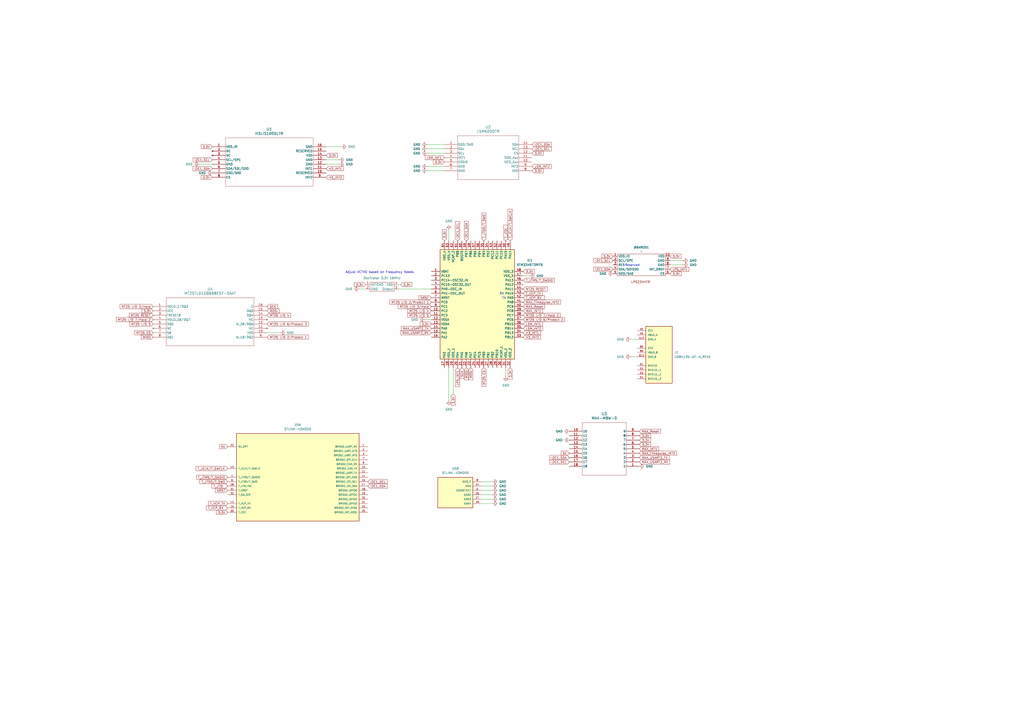
<source format=kicad_sch>
(kicad_sch
	(version 20250114)
	(generator "eeschema")
	(generator_version "9.0")
	(uuid "51572cd8-eebf-4094-8108-0dd0b7d35f78")
	(paper "A2")
	(lib_symbols
		(symbol "Rocket Club 2025 Parts Symbols_Including_Full_Stm32:BARO_LPS22HHTR"
			(power)
			(exclude_from_sim no)
			(in_bom no)
			(on_board no)
			(property "Reference" "BARO"
				(at 9.398 2.032 0)
				(effects
					(font
						(size 1.27 1.27)
					)
				)
			)
			(property "Value" ""
				(at 0 0 0)
				(effects
					(font
						(size 1.27 1.27)
					)
				)
			)
			(property "Footprint" ""
				(at 0 0 0)
				(effects
					(font
						(size 1.27 1.27)
					)
					(hide yes)
				)
			)
			(property "Datasheet" ""
				(at 0 0 0)
				(effects
					(font
						(size 1.27 1.27)
					)
					(hide yes)
				)
			)
			(property "Description" ""
				(at 0 0 0)
				(effects
					(font
						(size 1.27 1.27)
					)
					(hide yes)
				)
			)
			(symbol "BARO_LPS22HHTR_0_1"
				(rectangle
					(start -3.81 -2.54)
					(end 24.13 -15.24)
					(stroke
						(width 0)
						(type default)
					)
					(fill
						(type none)
					)
				)
			)
			(symbol "BARO_LPS22HHTR_1_1"
				(text "LPS22HHTR"
					(at 9.652 -18.796 0)
					(effects
						(font
							(size 1.27 1.27)
						)
					)
				)
				(pin input line
					(at -6.35 -3.81 0)
					(length 2.54)
					(name "VDD_IO"
						(effects
							(font
								(size 1.27 1.27)
							)
						)
					)
					(number "1"
						(effects
							(font
								(size 1.27 1.27)
							)
						)
					)
				)
				(pin input line
					(at -6.35 -6.35 0)
					(length 2.54)
					(name "SCL/SPC"
						(effects
							(font
								(size 1.27 1.27)
							)
						)
					)
					(number "2"
						(effects
							(font
								(size 1.27 1.27)
							)
						)
					)
				)
				(pin input line
					(at -6.35 -8.89 0)
					(length 2.54)
					(name "RES"
						(effects
							(font
								(size 1.27 1.27)
							)
						)
					)
					(number "3"
						(effects
							(font
								(size 1.27 1.27)
							)
						)
					)
				)
				(pin bidirectional line
					(at -6.35 -11.43 0)
					(length 2.54)
					(name "SDA/SDISDO"
						(effects
							(font
								(size 1.27 1.27)
							)
						)
					)
					(number "4"
						(effects
							(font
								(size 1.27 1.27)
							)
						)
					)
				)
				(pin bidirectional line
					(at -6.35 -13.97 0)
					(length 2.54)
					(name "SDO/SA0"
						(effects
							(font
								(size 1.27 1.27)
							)
						)
					)
					(number "5"
						(effects
							(font
								(size 1.27 1.27)
							)
						)
					)
				)
				(pin input line
					(at 26.67 -3.81 180)
					(length 2.54)
					(name "VDD"
						(effects
							(font
								(size 1.27 1.27)
							)
						)
					)
					(number "10"
						(effects
							(font
								(size 1.27 1.27)
							)
						)
					)
				)
				(pin input line
					(at 26.67 -6.35 180)
					(length 2.54)
					(name "GND"
						(effects
							(font
								(size 1.27 1.27)
							)
						)
					)
					(number "9"
						(effects
							(font
								(size 1.27 1.27)
							)
						)
					)
				)
				(pin input line
					(at 26.67 -8.89 180)
					(length 2.54)
					(name "GND"
						(effects
							(font
								(size 1.27 1.27)
							)
						)
					)
					(number "8"
						(effects
							(font
								(size 1.27 1.27)
							)
						)
					)
				)
				(pin output line
					(at 26.67 -11.43 180)
					(length 2.54)
					(name "INT_DRDY"
						(effects
							(font
								(size 1.27 1.27)
							)
						)
					)
					(number "7"
						(effects
							(font
								(size 1.27 1.27)
							)
						)
					)
				)
				(pin input line
					(at 26.67 -13.97 180)
					(length 2.54)
					(name "CS"
						(effects
							(font
								(size 1.27 1.27)
							)
						)
					)
					(number "6"
						(effects
							(font
								(size 1.27 1.27)
							)
						)
					)
				)
			)
			(embedded_fonts no)
		)
		(symbol "Rocket Club 2025 Parts Symbols_Including_Full_Stm32:H3LIS100DLTR"
			(pin_names
				(offset 0.254)
			)
			(exclude_from_sim no)
			(in_bom yes)
			(on_board yes)
			(property "Reference" "U"
				(at 33.02 10.16 0)
				(effects
					(font
						(size 1.524 1.524)
					)
				)
			)
			(property "Value" "H3LIS100DLTR"
				(at 33.02 7.62 0)
				(effects
					(font
						(size 1.524 1.524)
					)
				)
			)
			(property "Footprint" "TFLGA16_3P15X3P15_STM"
				(at 33.02 19.304 0)
				(effects
					(font
						(size 1.27 1.27)
						(italic yes)
					)
					(hide yes)
				)
			)
			(property "Datasheet" "H3LIS100DLTR"
				(at 32.512 15.494 0)
				(effects
					(font
						(size 1.27 1.27)
						(italic yes)
					)
					(hide yes)
				)
			)
			(property "Description" ""
				(at 0 0 0)
				(effects
					(font
						(size 1.27 1.27)
					)
					(hide yes)
				)
			)
			(property "ki_locked" ""
				(at 0 0 0)
				(effects
					(font
						(size 1.27 1.27)
					)
				)
			)
			(property "ki_keywords" "H3LIS100DLTR"
				(at 0 0 0)
				(effects
					(font
						(size 1.27 1.27)
					)
					(hide yes)
				)
			)
			(property "ki_fp_filters" "TFLGA16_3P15X3P15_STM TFLGA16_3P15X3P15_STM-M TFLGA16_3P15X3P15_STM-L"
				(at 0 0 0)
				(effects
					(font
						(size 1.27 1.27)
					)
					(hide yes)
				)
			)
			(symbol "H3LIS100DLTR_0_1"
				(polyline
					(pts
						(xy 7.62 5.08) (xy 7.62 -22.86)
					)
					(stroke
						(width 0.127)
						(type default)
					)
					(fill
						(type none)
					)
				)
				(polyline
					(pts
						(xy 7.62 -22.86) (xy 58.42 -22.86)
					)
					(stroke
						(width 0.127)
						(type default)
					)
					(fill
						(type none)
					)
				)
				(polyline
					(pts
						(xy 58.42 5.08) (xy 7.62 5.08)
					)
					(stroke
						(width 0.127)
						(type default)
					)
					(fill
						(type none)
					)
				)
				(polyline
					(pts
						(xy 58.42 -22.86) (xy 58.42 5.08)
					)
					(stroke
						(width 0.127)
						(type default)
					)
					(fill
						(type none)
					)
				)
				(pin power_in line
					(at 0 0 0)
					(length 7.62)
					(name "VDD_IO"
						(effects
							(font
								(size 1.27 1.27)
							)
						)
					)
					(number "1"
						(effects
							(font
								(size 1.27 1.27)
							)
						)
					)
				)
				(pin no_connect line
					(at 0 -2.54 0)
					(length 7.62)
					(name "NC"
						(effects
							(font
								(size 1.27 1.27)
							)
						)
					)
					(number "2"
						(effects
							(font
								(size 1.27 1.27)
							)
						)
					)
				)
				(pin no_connect line
					(at 0 -5.08 0)
					(length 7.62)
					(name "NC"
						(effects
							(font
								(size 1.27 1.27)
							)
						)
					)
					(number "3"
						(effects
							(font
								(size 1.27 1.27)
							)
						)
					)
				)
				(pin bidirectional line
					(at 0 -7.62 0)
					(length 7.62)
					(name "SCL/SPC"
						(effects
							(font
								(size 1.27 1.27)
							)
						)
					)
					(number "4"
						(effects
							(font
								(size 1.27 1.27)
							)
						)
					)
				)
				(pin power_in line
					(at 0 -10.16 0)
					(length 7.62)
					(name "GND"
						(effects
							(font
								(size 1.27 1.27)
							)
						)
					)
					(number "5"
						(effects
							(font
								(size 1.27 1.27)
							)
						)
					)
				)
				(pin bidirectional line
					(at 0 -12.7 0)
					(length 7.62)
					(name "SDA/SDI/SDO"
						(effects
							(font
								(size 1.27 1.27)
							)
						)
					)
					(number "6"
						(effects
							(font
								(size 1.27 1.27)
							)
						)
					)
				)
				(pin bidirectional line
					(at 0 -15.24 0)
					(length 7.62)
					(name "SDO/SA0"
						(effects
							(font
								(size 1.27 1.27)
							)
						)
					)
					(number "7"
						(effects
							(font
								(size 1.27 1.27)
							)
						)
					)
				)
				(pin bidirectional line
					(at 0 -17.78 0)
					(length 7.62)
					(name "CS"
						(effects
							(font
								(size 1.27 1.27)
							)
						)
					)
					(number "8"
						(effects
							(font
								(size 1.27 1.27)
							)
						)
					)
				)
				(pin power_in line
					(at 66.04 0 180)
					(length 7.62)
					(name "GND"
						(effects
							(font
								(size 1.27 1.27)
							)
						)
					)
					(number "16"
						(effects
							(font
								(size 1.27 1.27)
							)
						)
					)
				)
				(pin unspecified line
					(at 66.04 -2.54 180)
					(length 7.62)
					(name "RESERVED"
						(effects
							(font
								(size 1.27 1.27)
							)
						)
					)
					(number "15"
						(effects
							(font
								(size 1.27 1.27)
							)
						)
					)
				)
				(pin power_in line
					(at 66.04 -5.08 180)
					(length 7.62)
					(name "VDD"
						(effects
							(font
								(size 1.27 1.27)
							)
						)
					)
					(number "14"
						(effects
							(font
								(size 1.27 1.27)
							)
						)
					)
				)
				(pin power_in line
					(at 66.04 -7.62 180)
					(length 7.62)
					(name "GND"
						(effects
							(font
								(size 1.27 1.27)
							)
						)
					)
					(number "13"
						(effects
							(font
								(size 1.27 1.27)
							)
						)
					)
				)
				(pin power_in line
					(at 66.04 -10.16 180)
					(length 7.62)
					(name "GND"
						(effects
							(font
								(size 1.27 1.27)
							)
						)
					)
					(number "12"
						(effects
							(font
								(size 1.27 1.27)
							)
						)
					)
				)
				(pin bidirectional line
					(at 66.04 -12.7 180)
					(length 7.62)
					(name "INT1"
						(effects
							(font
								(size 1.27 1.27)
							)
						)
					)
					(number "11"
						(effects
							(font
								(size 1.27 1.27)
							)
						)
					)
				)
				(pin unspecified line
					(at 66.04 -15.24 180)
					(length 7.62)
					(name "RESERVED"
						(effects
							(font
								(size 1.27 1.27)
							)
						)
					)
					(number "10"
						(effects
							(font
								(size 1.27 1.27)
							)
						)
					)
				)
				(pin bidirectional line
					(at 66.04 -17.78 180)
					(length 7.62)
					(name "INT2"
						(effects
							(font
								(size 1.27 1.27)
							)
						)
					)
					(number "9"
						(effects
							(font
								(size 1.27 1.27)
							)
						)
					)
				)
			)
			(embedded_fonts no)
		)
		(symbol "Rocket Club 2025 Parts Symbols_Including_Full_Stm32:LSM6DSOTR"
			(pin_names
				(offset 0.254)
			)
			(exclude_from_sim no)
			(in_bom yes)
			(on_board yes)
			(property "Reference" "U"
				(at 25.4 10.16 0)
				(effects
					(font
						(size 1.524 1.524)
					)
				)
			)
			(property "Value" "LSM6DSOTR"
				(at 25.4 7.62 0)
				(effects
					(font
						(size 1.524 1.524)
					)
				)
			)
			(property "Footprint" "LGA-14L_2P5X3X0P86_STM"
				(at 25.654 14.732 0)
				(effects
					(font
						(size 1.27 1.27)
						(italic yes)
					)
					(hide yes)
				)
			)
			(property "Datasheet" "LSM6DSOTR"
				(at 25.4 17.78 0)
				(effects
					(font
						(size 1.27 1.27)
						(italic yes)
					)
					(hide yes)
				)
			)
			(property "Description" ""
				(at 0 0 0)
				(effects
					(font
						(size 1.27 1.27)
					)
					(hide yes)
				)
			)
			(property "ki_locked" ""
				(at 0 0 0)
				(effects
					(font
						(size 1.27 1.27)
					)
				)
			)
			(property "ki_keywords" "LSM6DSOTR"
				(at 0 0 0)
				(effects
					(font
						(size 1.27 1.27)
					)
					(hide yes)
				)
			)
			(property "ki_fp_filters" "LGA-14L_2P5X3X0P86_STM LGA-14L_2P5X3X0P86_STM-M LGA-14L_2P5X3X0P86_STM-L"
				(at 0 0 0)
				(effects
					(font
						(size 1.27 1.27)
					)
					(hide yes)
				)
			)
			(symbol "LSM6DSOTR_0_1"
				(polyline
					(pts
						(xy 7.62 5.08) (xy 7.62 -20.32)
					)
					(stroke
						(width 0.127)
						(type default)
					)
					(fill
						(type none)
					)
				)
				(polyline
					(pts
						(xy 7.62 -20.32) (xy 43.18 -20.32)
					)
					(stroke
						(width 0.127)
						(type default)
					)
					(fill
						(type none)
					)
				)
				(polyline
					(pts
						(xy 43.18 5.08) (xy 7.62 5.08)
					)
					(stroke
						(width 0.127)
						(type default)
					)
					(fill
						(type none)
					)
				)
				(polyline
					(pts
						(xy 43.18 -20.32) (xy 43.18 5.08)
					)
					(stroke
						(width 0.127)
						(type default)
					)
					(fill
						(type none)
					)
				)
				(pin bidirectional line
					(at 0 0 0)
					(length 7.62)
					(name "SDO/SA0"
						(effects
							(font
								(size 1.27 1.27)
							)
						)
					)
					(number "1"
						(effects
							(font
								(size 1.27 1.27)
							)
						)
					)
				)
				(pin bidirectional line
					(at 0 -2.54 0)
					(length 7.62)
					(name "SDx"
						(effects
							(font
								(size 1.27 1.27)
							)
						)
					)
					(number "2"
						(effects
							(font
								(size 1.27 1.27)
							)
						)
					)
				)
				(pin bidirectional line
					(at 0 -5.08 0)
					(length 7.62)
					(name "SCx"
						(effects
							(font
								(size 1.27 1.27)
							)
						)
					)
					(number "3"
						(effects
							(font
								(size 1.27 1.27)
							)
						)
					)
				)
				(pin output line
					(at 0 -7.62 0)
					(length 7.62)
					(name "INT1"
						(effects
							(font
								(size 1.27 1.27)
							)
						)
					)
					(number "4"
						(effects
							(font
								(size 1.27 1.27)
							)
						)
					)
				)
				(pin power_in line
					(at 0 -10.16 0)
					(length 7.62)
					(name "VDDIO"
						(effects
							(font
								(size 1.27 1.27)
							)
						)
					)
					(number "5"
						(effects
							(font
								(size 1.27 1.27)
							)
						)
					)
				)
				(pin power_out line
					(at 0 -12.7 0)
					(length 7.62)
					(name "GND"
						(effects
							(font
								(size 1.27 1.27)
							)
						)
					)
					(number "6"
						(effects
							(font
								(size 1.27 1.27)
							)
						)
					)
				)
				(pin power_out line
					(at 0 -15.24 0)
					(length 7.62)
					(name "GND"
						(effects
							(font
								(size 1.27 1.27)
							)
						)
					)
					(number "7"
						(effects
							(font
								(size 1.27 1.27)
							)
						)
					)
				)
				(pin bidirectional line
					(at 50.8 0 180)
					(length 7.62)
					(name "SDA"
						(effects
							(font
								(size 1.27 1.27)
							)
						)
					)
					(number "14"
						(effects
							(font
								(size 1.27 1.27)
							)
						)
					)
				)
				(pin input line
					(at 50.8 -2.54 180)
					(length 7.62)
					(name "SCL"
						(effects
							(font
								(size 1.27 1.27)
							)
						)
					)
					(number "13"
						(effects
							(font
								(size 1.27 1.27)
							)
						)
					)
				)
				(pin input line
					(at 50.8 -5.08 180)
					(length 7.62)
					(name "CS"
						(effects
							(font
								(size 1.27 1.27)
							)
						)
					)
					(number "12"
						(effects
							(font
								(size 1.27 1.27)
							)
						)
					)
				)
				(pin bidirectional line
					(at 50.8 -7.62 180)
					(length 7.62)
					(name "SDO_Aux"
						(effects
							(font
								(size 1.27 1.27)
							)
						)
					)
					(number "11"
						(effects
							(font
								(size 1.27 1.27)
							)
						)
					)
				)
				(pin bidirectional line
					(at 50.8 -10.16 180)
					(length 7.62)
					(name "OCS_Aux"
						(effects
							(font
								(size 1.27 1.27)
							)
						)
					)
					(number "10"
						(effects
							(font
								(size 1.27 1.27)
							)
						)
					)
				)
				(pin output line
					(at 50.8 -12.7 180)
					(length 7.62)
					(name "INT2"
						(effects
							(font
								(size 1.27 1.27)
							)
						)
					)
					(number "9"
						(effects
							(font
								(size 1.27 1.27)
							)
						)
					)
				)
				(pin power_in line
					(at 50.8 -15.24 180)
					(length 7.62)
					(name "VDD"
						(effects
							(font
								(size 1.27 1.27)
							)
						)
					)
					(number "8"
						(effects
							(font
								(size 1.27 1.27)
							)
						)
					)
				)
			)
			(embedded_fonts no)
		)
		(symbol "Rocket Club 2025 Parts Symbols_Including_Full_Stm32:MAX-M8W-0"
			(pin_names
				(offset 0.254)
			)
			(exclude_from_sim no)
			(in_bom yes)
			(on_board yes)
			(property "Reference" "U"
				(at 20.32 10.16 0)
				(effects
					(font
						(size 1.524 1.524)
					)
				)
			)
			(property "Value" "MAX-M8W-0"
				(at 20.32 7.62 0)
				(effects
					(font
						(size 1.524 1.524)
					)
				)
			)
			(property "Footprint" "SMT_M8W-0_UBL"
				(at 20.574 16.51 0)
				(effects
					(font
						(size 1.27 1.27)
						(italic yes)
					)
					(hide yes)
				)
			)
			(property "Datasheet" "MAX-M8W-0"
				(at 20.32 13.208 0)
				(effects
					(font
						(size 1.27 1.27)
						(italic yes)
					)
					(hide yes)
				)
			)
			(property "Description" ""
				(at 0 0 0)
				(effects
					(font
						(size 1.27 1.27)
					)
					(hide yes)
				)
			)
			(property "ki_locked" ""
				(at 0 0 0)
				(effects
					(font
						(size 1.27 1.27)
					)
				)
			)
			(property "ki_keywords" "MAX-M8W-0"
				(at 0 0 0)
				(effects
					(font
						(size 1.27 1.27)
					)
					(hide yes)
				)
			)
			(property "ki_fp_filters" "SMT_M8W-0_UBL SMT_M8W-0_UBL-M SMT_M8W-0_UBL-L"
				(at 0 0 0)
				(effects
					(font
						(size 1.27 1.27)
					)
					(hide yes)
				)
			)
			(symbol "MAX-M8W-0_0_1"
				(polyline
					(pts
						(xy 7.62 5.08) (xy 7.62 -25.4)
					)
					(stroke
						(width 0.127)
						(type default)
					)
					(fill
						(type none)
					)
				)
				(polyline
					(pts
						(xy 7.62 -25.4) (xy 33.02 -25.4)
					)
					(stroke
						(width 0.127)
						(type default)
					)
					(fill
						(type none)
					)
				)
				(polyline
					(pts
						(xy 33.02 5.08) (xy 7.62 5.08)
					)
					(stroke
						(width 0.127)
						(type default)
					)
					(fill
						(type none)
					)
				)
				(polyline
					(pts
						(xy 33.02 -25.4) (xy 33.02 5.08)
					)
					(stroke
						(width 0.127)
						(type default)
					)
					(fill
						(type none)
					)
				)
				(pin unspecified line
					(at 0 0 0)
					(length 7.62)
					(name "1"
						(effects
							(font
								(size 1.27 1.27)
							)
						)
					)
					(number "1"
						(effects
							(font
								(size 1.27 1.27)
							)
						)
					)
				)
				(pin unspecified line
					(at 0 -2.54 0)
					(length 7.62)
					(name "2"
						(effects
							(font
								(size 1.27 1.27)
							)
						)
					)
					(number "2"
						(effects
							(font
								(size 1.27 1.27)
							)
						)
					)
				)
				(pin unspecified line
					(at 0 -5.08 0)
					(length 7.62)
					(name "3"
						(effects
							(font
								(size 1.27 1.27)
							)
						)
					)
					(number "3"
						(effects
							(font
								(size 1.27 1.27)
							)
						)
					)
				)
				(pin unspecified line
					(at 0 -7.62 0)
					(length 7.62)
					(name "4"
						(effects
							(font
								(size 1.27 1.27)
							)
						)
					)
					(number "4"
						(effects
							(font
								(size 1.27 1.27)
							)
						)
					)
				)
				(pin unspecified line
					(at 0 -10.16 0)
					(length 7.62)
					(name "5"
						(effects
							(font
								(size 1.27 1.27)
							)
						)
					)
					(number "5"
						(effects
							(font
								(size 1.27 1.27)
							)
						)
					)
				)
				(pin unspecified line
					(at 0 -12.7 0)
					(length 7.62)
					(name "6"
						(effects
							(font
								(size 1.27 1.27)
							)
						)
					)
					(number "6"
						(effects
							(font
								(size 1.27 1.27)
							)
						)
					)
				)
				(pin unspecified line
					(at 0 -15.24 0)
					(length 7.62)
					(name "7"
						(effects
							(font
								(size 1.27 1.27)
							)
						)
					)
					(number "7"
						(effects
							(font
								(size 1.27 1.27)
							)
						)
					)
				)
				(pin unspecified line
					(at 0 -17.78 0)
					(length 7.62)
					(name "8"
						(effects
							(font
								(size 1.27 1.27)
							)
						)
					)
					(number "8"
						(effects
							(font
								(size 1.27 1.27)
							)
						)
					)
				)
				(pin unspecified line
					(at 0 -20.32 0)
					(length 7.62)
					(name "9"
						(effects
							(font
								(size 1.27 1.27)
							)
						)
					)
					(number "9"
						(effects
							(font
								(size 1.27 1.27)
							)
						)
					)
				)
				(pin unspecified line
					(at 40.64 0 180)
					(length 7.62)
					(name "18"
						(effects
							(font
								(size 1.27 1.27)
							)
						)
					)
					(number "18"
						(effects
							(font
								(size 1.27 1.27)
							)
						)
					)
				)
				(pin unspecified line
					(at 40.64 -2.54 180)
					(length 7.62)
					(name "17"
						(effects
							(font
								(size 1.27 1.27)
							)
						)
					)
					(number "17"
						(effects
							(font
								(size 1.27 1.27)
							)
						)
					)
				)
				(pin unspecified line
					(at 40.64 -5.08 180)
					(length 7.62)
					(name "16"
						(effects
							(font
								(size 1.27 1.27)
							)
						)
					)
					(number "16"
						(effects
							(font
								(size 1.27 1.27)
							)
						)
					)
				)
				(pin unspecified line
					(at 40.64 -7.62 180)
					(length 7.62)
					(name "15"
						(effects
							(font
								(size 1.27 1.27)
							)
						)
					)
					(number "15"
						(effects
							(font
								(size 1.27 1.27)
							)
						)
					)
				)
				(pin unspecified line
					(at 40.64 -10.16 180)
					(length 7.62)
					(name "14"
						(effects
							(font
								(size 1.27 1.27)
							)
						)
					)
					(number "14"
						(effects
							(font
								(size 1.27 1.27)
							)
						)
					)
				)
				(pin unspecified line
					(at 40.64 -12.7 180)
					(length 7.62)
					(name "13"
						(effects
							(font
								(size 1.27 1.27)
							)
						)
					)
					(number "13"
						(effects
							(font
								(size 1.27 1.27)
							)
						)
					)
				)
				(pin unspecified line
					(at 40.64 -15.24 180)
					(length 7.62)
					(name "12"
						(effects
							(font
								(size 1.27 1.27)
							)
						)
					)
					(number "12"
						(effects
							(font
								(size 1.27 1.27)
							)
						)
					)
				)
				(pin unspecified line
					(at 40.64 -17.78 180)
					(length 7.62)
					(name "11"
						(effects
							(font
								(size 1.27 1.27)
							)
						)
					)
					(number "11"
						(effects
							(font
								(size 1.27 1.27)
							)
						)
					)
				)
				(pin unspecified line
					(at 40.64 -20.32 180)
					(length 7.62)
					(name "10"
						(effects
							(font
								(size 1.27 1.27)
							)
						)
					)
					(number "10"
						(effects
							(font
								(size 1.27 1.27)
							)
						)
					)
				)
			)
			(embedded_fonts no)
		)
		(symbol "Rocket Club 2025 Parts Symbols_Including_Full_Stm32:MT25TL01GBBB8ESF-0AAT"
			(pin_names
				(offset 0.254)
			)
			(exclude_from_sim no)
			(in_bom yes)
			(on_board yes)
			(property "Reference" "U"
				(at 33.02 10.16 0)
				(effects
					(font
						(size 1.524 1.524)
					)
				)
			)
			(property "Value" "MT25TL01GBBB8ESF-0AAT"
				(at 33.02 7.62 0)
				(effects
					(font
						(size 1.524 1.524)
					)
				)
			)
			(property "Footprint" "SOP2-16_300MIL_SF_MRN"
				(at 30.734 16.256 0)
				(effects
					(font
						(size 1.27 1.27)
						(italic yes)
					)
					(hide yes)
				)
			)
			(property "Datasheet" "MT25TL01GBBB8ESF-0AAT"
				(at 30.734 18.796 0)
				(effects
					(font
						(size 1.27 1.27)
						(italic yes)
					)
					(hide yes)
				)
			)
			(property "Description" ""
				(at 0 0 0)
				(effects
					(font
						(size 1.27 1.27)
					)
					(hide yes)
				)
			)
			(property "ki_locked" ""
				(at 0 0 0)
				(effects
					(font
						(size 1.27 1.27)
					)
				)
			)
			(property "ki_keywords" "MT25TL01GBBB8ESF-0AAT"
				(at 0 0 0)
				(effects
					(font
						(size 1.27 1.27)
					)
					(hide yes)
				)
			)
			(property "ki_fp_filters" "SOP2-16_300MIL_SF_MRN SOP2-16_300MIL_SF_MRN-M SOP2-16_300MIL_SF_MRN-L"
				(at 0 0 0)
				(effects
					(font
						(size 1.27 1.27)
					)
					(hide yes)
				)
			)
			(symbol "MT25TL01GBBB8ESF-0AAT_0_1"
				(polyline
					(pts
						(xy 7.62 5.08) (xy 7.62 -22.86)
					)
					(stroke
						(width 0.127)
						(type default)
					)
					(fill
						(type none)
					)
				)
				(polyline
					(pts
						(xy 7.62 -22.86) (xy 58.42 -22.86)
					)
					(stroke
						(width 0.127)
						(type default)
					)
					(fill
						(type none)
					)
				)
				(polyline
					(pts
						(xy 58.42 5.08) (xy 7.62 5.08)
					)
					(stroke
						(width 0.127)
						(type default)
					)
					(fill
						(type none)
					)
				)
				(polyline
					(pts
						(xy 58.42 -22.86) (xy 58.42 5.08)
					)
					(stroke
						(width 0.127)
						(type default)
					)
					(fill
						(type none)
					)
				)
				(pin bidirectional line
					(at 0 0 0)
					(length 7.62)
					(name "HOLD_1/DQ3"
						(effects
							(font
								(size 1.27 1.27)
							)
						)
					)
					(number "1"
						(effects
							(font
								(size 1.27 1.27)
							)
						)
					)
				)
				(pin power_in line
					(at 0 -2.54 0)
					(length 7.62)
					(name "VCC"
						(effects
							(font
								(size 1.27 1.27)
							)
						)
					)
					(number "2"
						(effects
							(font
								(size 1.27 1.27)
							)
						)
					)
				)
				(pin input line
					(at 0 -5.08 0)
					(length 7.62)
					(name "*RESET#"
						(effects
							(font
								(size 1.27 1.27)
							)
						)
					)
					(number "3"
						(effects
							(font
								(size 1.27 1.27)
							)
						)
					)
				)
				(pin bidirectional line
					(at 0 -7.62 0)
					(length 7.62)
					(name "HOLD_2#/DQ7"
						(effects
							(font
								(size 1.27 1.27)
							)
						)
					)
					(number "4"
						(effects
							(font
								(size 1.27 1.27)
							)
						)
					)
				)
				(pin bidirectional line
					(at 0 -10.16 0)
					(length 7.62)
					(name "DQ5"
						(effects
							(font
								(size 1.27 1.27)
							)
						)
					)
					(number "5"
						(effects
							(font
								(size 1.27 1.27)
							)
						)
					)
				)
				(pin no_connect line
					(at 0 -12.7 0)
					(length 7.62)
					(name "NC"
						(effects
							(font
								(size 1.27 1.27)
							)
						)
					)
					(number "6"
						(effects
							(font
								(size 1.27 1.27)
							)
						)
					)
				)
				(pin input line
					(at 0 -15.24 0)
					(length 7.62)
					(name "S#"
						(effects
							(font
								(size 1.27 1.27)
							)
						)
					)
					(number "7"
						(effects
							(font
								(size 1.27 1.27)
							)
						)
					)
				)
				(pin bidirectional line
					(at 0 -17.78 0)
					(length 7.62)
					(name "DQ1"
						(effects
							(font
								(size 1.27 1.27)
							)
						)
					)
					(number "8"
						(effects
							(font
								(size 1.27 1.27)
							)
						)
					)
				)
				(pin input line
					(at 66.04 0 180)
					(length 7.62)
					(name "C"
						(effects
							(font
								(size 1.27 1.27)
							)
						)
					)
					(number "16"
						(effects
							(font
								(size 1.27 1.27)
							)
						)
					)
				)
				(pin bidirectional line
					(at 66.04 -2.54 180)
					(length 7.62)
					(name "DQ0"
						(effects
							(font
								(size 1.27 1.27)
							)
						)
					)
					(number "15"
						(effects
							(font
								(size 1.27 1.27)
							)
						)
					)
				)
				(pin bidirectional line
					(at 66.04 -5.08 180)
					(length 7.62)
					(name "DQ4"
						(effects
							(font
								(size 1.27 1.27)
							)
						)
					)
					(number "14"
						(effects
							(font
								(size 1.27 1.27)
							)
						)
					)
				)
				(pin no_connect line
					(at 66.04 -7.62 180)
					(length 7.62)
					(name "NC"
						(effects
							(font
								(size 1.27 1.27)
							)
						)
					)
					(number "13"
						(effects
							(font
								(size 1.27 1.27)
							)
						)
					)
				)
				(pin bidirectional line
					(at 66.04 -10.16 180)
					(length 7.62)
					(name "W_2#/DQ6"
						(effects
							(font
								(size 1.27 1.27)
							)
						)
					)
					(number "12"
						(effects
							(font
								(size 1.27 1.27)
							)
						)
					)
				)
				(pin no_connect line
					(at 66.04 -12.7 180)
					(length 7.62)
					(name "NC"
						(effects
							(font
								(size 1.27 1.27)
							)
						)
					)
					(number "11"
						(effects
							(font
								(size 1.27 1.27)
							)
						)
					)
				)
				(pin power_out line
					(at 66.04 -15.24 180)
					(length 7.62)
					(name "VSS"
						(effects
							(font
								(size 1.27 1.27)
							)
						)
					)
					(number "10"
						(effects
							(font
								(size 1.27 1.27)
							)
						)
					)
				)
				(pin bidirectional line
					(at 66.04 -17.78 180)
					(length 7.62)
					(name "W_1#/DQ2"
						(effects
							(font
								(size 1.27 1.27)
							)
						)
					)
					(number "9"
						(effects
							(font
								(size 1.27 1.27)
							)
						)
					)
				)
			)
			(embedded_fonts no)
		)
		(symbol "Rocket Club 2025 Parts Symbols_Including_Full_Stm32:Oscillator_TXETDDSANF-16Mhz"
			(exclude_from_sim no)
			(in_bom yes)
			(on_board yes)
			(property "Reference" "Oscillator 3.3V 16MHz"
				(at 3.302 -3.556 0)
				(effects
					(font
						(size 1.27 1.27)
					)
				)
			)
			(property "Value" "Oscillator 3.3V 16MHz"
				(at 3.302 -3.556 0)
				(effects
					(font
						(size 1.27 1.27)
					)
				)
			)
			(property "Footprint" "Oscillator 3.3V 16MHz"
				(at 3.302 -3.556 0)
				(effects
					(font
						(size 1.27 1.27)
					)
					(hide yes)
				)
			)
			(property "Datasheet" "Oscillator 3.3V 16MHz"
				(at 3.302 -3.556 0)
				(effects
					(font
						(size 1.27 1.27)
					)
					(hide yes)
				)
			)
			(property "Description" "Oscillator 3.3V 16MHz"
				(at 3.302 -3.556 0)
				(effects
					(font
						(size 1.27 1.27)
					)
					(hide yes)
				)
			)
			(symbol "Oscillator_TXETDDSANF-16Mhz_0_1"
				(rectangle
					(start -1.27 6.35)
					(end 12.7 1.27)
					(stroke
						(width 0)
						(type default)
					)
					(fill
						(type none)
					)
				)
			)
			(symbol "Oscillator_TXETDDSANF-16Mhz_1_1"
				(pin input line
					(at -3.81 5.08 0)
					(length 2.54)
					(name "VCTCXO"
						(effects
							(font
								(size 1.27 1.27)
							)
						)
					)
					(number "1"
						(effects
							(font
								(size 1.27 1.27)
							)
						)
					)
				)
				(pin input line
					(at -3.81 2.54 0)
					(length 2.54)
					(name "GND"
						(effects
							(font
								(size 1.27 1.27)
							)
						)
					)
					(number "2"
						(effects
							(font
								(size 1.27 1.27)
							)
						)
					)
				)
				(pin input line
					(at 15.24 5.08 180)
					(length 2.54)
					(name "VDD"
						(effects
							(font
								(size 1.27 1.27)
							)
						)
					)
					(number "4"
						(effects
							(font
								(size 1.27 1.27)
							)
						)
					)
				)
				(pin output line
					(at 15.24 2.54 180)
					(length 2.54)
					(name "Output"
						(effects
							(font
								(size 1.27 1.27)
							)
						)
					)
					(number "3"
						(effects
							(font
								(size 1.27 1.27)
							)
						)
					)
				)
			)
			(embedded_fonts no)
		)
		(symbol "Rocket Club 2025 Parts Symbols_Including_Full_Stm32:STLINK-V3MODS"
			(pin_names
				(offset 1.016)
			)
			(exclude_from_sim no)
			(in_bom yes)
			(on_board yes)
			(property "Reference" "U"
				(at -35.56 26.162 0)
				(effects
					(font
						(size 1.27 1.27)
					)
					(justify left bottom)
				)
			)
			(property "Value" "STLINK-V3MODS"
				(at -35.56 -27.94 0)
				(effects
					(font
						(size 1.27 1.27)
					)
					(justify left bottom)
				)
			)
			(property "Footprint" "STLINK-V3MODS:MODULE_STLINK-V3MODS"
				(at -1.778 46.228 0)
				(effects
					(font
						(size 1.27 1.27)
					)
					(justify bottom)
					(hide yes)
				)
			)
			(property "Datasheet" ""
				(at 0 0 0)
				(effects
					(font
						(size 1.27 1.27)
					)
					(hide yes)
				)
			)
			(property "Description" ""
				(at 0 0 0)
				(effects
					(font
						(size 1.27 1.27)
					)
					(hide yes)
				)
			)
			(property "MF" "STMicroelectronics"
				(at 0 59.182 0)
				(effects
					(font
						(size 1.27 1.27)
					)
					(justify bottom)
					(hide yes)
				)
			)
			(property "Description_1" "STM32 series Debugger, Programmer (In-Circuit/In-System)"
				(at 0.762 41.91 0)
				(effects
					(font
						(size 1.27 1.27)
					)
					(justify bottom)
					(hide yes)
				)
			)
			(property "Package" ""
				(at 7.112 29.21 0)
				(effects
					(font
						(size 1.27 1.27)
					)
					(justify bottom)
					(hide yes)
				)
			)
			(property "Price" ""
				(at 15.24 28.956 0)
				(effects
					(font
						(size 1.27 1.27)
					)
					(justify bottom)
					(hide yes)
				)
			)
			(property "Check_prices" "https://www.snapeda.com/parts/STLINK-V3MODS/STMicroelectronics/view-part/?ref=eda"
				(at -1.016 50.8 0)
				(effects
					(font
						(size 1.27 1.27)
					)
					(justify bottom)
					(hide yes)
				)
			)
			(property "STANDARD" "Manufacturer Recommendations"
				(at 1.27 34.798 0)
				(effects
					(font
						(size 1.27 1.27)
					)
					(justify bottom)
					(hide yes)
				)
			)
			(property "PARTREV" ""
				(at 19.304 29.464 0)
				(effects
					(font
						(size 1.27 1.27)
					)
					(justify bottom)
					(hide yes)
				)
			)
			(property "SnapEDA_Link" "https://www.snapeda.com/parts/STLINK-V3MODS/STMicroelectronics/view-part/?ref=snap"
				(at 1.778 54.864 0)
				(effects
					(font
						(size 1.27 1.27)
					)
					(justify bottom)
					(hide yes)
				)
			)
			(property "MP" "STLINK-V3MODS"
				(at 0.254 37.338 0)
				(effects
					(font
						(size 1.27 1.27)
					)
					(justify bottom)
					(hide yes)
				)
			)
			(property "Availability" ""
				(at 0.254 29.21 0)
				(effects
					(font
						(size 1.27 1.27)
					)
					(justify bottom)
					(hide yes)
				)
			)
			(property "MANUFACTURER" "ST Microelectronics"
				(at 1.27 31.75 0)
				(effects
					(font
						(size 1.27 1.27)
					)
					(justify bottom)
					(hide yes)
				)
			)
			(symbol "STLINK-V3MODS_1_0"
				(rectangle
					(start -35.56 -25.4)
					(end 35.56 25.4)
					(stroke
						(width 0.254)
						(type default)
					)
					(fill
						(type background)
					)
				)
				(pin passive line
					(at -40.64 17.78 0)
					(length 5.08)
					(name "5V_OPT"
						(effects
							(font
								(size 1.016 1.016)
							)
						)
					)
					(number "22"
						(effects
							(font
								(size 1.016 1.016)
							)
						)
					)
				)
				(pin passive line
					(at -40.64 5.08 0)
					(length 5.08)
					(name "T_JCLK/T_SWCLK"
						(effects
							(font
								(size 1.016 1.016)
							)
						)
					)
					(number "13"
						(effects
							(font
								(size 1.016 1.016)
							)
						)
					)
				)
				(pin passive line
					(at -40.64 0 0)
					(length 5.08)
					(name "T_JTMS/T_SWDIO"
						(effects
							(font
								(size 1.016 1.016)
							)
						)
					)
					(number "4"
						(effects
							(font
								(size 1.016 1.016)
							)
						)
					)
				)
				(pin passive line
					(at -40.64 -2.54 0)
					(length 5.08)
					(name "T_JTDO/T_SWO"
						(effects
							(font
								(size 1.016 1.016)
							)
						)
					)
					(number "6"
						(effects
							(font
								(size 1.016 1.016)
							)
						)
					)
				)
				(pin passive line
					(at -40.64 -5.08 0)
					(length 5.08)
					(name "T_JTDI/NC"
						(effects
							(font
								(size 1.016 1.016)
							)
						)
					)
					(number "28"
						(effects
							(font
								(size 1.016 1.016)
							)
						)
					)
				)
				(pin passive line
					(at -40.64 -7.62 0)
					(length 5.08)
					(name "T_NRST"
						(effects
							(font
								(size 1.016 1.016)
							)
						)
					)
					(number "31"
						(effects
							(font
								(size 1.016 1.016)
							)
						)
					)
				)
				(pin passive line
					(at -40.64 -10.16 0)
					(length 5.08)
					(name "T_SW_DIR"
						(effects
							(font
								(size 1.016 1.016)
							)
						)
					)
					(number "32"
						(effects
							(font
								(size 1.016 1.016)
							)
						)
					)
				)
				(pin passive line
					(at -40.64 -15.24 0)
					(length 5.08)
					(name "T_VCP_TX"
						(effects
							(font
								(size 1.016 1.016)
							)
						)
					)
					(number "12"
						(effects
							(font
								(size 1.016 1.016)
							)
						)
					)
				)
				(pin passive line
					(at -40.64 -17.78 0)
					(length 5.08)
					(name "T_VCP_RX"
						(effects
							(font
								(size 1.016 1.016)
							)
						)
					)
					(number "15"
						(effects
							(font
								(size 1.016 1.016)
							)
						)
					)
				)
				(pin passive line
					(at -40.64 -20.32 0)
					(length 5.08)
					(name "T_VCC"
						(effects
							(font
								(size 1.016 1.016)
							)
						)
					)
					(number "30"
						(effects
							(font
								(size 1.016 1.016)
							)
						)
					)
				)
				(pin passive line
					(at 40.64 17.78 180)
					(length 5.08)
					(name "BRIDGE_UART_RX"
						(effects
							(font
								(size 1.016 1.016)
							)
						)
					)
					(number "1"
						(effects
							(font
								(size 1.016 1.016)
							)
						)
					)
				)
				(pin passive line
					(at 40.64 15.24 180)
					(length 5.08)
					(name "BRIDGE_UART_CTS"
						(effects
							(font
								(size 1.016 1.016)
							)
						)
					)
					(number "2"
						(effects
							(font
								(size 1.016 1.016)
							)
						)
					)
				)
				(pin passive line
					(at 40.64 12.7 180)
					(length 5.08)
					(name "BRIDGE_UART_RTS"
						(effects
							(font
								(size 1.016 1.016)
							)
						)
					)
					(number "3"
						(effects
							(font
								(size 1.016 1.016)
							)
						)
					)
				)
				(pin passive line
					(at 40.64 10.16 180)
					(length 5.08)
					(name "BRIDGE_SPI_CLK"
						(effects
							(font
								(size 1.016 1.016)
							)
						)
					)
					(number "7"
						(effects
							(font
								(size 1.016 1.016)
							)
						)
					)
				)
				(pin passive line
					(at 40.64 7.62 180)
					(length 5.08)
					(name "BRIDGE_CAN_RX"
						(effects
							(font
								(size 1.016 1.016)
							)
						)
					)
					(number "9"
						(effects
							(font
								(size 1.016 1.016)
							)
						)
					)
				)
				(pin passive line
					(at 40.64 5.08 180)
					(length 5.08)
					(name "BRIDGE_CAN_TX"
						(effects
							(font
								(size 1.016 1.016)
							)
						)
					)
					(number "10"
						(effects
							(font
								(size 1.016 1.016)
							)
						)
					)
				)
				(pin passive line
					(at 40.64 2.54 180)
					(length 5.08)
					(name "BRIDGE_UART_TX"
						(effects
							(font
								(size 1.016 1.016)
							)
						)
					)
					(number "11"
						(effects
							(font
								(size 1.016 1.016)
							)
						)
					)
				)
				(pin passive line
					(at 40.64 0 180)
					(length 5.08)
					(name "BRIDGE_SPI_NSS"
						(effects
							(font
								(size 1.016 1.016)
							)
						)
					)
					(number "14"
						(effects
							(font
								(size 1.016 1.016)
							)
						)
					)
				)
				(pin bidirectional line
					(at 40.64 -2.54 180)
					(length 5.08)
					(name "BRIDGE_I2C_SCL"
						(effects
							(font
								(size 1.016 1.016)
							)
						)
					)
					(number "16"
						(effects
							(font
								(size 1.016 1.016)
							)
						)
					)
				)
				(pin bidirectional line
					(at 40.64 -5.08 180)
					(length 5.08)
					(name "BRIDGE_I2C_SDA"
						(effects
							(font
								(size 1.016 1.016)
							)
						)
					)
					(number "17"
						(effects
							(font
								(size 1.016 1.016)
							)
						)
					)
				)
				(pin bidirectional line
					(at 40.64 -7.62 180)
					(length 5.08)
					(name "BRIDGE_GPIO0"
						(effects
							(font
								(size 1.016 1.016)
							)
						)
					)
					(number "18"
						(effects
							(font
								(size 1.016 1.016)
							)
						)
					)
				)
				(pin bidirectional line
					(at 40.64 -10.16 180)
					(length 5.08)
					(name "BRIDGE_GPIO1"
						(effects
							(font
								(size 1.016 1.016)
							)
						)
					)
					(number "19"
						(effects
							(font
								(size 1.016 1.016)
							)
						)
					)
				)
				(pin bidirectional line
					(at 40.64 -12.7 180)
					(length 5.08)
					(name "BRIDGE_GPIO2"
						(effects
							(font
								(size 1.016 1.016)
							)
						)
					)
					(number "20"
						(effects
							(font
								(size 1.016 1.016)
							)
						)
					)
				)
				(pin bidirectional line
					(at 40.64 -15.24 180)
					(length 5.08)
					(name "BRIDGE_GPIO3"
						(effects
							(font
								(size 1.016 1.016)
							)
						)
					)
					(number "21"
						(effects
							(font
								(size 1.016 1.016)
							)
						)
					)
				)
				(pin passive line
					(at 40.64 -17.78 180)
					(length 5.08)
					(name "BRIDGE_SPI_MISO"
						(effects
							(font
								(size 1.016 1.016)
							)
						)
					)
					(number "23"
						(effects
							(font
								(size 1.016 1.016)
							)
						)
					)
				)
				(pin passive line
					(at 40.64 -20.32 180)
					(length 5.08)
					(name "BRIDGE_SPI_MOSI"
						(effects
							(font
								(size 1.016 1.016)
							)
						)
					)
					(number "25"
						(effects
							(font
								(size 1.016 1.016)
							)
						)
					)
				)
			)
			(symbol "STLINK-V3MODS_2_0"
				(rectangle
					(start -10.16 -10.16)
					(end 10.16 7.62)
					(stroke
						(width 0.254)
						(type default)
					)
					(fill
						(type background)
					)
				)
				(pin power_in line
					(at 15.24 5.08 180)
					(length 5.08)
					(name "GND_2"
						(effects
							(font
								(size 1.016 1.016)
							)
						)
					)
					(number "8"
						(effects
							(font
								(size 1.016 1.016)
							)
						)
					)
				)
				(pin power_in line
					(at 15.24 2.54 180)
					(length 5.08)
					(name "GND"
						(effects
							(font
								(size 1.016 1.016)
							)
						)
					)
					(number "24"
						(effects
							(font
								(size 1.016 1.016)
							)
						)
					)
				)
				(pin power_in line
					(at 15.24 0 180)
					(length 5.08)
					(name "GNDDETECT"
						(effects
							(font
								(size 1.016 1.016)
							)
						)
					)
					(number "5"
						(effects
							(font
								(size 1.016 1.016)
							)
						)
					)
				)
				(pin power_in line
					(at 15.24 -2.54 180)
					(length 5.08)
					(name "GND2"
						(effects
							(font
								(size 1.016 1.016)
							)
						)
					)
					(number "26"
						(effects
							(font
								(size 1.016 1.016)
							)
						)
					)
				)
				(pin power_in line
					(at 15.24 -5.08 180)
					(length 5.08)
					(name "GND3"
						(effects
							(font
								(size 1.016 1.016)
							)
						)
					)
					(number "27"
						(effects
							(font
								(size 1.016 1.016)
							)
						)
					)
				)
				(pin power_in line
					(at 15.24 -7.62 180)
					(length 5.08)
					(name "GND4"
						(effects
							(font
								(size 1.016 1.016)
							)
						)
					)
					(number "29"
						(effects
							(font
								(size 1.016 1.016)
							)
						)
					)
				)
			)
			(embedded_fonts no)
		)
		(symbol "Rocket Club 2025 Parts Symbols_Including_Full_Stm32:STM32H573RIT6"
			(exclude_from_sim no)
			(in_bom yes)
			(on_board yes)
			(property "Reference" "IC"
				(at 49.53 17.78 0)
				(effects
					(font
						(size 1.27 1.27)
					)
					(justify left top)
				)
			)
			(property "Value" "STM32H573RIT6"
				(at 49.53 15.24 0)
				(effects
					(font
						(size 1.27 1.27)
					)
					(justify left top)
				)
			)
			(property "Footprint" "QFP50P1200X1200X160-64N"
				(at 49.53 -84.76 0)
				(effects
					(font
						(size 1.27 1.27)
					)
					(justify left top)
					(hide yes)
				)
			)
			(property "Datasheet" "https://www.st.com/resource/en/datasheet/stm32h573ai.pdf"
				(at 49.53 -184.76 0)
				(effects
					(font
						(size 1.27 1.27)
					)
					(justify left top)
					(hide yes)
				)
			)
			(property "Description" "High-performance, Arm Cortex-M33 with TrustZone, MCU with 2-Mbyte Flash, 640-Kbyte RAM, 250 MHz CPU"
				(at 28.194 29.972 0)
				(effects
					(font
						(size 1.27 1.27)
					)
					(hide yes)
				)
			)
			(property "Height" "1.6"
				(at 49.53 -384.76 0)
				(effects
					(font
						(size 1.27 1.27)
					)
					(justify left top)
					(hide yes)
				)
			)
			(property "Mouser Part Number" "511-STM32H573RIT6"
				(at 49.53 -484.76 0)
				(effects
					(font
						(size 1.27 1.27)
					)
					(justify left top)
					(hide yes)
				)
			)
			(property "Mouser Price/Stock" "https://www.mouser.co.uk/ProductDetail/STMicroelectronics/STM32H573RIT6?qs=amGC7iS6iy%252BBDjUHZzn%2F4Q%3D%3D"
				(at 49.53 -584.76 0)
				(effects
					(font
						(size 1.27 1.27)
					)
					(justify left top)
					(hide yes)
				)
			)
			(property "Manufacturer_Name" "STMicroelectronics"
				(at 49.53 -684.76 0)
				(effects
					(font
						(size 1.27 1.27)
					)
					(justify left top)
					(hide yes)
				)
			)
			(property "Manufacturer_Part_Number" "STM32H573RIT6"
				(at 49.53 -784.76 0)
				(effects
					(font
						(size 1.27 1.27)
					)
					(justify left top)
					(hide yes)
				)
			)
			(symbol "STM32H573RIT6_1_1"
				(rectangle
					(start 5.08 12.7)
					(end 48.26 -50.8)
					(stroke
						(width 0.254)
						(type default)
					)
					(fill
						(type background)
					)
				)
				(pin passive line
					(at 0 0 0)
					(length 5.08)
					(name "VBAT"
						(effects
							(font
								(size 1.27 1.27)
							)
						)
					)
					(number "1"
						(effects
							(font
								(size 1.27 1.27)
							)
						)
					)
				)
				(pin passive line
					(at 0 -2.54 0)
					(length 5.08)
					(name "PC13"
						(effects
							(font
								(size 1.27 1.27)
							)
						)
					)
					(number "2"
						(effects
							(font
								(size 1.27 1.27)
							)
						)
					)
				)
				(pin passive line
					(at 0 -5.08 0)
					(length 5.08)
					(name "PC14-OSC32_IN"
						(effects
							(font
								(size 1.27 1.27)
							)
						)
					)
					(number "3"
						(effects
							(font
								(size 1.27 1.27)
							)
						)
					)
				)
				(pin passive line
					(at 0 -7.62 0)
					(length 5.08)
					(name "PC15-OSC32_OUT"
						(effects
							(font
								(size 1.27 1.27)
							)
						)
					)
					(number "4"
						(effects
							(font
								(size 1.27 1.27)
							)
						)
					)
				)
				(pin passive line
					(at 0 -10.16 0)
					(length 5.08)
					(name "PH0-OSC_IN"
						(effects
							(font
								(size 1.27 1.27)
							)
						)
					)
					(number "5"
						(effects
							(font
								(size 1.27 1.27)
							)
						)
					)
				)
				(pin passive line
					(at 0 -12.7 0)
					(length 5.08)
					(name "PH1-OSC_OUT"
						(effects
							(font
								(size 1.27 1.27)
							)
						)
					)
					(number "6"
						(effects
							(font
								(size 1.27 1.27)
							)
						)
					)
				)
				(pin passive line
					(at 0 -15.24 0)
					(length 5.08)
					(name "NRST"
						(effects
							(font
								(size 1.27 1.27)
							)
						)
					)
					(number "7"
						(effects
							(font
								(size 1.27 1.27)
							)
						)
					)
				)
				(pin passive line
					(at 0 -17.78 0)
					(length 5.08)
					(name "PC0"
						(effects
							(font
								(size 1.27 1.27)
							)
						)
					)
					(number "8"
						(effects
							(font
								(size 1.27 1.27)
							)
						)
					)
				)
				(pin passive line
					(at 0 -20.32 0)
					(length 5.08)
					(name "PC1"
						(effects
							(font
								(size 1.27 1.27)
							)
						)
					)
					(number "9"
						(effects
							(font
								(size 1.27 1.27)
							)
						)
					)
				)
				(pin passive line
					(at 0 -22.86 0)
					(length 5.08)
					(name "PC2"
						(effects
							(font
								(size 1.27 1.27)
							)
						)
					)
					(number "10"
						(effects
							(font
								(size 1.27 1.27)
							)
						)
					)
				)
				(pin passive line
					(at 0 -25.4 0)
					(length 5.08)
					(name "PC3"
						(effects
							(font
								(size 1.27 1.27)
							)
						)
					)
					(number "11"
						(effects
							(font
								(size 1.27 1.27)
							)
						)
					)
				)
				(pin passive line
					(at 0 -27.94 0)
					(length 5.08)
					(name "VSSA"
						(effects
							(font
								(size 1.27 1.27)
							)
						)
					)
					(number "12"
						(effects
							(font
								(size 1.27 1.27)
							)
						)
					)
				)
				(pin passive line
					(at 0 -30.48 0)
					(length 5.08)
					(name "VDDA"
						(effects
							(font
								(size 1.27 1.27)
							)
						)
					)
					(number "13"
						(effects
							(font
								(size 1.27 1.27)
							)
						)
					)
				)
				(pin passive line
					(at 0 -33.02 0)
					(length 5.08)
					(name "PA0"
						(effects
							(font
								(size 1.27 1.27)
							)
						)
					)
					(number "14"
						(effects
							(font
								(size 1.27 1.27)
							)
						)
					)
				)
				(pin passive line
					(at 0 -35.56 0)
					(length 5.08)
					(name "PA1"
						(effects
							(font
								(size 1.27 1.27)
							)
						)
					)
					(number "15"
						(effects
							(font
								(size 1.27 1.27)
							)
						)
					)
				)
				(pin passive line
					(at 0 -38.1 0)
					(length 5.08)
					(name "PA2"
						(effects
							(font
								(size 1.27 1.27)
							)
						)
					)
					(number "16"
						(effects
							(font
								(size 1.27 1.27)
							)
						)
					)
				)
				(pin passive line
					(at 7.62 17.78 270)
					(length 5.08)
					(name "VDD_4"
						(effects
							(font
								(size 1.27 1.27)
							)
						)
					)
					(number "64"
						(effects
							(font
								(size 1.27 1.27)
							)
						)
					)
				)
				(pin passive line
					(at 7.62 -55.88 90)
					(length 5.08)
					(name "PA3"
						(effects
							(font
								(size 1.27 1.27)
							)
						)
					)
					(number "17"
						(effects
							(font
								(size 1.27 1.27)
							)
						)
					)
				)
				(pin passive line
					(at 10.16 17.78 270)
					(length 5.08)
					(name "VSS_4"
						(effects
							(font
								(size 1.27 1.27)
							)
						)
					)
					(number "63"
						(effects
							(font
								(size 1.27 1.27)
							)
						)
					)
				)
				(pin passive line
					(at 10.16 -55.88 90)
					(length 5.08)
					(name "VSS_1"
						(effects
							(font
								(size 1.27 1.27)
							)
						)
					)
					(number "18"
						(effects
							(font
								(size 1.27 1.27)
							)
						)
					)
				)
				(pin passive line
					(at 12.7 17.78 270)
					(length 5.08)
					(name "VCAP_2"
						(effects
							(font
								(size 1.27 1.27)
							)
						)
					)
					(number "62"
						(effects
							(font
								(size 1.27 1.27)
							)
						)
					)
				)
				(pin passive line
					(at 12.7 -55.88 90)
					(length 5.08)
					(name "VDD_1"
						(effects
							(font
								(size 1.27 1.27)
							)
						)
					)
					(number "19"
						(effects
							(font
								(size 1.27 1.27)
							)
						)
					)
				)
				(pin passive line
					(at 15.24 17.78 270)
					(length 5.08)
					(name "PB8"
						(effects
							(font
								(size 1.27 1.27)
							)
						)
					)
					(number "61"
						(effects
							(font
								(size 1.27 1.27)
							)
						)
					)
				)
				(pin passive line
					(at 15.24 -55.88 90)
					(length 5.08)
					(name "PA4"
						(effects
							(font
								(size 1.27 1.27)
							)
						)
					)
					(number "20"
						(effects
							(font
								(size 1.27 1.27)
							)
						)
					)
				)
				(pin passive line
					(at 17.78 17.78 270)
					(length 5.08)
					(name "BOOT0"
						(effects
							(font
								(size 1.27 1.27)
							)
						)
					)
					(number "60"
						(effects
							(font
								(size 1.27 1.27)
							)
						)
					)
				)
				(pin passive line
					(at 17.78 -55.88 90)
					(length 5.08)
					(name "PA5"
						(effects
							(font
								(size 1.27 1.27)
							)
						)
					)
					(number "21"
						(effects
							(font
								(size 1.27 1.27)
							)
						)
					)
				)
				(pin passive line
					(at 20.32 17.78 270)
					(length 5.08)
					(name "PB7"
						(effects
							(font
								(size 1.27 1.27)
							)
						)
					)
					(number "59"
						(effects
							(font
								(size 1.27 1.27)
							)
						)
					)
				)
				(pin passive line
					(at 20.32 -55.88 90)
					(length 5.08)
					(name "PA6"
						(effects
							(font
								(size 1.27 1.27)
							)
						)
					)
					(number "22"
						(effects
							(font
								(size 1.27 1.27)
							)
						)
					)
				)
				(pin passive line
					(at 22.86 17.78 270)
					(length 5.08)
					(name "PB6"
						(effects
							(font
								(size 1.27 1.27)
							)
						)
					)
					(number "58"
						(effects
							(font
								(size 1.27 1.27)
							)
						)
					)
				)
				(pin passive line
					(at 22.86 -55.88 90)
					(length 5.08)
					(name "PA7"
						(effects
							(font
								(size 1.27 1.27)
							)
						)
					)
					(number "23"
						(effects
							(font
								(size 1.27 1.27)
							)
						)
					)
				)
				(pin passive line
					(at 25.4 17.78 270)
					(length 5.08)
					(name "PB5"
						(effects
							(font
								(size 1.27 1.27)
							)
						)
					)
					(number "57"
						(effects
							(font
								(size 1.27 1.27)
							)
						)
					)
				)
				(pin passive line
					(at 25.4 -55.88 90)
					(length 5.08)
					(name "PC4"
						(effects
							(font
								(size 1.27 1.27)
							)
						)
					)
					(number "24"
						(effects
							(font
								(size 1.27 1.27)
							)
						)
					)
				)
				(pin passive line
					(at 27.94 17.78 270)
					(length 5.08)
					(name "PB4"
						(effects
							(font
								(size 1.27 1.27)
							)
						)
					)
					(number "56"
						(effects
							(font
								(size 1.27 1.27)
							)
						)
					)
				)
				(pin passive line
					(at 27.94 -55.88 90)
					(length 5.08)
					(name "PC5"
						(effects
							(font
								(size 1.27 1.27)
							)
						)
					)
					(number "25"
						(effects
							(font
								(size 1.27 1.27)
							)
						)
					)
				)
				(pin passive line
					(at 30.48 17.78 270)
					(length 5.08)
					(name "PB3"
						(effects
							(font
								(size 1.27 1.27)
							)
						)
					)
					(number "55"
						(effects
							(font
								(size 1.27 1.27)
							)
						)
					)
				)
				(pin passive line
					(at 30.48 -55.88 90)
					(length 5.08)
					(name "PB0"
						(effects
							(font
								(size 1.27 1.27)
							)
						)
					)
					(number "26"
						(effects
							(font
								(size 1.27 1.27)
							)
						)
					)
				)
				(pin passive line
					(at 33.02 17.78 270)
					(length 5.08)
					(name "PD2"
						(effects
							(font
								(size 1.27 1.27)
							)
						)
					)
					(number "54"
						(effects
							(font
								(size 1.27 1.27)
							)
						)
					)
				)
				(pin passive line
					(at 33.02 -55.88 90)
					(length 5.08)
					(name "PB1"
						(effects
							(font
								(size 1.27 1.27)
							)
						)
					)
					(number "27"
						(effects
							(font
								(size 1.27 1.27)
							)
						)
					)
				)
				(pin passive line
					(at 35.56 17.78 270)
					(length 5.08)
					(name "PC12"
						(effects
							(font
								(size 1.27 1.27)
							)
						)
					)
					(number "53"
						(effects
							(font
								(size 1.27 1.27)
							)
						)
					)
				)
				(pin passive line
					(at 35.56 -55.88 90)
					(length 5.08)
					(name "PB2"
						(effects
							(font
								(size 1.27 1.27)
							)
						)
					)
					(number "28"
						(effects
							(font
								(size 1.27 1.27)
							)
						)
					)
				)
				(pin passive line
					(at 38.1 17.78 270)
					(length 5.08)
					(name "PC11"
						(effects
							(font
								(size 1.27 1.27)
							)
						)
					)
					(number "52"
						(effects
							(font
								(size 1.27 1.27)
							)
						)
					)
				)
				(pin passive line
					(at 38.1 -55.88 90)
					(length 5.08)
					(name "PB10"
						(effects
							(font
								(size 1.27 1.27)
							)
						)
					)
					(number "29"
						(effects
							(font
								(size 1.27 1.27)
							)
						)
					)
				)
				(pin passive line
					(at 40.64 17.78 270)
					(length 5.08)
					(name "PC10"
						(effects
							(font
								(size 1.27 1.27)
							)
						)
					)
					(number "51"
						(effects
							(font
								(size 1.27 1.27)
							)
						)
					)
				)
				(pin passive line
					(at 40.64 -55.88 90)
					(length 5.08)
					(name "VCAP_1"
						(effects
							(font
								(size 1.27 1.27)
							)
						)
					)
					(number "30"
						(effects
							(font
								(size 1.27 1.27)
							)
						)
					)
				)
				(pin passive line
					(at 43.18 17.78 270)
					(length 5.08)
					(name "PA15"
						(effects
							(font
								(size 1.27 1.27)
							)
						)
					)
					(number "50"
						(effects
							(font
								(size 1.27 1.27)
							)
						)
					)
				)
				(pin passive line
					(at 43.18 -55.88 90)
					(length 5.08)
					(name "VSS_2"
						(effects
							(font
								(size 1.27 1.27)
							)
						)
					)
					(number "31"
						(effects
							(font
								(size 1.27 1.27)
							)
						)
					)
				)
				(pin passive line
					(at 45.72 17.78 270)
					(length 5.08)
					(name "PA14"
						(effects
							(font
								(size 1.27 1.27)
							)
						)
					)
					(number "49"
						(effects
							(font
								(size 1.27 1.27)
							)
						)
					)
				)
				(pin passive line
					(at 45.72 -55.88 90)
					(length 5.08)
					(name "VDD_2"
						(effects
							(font
								(size 1.27 1.27)
							)
						)
					)
					(number "32"
						(effects
							(font
								(size 1.27 1.27)
							)
						)
					)
				)
				(pin passive line
					(at 53.34 0 180)
					(length 5.08)
					(name "VDD_3"
						(effects
							(font
								(size 1.27 1.27)
							)
						)
					)
					(number "48"
						(effects
							(font
								(size 1.27 1.27)
							)
						)
					)
				)
				(pin passive line
					(at 53.34 -2.54 180)
					(length 5.08)
					(name "VSS_3"
						(effects
							(font
								(size 1.27 1.27)
							)
						)
					)
					(number "47"
						(effects
							(font
								(size 1.27 1.27)
							)
						)
					)
				)
				(pin passive line
					(at 53.34 -5.08 180)
					(length 5.08)
					(name "PA13"
						(effects
							(font
								(size 1.27 1.27)
							)
						)
					)
					(number "46"
						(effects
							(font
								(size 1.27 1.27)
							)
						)
					)
				)
				(pin passive line
					(at 53.34 -7.62 180)
					(length 5.08)
					(name "PA12"
						(effects
							(font
								(size 1.27 1.27)
							)
						)
					)
					(number "45"
						(effects
							(font
								(size 1.27 1.27)
							)
						)
					)
				)
				(pin passive line
					(at 53.34 -10.16 180)
					(length 5.08)
					(name "PA11"
						(effects
							(font
								(size 1.27 1.27)
							)
						)
					)
					(number "44"
						(effects
							(font
								(size 1.27 1.27)
							)
						)
					)
				)
				(pin passive line
					(at 53.34 -12.7 180)
					(length 5.08)
					(name "PA10"
						(effects
							(font
								(size 1.27 1.27)
							)
						)
					)
					(number "43"
						(effects
							(font
								(size 1.27 1.27)
							)
						)
					)
				)
				(pin passive line
					(at 53.34 -15.24 180)
					(length 5.08)
					(name "PA9"
						(effects
							(font
								(size 1.27 1.27)
							)
						)
					)
					(number "42"
						(effects
							(font
								(size 1.27 1.27)
							)
						)
					)
				)
				(pin passive line
					(at 53.34 -17.78 180)
					(length 5.08)
					(name "PA8"
						(effects
							(font
								(size 1.27 1.27)
							)
						)
					)
					(number "41"
						(effects
							(font
								(size 1.27 1.27)
							)
						)
					)
				)
				(pin passive line
					(at 53.34 -20.32 180)
					(length 5.08)
					(name "PC9"
						(effects
							(font
								(size 1.27 1.27)
							)
						)
					)
					(number "40"
						(effects
							(font
								(size 1.27 1.27)
							)
						)
					)
				)
				(pin passive line
					(at 53.34 -22.86 180)
					(length 5.08)
					(name "PC8"
						(effects
							(font
								(size 1.27 1.27)
							)
						)
					)
					(number "39"
						(effects
							(font
								(size 1.27 1.27)
							)
						)
					)
				)
				(pin passive line
					(at 53.34 -25.4 180)
					(length 5.08)
					(name "PC7"
						(effects
							(font
								(size 1.27 1.27)
							)
						)
					)
					(number "38"
						(effects
							(font
								(size 1.27 1.27)
							)
						)
					)
				)
				(pin passive line
					(at 53.34 -27.94 180)
					(length 5.08)
					(name "PC6"
						(effects
							(font
								(size 1.27 1.27)
							)
						)
					)
					(number "37"
						(effects
							(font
								(size 1.27 1.27)
							)
						)
					)
				)
				(pin passive line
					(at 53.34 -30.48 180)
					(length 5.08)
					(name "PB15"
						(effects
							(font
								(size 1.27 1.27)
							)
						)
					)
					(number "36"
						(effects
							(font
								(size 1.27 1.27)
							)
						)
					)
				)
				(pin passive line
					(at 53.34 -33.02 180)
					(length 5.08)
					(name "PB14"
						(effects
							(font
								(size 1.27 1.27)
							)
						)
					)
					(number "35"
						(effects
							(font
								(size 1.27 1.27)
							)
						)
					)
				)
				(pin passive line
					(at 53.34 -35.56 180)
					(length 5.08)
					(name "PB13"
						(effects
							(font
								(size 1.27 1.27)
							)
						)
					)
					(number "34"
						(effects
							(font
								(size 1.27 1.27)
							)
						)
					)
				)
				(pin passive line
					(at 53.34 -38.1 180)
					(length 5.08)
					(name "PB12"
						(effects
							(font
								(size 1.27 1.27)
							)
						)
					)
					(number "33"
						(effects
							(font
								(size 1.27 1.27)
							)
						)
					)
				)
			)
			(embedded_fonts no)
		)
		(symbol "Rocket Club 2025 Parts Symbols_Including_Full_Stm32:USB4135-GF-A_REVA"
			(pin_names
				(offset 1.016)
			)
			(exclude_from_sim no)
			(in_bom yes)
			(on_board yes)
			(property "Reference" "J"
				(at -7.62 13.462 0)
				(effects
					(font
						(size 1.27 1.27)
					)
					(justify left bottom)
				)
			)
			(property "Value" "USB4135-GF-A_REVA"
				(at -7.62 -21.082 0)
				(effects
					(font
						(size 1.27 1.27)
					)
					(justify left top)
				)
			)
			(property "Footprint" "USB4135-GF-A_REVA:GCT_USB4135-GF-A_REVA"
				(at -5.08 19.304 0)
				(effects
					(font
						(size 1.27 1.27)
					)
					(justify bottom)
					(hide yes)
				)
			)
			(property "Datasheet" ""
				(at 0 0 0)
				(effects
					(font
						(size 1.27 1.27)
					)
					(hide yes)
				)
			)
			(property "Description" ""
				(at 0 0 0)
				(effects
					(font
						(size 1.27 1.27)
					)
					(hide yes)
				)
			)
			(property "PARTREV" "A"
				(at 14.478 4.826 0)
				(effects
					(font
						(size 1.27 1.27)
					)
					(justify bottom)
					(hide yes)
				)
			)
			(property "STANDARD" "Manufacturer Recommendations"
				(at 27.94 15.24 0)
				(effects
					(font
						(size 1.27 1.27)
					)
					(justify bottom)
					(hide yes)
				)
			)
			(property "MAXIMUM_PACKAGE_HEIGHT" "3.25 mm"
				(at 18.542 8.128 0)
				(effects
					(font
						(size 1.27 1.27)
					)
					(justify bottom)
					(hide yes)
				)
			)
			(property "MANUFACTURER" "GCT"
				(at 15.24 11.938 0)
				(effects
					(font
						(size 1.27 1.27)
					)
					(justify bottom)
					(hide yes)
				)
			)
			(symbol "USB4135-GF-A_REVA_0_0"
				(rectangle
					(start -7.62 -20.32)
					(end 7.62 12.7)
					(stroke
						(width 0.254)
						(type default)
					)
					(fill
						(type background)
					)
				)
				(pin bidirectional line
					(at -12.7 10.16 0)
					(length 5.08)
					(name "CC1"
						(effects
							(font
								(size 1.016 1.016)
							)
						)
					)
					(number "A5"
						(effects
							(font
								(size 1.016 1.016)
							)
						)
					)
				)
				(pin power_in line
					(at -12.7 7.62 0)
					(length 5.08)
					(name "VBUS_A"
						(effects
							(font
								(size 1.016 1.016)
							)
						)
					)
					(number "A9"
						(effects
							(font
								(size 1.016 1.016)
							)
						)
					)
				)
				(pin power_in line
					(at -12.7 5.08 0)
					(length 5.08)
					(name "GND_A"
						(effects
							(font
								(size 1.016 1.016)
							)
						)
					)
					(number "A12"
						(effects
							(font
								(size 1.016 1.016)
							)
						)
					)
				)
				(pin bidirectional line
					(at -12.7 0 0)
					(length 5.08)
					(name "CC2"
						(effects
							(font
								(size 1.016 1.016)
							)
						)
					)
					(number "B5"
						(effects
							(font
								(size 1.016 1.016)
							)
						)
					)
				)
				(pin power_in line
					(at -12.7 -2.54 0)
					(length 5.08)
					(name "VBUS_B"
						(effects
							(font
								(size 1.016 1.016)
							)
						)
					)
					(number "B9"
						(effects
							(font
								(size 1.016 1.016)
							)
						)
					)
				)
				(pin power_in line
					(at -12.7 -5.08 0)
					(length 5.08)
					(name "GND_B"
						(effects
							(font
								(size 1.016 1.016)
							)
						)
					)
					(number "B12"
						(effects
							(font
								(size 1.016 1.016)
							)
						)
					)
				)
				(pin passive line
					(at -12.7 -10.16 0)
					(length 5.08)
					(name "SHIELD"
						(effects
							(font
								(size 1.016 1.016)
							)
						)
					)
					(number "S1"
						(effects
							(font
								(size 1.016 1.016)
							)
						)
					)
				)
				(pin passive line
					(at -12.7 -12.7 0)
					(length 5.08)
					(name "SHIELD__1"
						(effects
							(font
								(size 1.016 1.016)
							)
						)
					)
					(number "S2"
						(effects
							(font
								(size 1.016 1.016)
							)
						)
					)
				)
				(pin passive line
					(at -12.7 -15.24 0)
					(length 5.08)
					(name "SHIELD__2"
						(effects
							(font
								(size 1.016 1.016)
							)
						)
					)
					(number "S3"
						(effects
							(font
								(size 1.016 1.016)
							)
						)
					)
				)
				(pin passive line
					(at -12.7 -17.78 0)
					(length 5.08)
					(name "SHIELD__3"
						(effects
							(font
								(size 1.016 1.016)
							)
						)
					)
					(number "S4"
						(effects
							(font
								(size 1.016 1.016)
							)
						)
					)
				)
			)
			(embedded_fonts no)
		)
		(symbol "power:GND"
			(power)
			(pin_numbers
				(hide yes)
			)
			(pin_names
				(offset 0)
				(hide yes)
			)
			(exclude_from_sim no)
			(in_bom yes)
			(on_board yes)
			(property "Reference" "#PWR"
				(at 0 -6.35 0)
				(effects
					(font
						(size 1.27 1.27)
					)
					(hide yes)
				)
			)
			(property "Value" "GND"
				(at 0 -3.81 0)
				(effects
					(font
						(size 1.27 1.27)
					)
				)
			)
			(property "Footprint" ""
				(at 0 0 0)
				(effects
					(font
						(size 1.27 1.27)
					)
					(hide yes)
				)
			)
			(property "Datasheet" ""
				(at 0 0 0)
				(effects
					(font
						(size 1.27 1.27)
					)
					(hide yes)
				)
			)
			(property "Description" "Power symbol creates a global label with name \"GND\" , ground"
				(at 0 0 0)
				(effects
					(font
						(size 1.27 1.27)
					)
					(hide yes)
				)
			)
			(property "ki_keywords" "global power"
				(at 0 0 0)
				(effects
					(font
						(size 1.27 1.27)
					)
					(hide yes)
				)
			)
			(symbol "GND_0_1"
				(polyline
					(pts
						(xy 0 0) (xy 0 -1.27) (xy 1.27 -1.27) (xy 0 -2.54) (xy -1.27 -1.27) (xy 0 -1.27)
					)
					(stroke
						(width 0)
						(type default)
					)
					(fill
						(type none)
					)
				)
			)
			(symbol "GND_1_1"
				(pin power_in line
					(at 0 0 270)
					(length 0)
					(name "~"
						(effects
							(font
								(size 1.27 1.27)
							)
						)
					)
					(number "1"
						(effects
							(font
								(size 1.27 1.27)
							)
						)
					)
				)
			)
			(embedded_fonts no)
		)
	)
	(text "RX"
		(exclude_from_sim no)
		(at 291.084 170.434 0)
		(effects
			(font
				(size 1.27 1.27)
			)
		)
		(uuid "025af77b-4262-4eed-9e7d-c366169660be")
	)
	(text "Reserved"
		(exclude_from_sim no)
		(at 366.776 153.924 0)
		(effects
			(font
				(size 1.27 1.27)
			)
		)
		(uuid "1040ade9-7acf-4b0c-b3ff-094a402d817d")
	)
	(text "TX"
		(exclude_from_sim no)
		(at 292.354 172.974 0)
		(effects
			(font
				(size 1.27 1.27)
			)
		)
		(uuid "8592a62e-28a4-488f-b4cb-0362c5a41c52")
	)
	(text "Adjust VCTXO based on Frequency Needs\n"
		(exclude_from_sim no)
		(at 220.218 157.988 0)
		(effects
			(font
				(size 1.27 1.27)
			)
		)
		(uuid "af15f052-e6f8-4c0c-9f42-002a1eb4bf64")
	)
	(wire
		(pts
			(xy 285.75 281.94) (xy 279.4 281.94)
		)
		(stroke
			(width 0)
			(type default)
		)
		(uuid "18cacce1-6f91-4eaa-94b3-9ae1ed07183d")
	)
	(wire
		(pts
			(xy 247.65 83.82) (xy 257.81 83.82)
		)
		(stroke
			(width 0)
			(type default)
		)
		(uuid "1b51b8e5-273c-45aa-8b49-97663faea026")
	)
	(wire
		(pts
			(xy 285.75 279.4) (xy 279.4 279.4)
		)
		(stroke
			(width 0)
			(type default)
		)
		(uuid "23321bbc-4341-4573-b3c7-c33e2ca0c2a6")
	)
	(wire
		(pts
			(xy 285.75 289.56) (xy 279.4 289.56)
		)
		(stroke
			(width 0)
			(type default)
		)
		(uuid "2e8218b6-c29d-4026-8764-676f54f4761e")
	)
	(wire
		(pts
			(xy 396.24 151.13) (xy 388.62 151.13)
		)
		(stroke
			(width 0)
			(type default)
		)
		(uuid "2f16b249-6788-420a-b8cc-d0c2e0be82d6")
	)
	(wire
		(pts
			(xy 232.41 165.1) (xy 231.14 165.1)
		)
		(stroke
			(width 0)
			(type default)
		)
		(uuid "3c77e47e-4d97-4a69-b7f7-0062eb1705cc")
	)
	(wire
		(pts
			(xy 262.89 228.6) (xy 262.89 213.36)
		)
		(stroke
			(width 0)
			(type default)
		)
		(uuid "4b22132c-70dd-4288-a6ed-24ea4d8f68fd")
	)
	(wire
		(pts
			(xy 260.35 232.41) (xy 260.35 213.36)
		)
		(stroke
			(width 0)
			(type default)
		)
		(uuid "504838c1-cd54-4e36-a9d1-87e33e270d93")
	)
	(wire
		(pts
			(xy 247.65 99.06) (xy 257.81 99.06)
		)
		(stroke
			(width 0)
			(type default)
		)
		(uuid "582d0fca-92c2-4c15-bcd4-7a603a50b2d7")
	)
	(wire
		(pts
			(xy 365.76 207.01) (xy 369.57 207.01)
		)
		(stroke
			(width 0)
			(type default)
		)
		(uuid "696d887a-2326-470c-962b-c29ef5bbfd59")
	)
	(wire
		(pts
			(xy 115.57 95.25) (xy 123.19 95.25)
		)
		(stroke
			(width 0)
			(type default)
		)
		(uuid "6a7a5ece-9642-4e59-8cb2-e53ff9ebc436")
	)
	(wire
		(pts
			(xy 247.65 86.36) (xy 257.81 86.36)
		)
		(stroke
			(width 0)
			(type default)
		)
		(uuid "6e76b14b-81d6-4f4e-b9ee-1c69012d3e83")
	)
	(wire
		(pts
			(xy 365.76 196.85) (xy 369.57 196.85)
		)
		(stroke
			(width 0)
			(type default)
		)
		(uuid "a00d27c1-a0e7-4af7-978f-b41cce780599")
	)
	(wire
		(pts
			(xy 285.75 292.1) (xy 279.4 292.1)
		)
		(stroke
			(width 0)
			(type default)
		)
		(uuid "a7114d3a-1e94-4298-a4d6-7269f34e3168")
	)
	(wire
		(pts
			(xy 285.75 287.02) (xy 279.4 287.02)
		)
		(stroke
			(width 0)
			(type default)
		)
		(uuid "ade0a62d-c916-46b8-b4bc-4d1c9bcb735f")
	)
	(wire
		(pts
			(xy 231.14 167.64) (xy 250.19 167.64)
		)
		(stroke
			(width 0)
			(type default)
		)
		(uuid "b1a3d6f7-ede6-4d7b-8d07-545a7142c453")
	)
	(wire
		(pts
			(xy 293.37 218.44) (xy 293.37 213.36)
		)
		(stroke
			(width 0)
			(type default)
		)
		(uuid "b1fe68b4-3a1a-4613-9add-05a9b8daa8c8")
	)
	(wire
		(pts
			(xy 198.12 85.09) (xy 189.23 85.09)
		)
		(stroke
			(width 0)
			(type default)
		)
		(uuid "b22e1a69-d8a4-41d3-a843-301125c9038e")
	)
	(wire
		(pts
			(xy 246.38 185.42) (xy 250.19 185.42)
		)
		(stroke
			(width 0)
			(type default)
		)
		(uuid "bd6922af-aee2-4f3a-b0cc-34fc80633a1b")
	)
	(wire
		(pts
			(xy 285.75 284.48) (xy 279.4 284.48)
		)
		(stroke
			(width 0)
			(type default)
		)
		(uuid "c5b9eace-83c6-4246-a7cb-58770d319eea")
	)
	(wire
		(pts
			(xy 162.56 193.04) (xy 154.94 193.04)
		)
		(stroke
			(width 0)
			(type default)
		)
		(uuid "cf69d7ad-ff75-4d2f-9dac-dbb2cfbf4ebe")
	)
	(wire
		(pts
			(xy 260.35 133.35) (xy 260.35 139.7)
		)
		(stroke
			(width 0)
			(type default)
		)
		(uuid "cffd939d-cb44-4e85-8104-094b32c939bf")
	)
	(wire
		(pts
			(xy 247.65 88.9) (xy 257.81 88.9)
		)
		(stroke
			(width 0)
			(type default)
		)
		(uuid "e337f2fe-c061-4d84-98f7-51aa9ce259dd")
	)
	(wire
		(pts
			(xy 196.85 95.25) (xy 189.23 95.25)
		)
		(stroke
			(width 0)
			(type default)
		)
		(uuid "e471571e-7fc8-4ba0-ac2b-1b9c80238054")
	)
	(wire
		(pts
			(xy 208.28 167.64) (xy 212.09 167.64)
		)
		(stroke
			(width 0)
			(type default)
		)
		(uuid "e7a6a28f-d014-4af1-a984-bff60134ff9d")
	)
	(wire
		(pts
			(xy 307.34 160.02) (xy 303.53 160.02)
		)
		(stroke
			(width 0)
			(type default)
		)
		(uuid "ea31a6f1-fa5d-4837-9822-63bf6c08f185")
	)
	(wire
		(pts
			(xy 196.85 92.71) (xy 189.23 92.71)
		)
		(stroke
			(width 0)
			(type default)
		)
		(uuid "ea77f495-65e4-4d0e-bea7-afda7e18a520")
	)
	(wire
		(pts
			(xy 247.65 96.52) (xy 257.81 96.52)
		)
		(stroke
			(width 0)
			(type default)
		)
		(uuid "f626487a-ab13-4cb4-adae-318d69a491fd")
	)
	(wire
		(pts
			(xy 396.24 153.67) (xy 388.62 153.67)
		)
		(stroke
			(width 0)
			(type default)
		)
		(uuid "f8b87127-48c9-45fb-a921-9a1a5eab35f1")
	)
	(global_label "3.3V"
		(shape input)
		(at 303.53 157.48 0)
		(fields_autoplaced yes)
		(effects
			(font
				(size 1.27 1.27)
			)
			(justify left)
		)
		(uuid "0409a64b-a25f-41e4-8db3-eb347f223c07")
		(property "Intersheetrefs" "${INTERSHEET_REFS}"
			(at 310.6276 157.48 0)
			(effects
				(font
					(size 1.27 1.27)
				)
				(justify left)
				(hide yes)
			)
		)
	)
	(global_label "MAX_USART2_TX"
		(shape input)
		(at 250.19 190.5 180)
		(fields_autoplaced yes)
		(effects
			(font
				(size 1.27 1.27)
			)
			(justify right)
		)
		(uuid "0c7419c6-8078-44e2-9798-86c3c1bb1745")
		(property "Intersheetrefs" "${INTERSHEET_REFS}"
			(at 232.2673 190.5 0)
			(effects
				(font
					(size 1.27 1.27)
				)
				(justify right)
				(hide yes)
			)
		)
	)
	(global_label "3.3V"
		(shape input)
		(at 257.81 93.98 180)
		(fields_autoplaced yes)
		(effects
			(font
				(size 1.27 1.27)
			)
			(justify right)
		)
		(uuid "0d6fab6c-781f-4e5e-9d67-086bbd083bdf")
		(property "Intersheetrefs" "${INTERSHEET_REFS}"
			(at 250.7124 93.98 0)
			(effects
				(font
					(size 1.27 1.27)
				)
				(justify right)
				(hide yes)
			)
		)
	)
	(global_label "MISO"
		(shape input)
		(at 270.51 213.36 270)
		(fields_autoplaced yes)
		(effects
			(font
				(size 1.27 1.27)
			)
			(justify right)
		)
		(uuid "141b33fb-5678-49db-8cb6-5db417c0687e")
		(property "Intersheetrefs" "${INTERSHEET_REFS}"
			(at 270.51 220.9414 90)
			(effects
				(font
					(size 1.27 1.27)
				)
				(justify right)
				(hide yes)
			)
		)
	)
	(global_label "MAX_Reset"
		(shape input)
		(at 303.53 177.8 0)
		(fields_autoplaced yes)
		(effects
			(font
				(size 1.27 1.27)
			)
			(justify left)
		)
		(uuid "14522635-856d-460d-8a0e-1850aaa0b732")
		(property "Intersheetrefs" "${INTERSHEET_REFS}"
			(at 316.4333 177.8 0)
			(effects
				(font
					(size 1.27 1.27)
				)
				(justify left)
				(hide yes)
			)
		)
	)
	(global_label "3.3V"
		(shape input)
		(at 370.84 255.27 0)
		(fields_autoplaced yes)
		(effects
			(font
				(size 1.27 1.27)
			)
			(justify left)
		)
		(uuid "1608720a-bc48-40c3-a61f-8155e94ffcce")
		(property "Intersheetrefs" "${INTERSHEET_REFS}"
			(at 377.9376 255.27 0)
			(effects
				(font
					(size 1.27 1.27)
				)
				(justify left)
				(hide yes)
			)
		)
	)
	(global_label "MT25 I{slash}O 2{slash}Protect 1"
		(shape input)
		(at 154.94 195.58 0)
		(fields_autoplaced yes)
		(effects
			(font
				(size 1.27 1.27)
			)
			(justify left)
		)
		(uuid "17ad62aa-0149-44fd-ba7b-c7ffc3cd1f3c")
		(property "Intersheetrefs" "${INTERSHEET_REFS}"
			(at 179.5151 195.58 0)
			(effects
				(font
					(size 1.27 1.27)
				)
				(justify left)
				(hide yes)
			)
		)
	)
	(global_label "I2C1_SDA"
		(shape input)
		(at 308.61 83.82 0)
		(fields_autoplaced yes)
		(effects
			(font
				(size 1.27 1.27)
			)
			(justify left)
		)
		(uuid "1881768a-88ad-48f8-9d27-b469a0161bb6")
		(property "Intersheetrefs" "${INTERSHEET_REFS}"
			(at 320.4247 83.82 0)
			(effects
				(font
					(size 1.27 1.27)
				)
				(justify left)
				(hide yes)
			)
		)
	)
	(global_label "MAX_USART2_TX"
		(shape input)
		(at 370.84 265.43 0)
		(fields_autoplaced yes)
		(effects
			(font
				(size 1.27 1.27)
			)
			(justify left)
		)
		(uuid "1e76062f-8374-4485-b085-14c54f7909d2")
		(property "Intersheetrefs" "${INTERSHEET_REFS}"
			(at 388.7627 265.43 0)
			(effects
				(font
					(size 1.27 1.27)
				)
				(justify left)
				(hide yes)
			)
		)
	)
	(global_label "MT25 I{slash}O 4"
		(shape input)
		(at 250.19 180.34 180)
		(fields_autoplaced yes)
		(effects
			(font
				(size 1.27 1.27)
			)
			(justify right)
		)
		(uuid "215de132-8275-4670-bcb4-1d050a0edafe")
		(property "Intersheetrefs" "${INTERSHEET_REFS}"
			(at 235.9563 180.34 0)
			(effects
				(font
					(size 1.27 1.27)
				)
				(justify right)
				(hide yes)
			)
		)
	)
	(global_label "MAX_Timepulse_INT2"
		(shape input)
		(at 370.84 262.89 0)
		(fields_autoplaced yes)
		(effects
			(font
				(size 1.27 1.27)
			)
			(justify left)
		)
		(uuid "2499836f-28b4-462d-afc2-62f5f3fbc964")
		(property "Intersheetrefs" "${INTERSHEET_REFS}"
			(at 393.0565 262.89 0)
			(effects
				(font
					(size 1.27 1.27)
				)
				(justify left)
				(hide yes)
			)
		)
	)
	(global_label "3.3V"
		(shape input)
		(at 388.62 158.75 0)
		(fields_autoplaced yes)
		(effects
			(font
				(size 1.27 1.27)
			)
			(justify left)
		)
		(uuid "262c66b0-12a7-4221-b5d4-f0e6fd4480ba")
		(property "Intersheetrefs" "${INTERSHEET_REFS}"
			(at 395.7176 158.75 0)
			(effects
				(font
					(size 1.27 1.27)
				)
				(justify left)
				(hide yes)
			)
		)
	)
	(global_label "3.3V"
		(shape input)
		(at 262.89 228.6 270)
		(fields_autoplaced yes)
		(effects
			(font
				(size 1.27 1.27)
			)
			(justify right)
		)
		(uuid "28466709-c4cc-460e-af21-40267c18d6c2")
		(property "Intersheetrefs" "${INTERSHEET_REFS}"
			(at 262.89 235.6976 90)
			(effects
				(font
					(size 1.27 1.27)
				)
				(justify right)
				(hide yes)
			)
		)
	)
	(global_label "3.3V"
		(shape input)
		(at 232.41 165.1 0)
		(fields_autoplaced yes)
		(effects
			(font
				(size 1.27 1.27)
			)
			(justify left)
		)
		(uuid "2b28fde9-b0e8-439a-8282-4436e2a9903c")
		(property "Intersheetrefs" "${INTERSHEET_REFS}"
			(at 239.5076 165.1 0)
			(effects
				(font
					(size 1.27 1.27)
				)
				(justify left)
				(hide yes)
			)
		)
	)
	(global_label "H3_INT2"
		(shape input)
		(at 303.53 195.58 0)
		(fields_autoplaced yes)
		(effects
			(font
				(size 1.27 1.27)
			)
			(justify left)
		)
		(uuid "2f8f7b8f-5743-4f18-93ec-e6a3b40c70d4")
		(property "Intersheetrefs" "${INTERSHEET_REFS}"
			(at 314.1352 195.58 0)
			(effects
				(font
					(size 1.27 1.27)
				)
				(justify left)
				(hide yes)
			)
		)
	)
	(global_label "LSM_INT2"
		(shape input)
		(at 308.61 96.52 0)
		(fields_autoplaced yes)
		(effects
			(font
				(size 1.27 1.27)
			)
			(justify left)
		)
		(uuid "31745df3-21c6-4afd-bba1-b775db836eee")
		(property "Intersheetrefs" "${INTERSHEET_REFS}"
			(at 320.3642 96.52 0)
			(effects
				(font
					(size 1.27 1.27)
				)
				(justify left)
				(hide yes)
			)
		)
	)
	(global_label "I2C1_SCL"
		(shape input)
		(at 123.19 92.71 180)
		(fields_autoplaced yes)
		(effects
			(font
				(size 1.27 1.27)
			)
			(justify right)
		)
		(uuid "32176799-f35b-4fe6-a79b-b4ac3ea048f7")
		(property "Intersheetrefs" "${INTERSHEET_REFS}"
			(at 111.4358 92.71 0)
			(effects
				(font
					(size 1.27 1.27)
				)
				(justify right)
				(hide yes)
			)
		)
	)
	(global_label "MT25 I{slash}O 3{slash}Hold"
		(shape input)
		(at 88.9 177.8 180)
		(fields_autoplaced yes)
		(effects
			(font
				(size 1.27 1.27)
			)
			(justify right)
		)
		(uuid "324eeabf-c64f-4c2f-90f8-bb105a29abf1")
		(property "Intersheetrefs" "${INTERSHEET_REFS}"
			(at 69.0421 177.8 0)
			(effects
				(font
					(size 1.27 1.27)
				)
				(justify right)
				(hide yes)
			)
		)
	)
	(global_label "NRST"
		(shape input)
		(at 132.08 284.48 180)
		(fields_autoplaced yes)
		(effects
			(font
				(size 1.27 1.27)
			)
			(justify right)
		)
		(uuid "345aafbe-d5a7-4675-b0cf-55519d4dc338")
		(property "Intersheetrefs" "${INTERSHEET_REFS}"
			(at 124.3172 284.48 0)
			(effects
				(font
					(size 1.27 1.27)
				)
				(justify right)
				(hide yes)
			)
		)
	)
	(global_label "MOSI"
		(shape input)
		(at 154.94 180.34 0)
		(fields_autoplaced yes)
		(effects
			(font
				(size 1.27 1.27)
			)
			(justify left)
		)
		(uuid "3b3c91bd-4ef0-4397-80bf-6a35dc06adb0")
		(property "Intersheetrefs" "${INTERSHEET_REFS}"
			(at 162.5214 180.34 0)
			(effects
				(font
					(size 1.27 1.27)
				)
				(justify left)
				(hide yes)
			)
		)
	)
	(global_label "3.3V"
		(shape input)
		(at 123.19 85.09 180)
		(fields_autoplaced yes)
		(effects
			(font
				(size 1.27 1.27)
			)
			(justify right)
		)
		(uuid "3bdf4b44-963f-4341-a6cd-41cdbebaa827")
		(property "Intersheetrefs" "${INTERSHEET_REFS}"
			(at 116.0924 85.09 0)
			(effects
				(font
					(size 1.27 1.27)
				)
				(justify right)
				(hide yes)
			)
		)
	)
	(global_label "MT25 CS"
		(shape input)
		(at 280.67 213.36 270)
		(fields_autoplaced yes)
		(effects
			(font
				(size 1.27 1.27)
			)
			(justify right)
		)
		(uuid "41a27906-ad24-4faa-a8eb-8957d1715f7f")
		(property "Intersheetrefs" "${INTERSHEET_REFS}"
			(at 280.67 224.6303 90)
			(effects
				(font
					(size 1.27 1.27)
				)
				(justify right)
				(hide yes)
			)
		)
	)
	(global_label "5V"
		(shape input)
		(at 330.2 262.89 180)
		(fields_autoplaced yes)
		(effects
			(font
				(size 1.27 1.27)
			)
			(justify right)
		)
		(uuid "4426ee8d-5c8b-4e6a-8859-182d21c63852")
		(property "Intersheetrefs" "${INTERSHEET_REFS}"
			(at 324.9167 262.89 0)
			(effects
				(font
					(size 1.27 1.27)
				)
				(justify right)
				(hide yes)
			)
		)
	)
	(global_label "I2C1_SCL"
		(shape input)
		(at 308.61 86.36 0)
		(fields_autoplaced yes)
		(effects
			(font
				(size 1.27 1.27)
			)
			(justify left)
		)
		(uuid "446c505b-45de-4a9f-9421-092154f0a76f")
		(property "Intersheetrefs" "${INTERSHEET_REFS}"
			(at 320.3642 86.36 0)
			(effects
				(font
					(size 1.27 1.27)
				)
				(justify left)
				(hide yes)
			)
		)
	)
	(global_label "MT25 I{slash}O 4"
		(shape input)
		(at 154.94 182.88 0)
		(fields_autoplaced yes)
		(effects
			(font
				(size 1.27 1.27)
			)
			(justify left)
		)
		(uuid "45c34920-19e4-4368-91bc-4ae0e912ca37")
		(property "Intersheetrefs" "${INTERSHEET_REFS}"
			(at 169.1737 182.88 0)
			(effects
				(font
					(size 1.27 1.27)
				)
				(justify left)
				(hide yes)
			)
		)
	)
	(global_label "MT25 I{slash}O 5"
		(shape input)
		(at 88.9 187.96 180)
		(fields_autoplaced yes)
		(effects
			(font
				(size 1.27 1.27)
			)
			(justify right)
		)
		(uuid "45e0c31b-59c9-4fec-85a3-bd6ab79eb4e6")
		(property "Intersheetrefs" "${INTERSHEET_REFS}"
			(at 74.6663 187.96 0)
			(effects
				(font
					(size 1.27 1.27)
				)
				(justify right)
				(hide yes)
			)
		)
	)
	(global_label "T_JCLK{slash}T_SWCLK"
		(shape input)
		(at 132.08 271.78 180)
		(fields_autoplaced yes)
		(effects
			(font
				(size 1.27 1.27)
			)
			(justify right)
		)
		(uuid "4b3b8edd-d752-40ff-acf0-8ed38dfc7a88")
		(property "Intersheetrefs" "${INTERSHEET_REFS}"
			(at 113.1292 271.78 0)
			(effects
				(font
					(size 1.27 1.27)
				)
				(justify right)
				(hide yes)
			)
		)
	)
	(global_label "3.3V"
		(shape input)
		(at 132.08 297.18 180)
		(fields_autoplaced yes)
		(effects
			(font
				(size 1.27 1.27)
			)
			(justify right)
		)
		(uuid "4cdfbdcf-8d08-43a8-a301-2245a984c1cd")
		(property "Intersheetrefs" "${INTERSHEET_REFS}"
			(at 124.9824 297.18 0)
			(effects
				(font
					(size 1.27 1.27)
				)
				(justify right)
				(hide yes)
			)
		)
	)
	(global_label "MT25 I{slash}O 7{slash}Hold 2"
		(shape input)
		(at 303.53 182.88 0)
		(fields_autoplaced yes)
		(effects
			(font
				(size 1.27 1.27)
			)
			(justify left)
		)
		(uuid "53f2e13b-f97f-4ece-9073-603013124d26")
		(property "Intersheetrefs" "${INTERSHEET_REFS}"
			(at 325.565 182.88 0)
			(effects
				(font
					(size 1.27 1.27)
				)
				(justify left)
				(hide yes)
			)
		)
	)
	(global_label "MT25 I{slash}O 2{slash}Protect 1"
		(shape input)
		(at 250.19 175.26 180)
		(fields_autoplaced yes)
		(effects
			(font
				(size 1.27 1.27)
			)
			(justify right)
		)
		(uuid "58c81f63-1db9-4888-b293-682296960cc9")
		(property "Intersheetrefs" "${INTERSHEET_REFS}"
			(at 225.6149 175.26 0)
			(effects
				(font
					(size 1.27 1.27)
				)
				(justify right)
				(hide yes)
			)
		)
	)
	(global_label "T_JTDI "
		(shape input)
		(at 293.37 139.7 90)
		(fields_autoplaced yes)
		(effects
			(font
				(size 1.27 1.27)
			)
			(justify left)
		)
		(uuid "59c6d2f3-cfac-4dba-bd76-c525fe46cd16")
		(property "Intersheetrefs" "${INTERSHEET_REFS}"
			(at 293.37 130.002 90)
			(effects
				(font
					(size 1.27 1.27)
				)
				(justify left)
				(hide yes)
			)
		)
	)
	(global_label "T_VCP_TX"
		(shape input)
		(at 303.53 170.18 0)
		(fields_autoplaced yes)
		(effects
			(font
				(size 1.27 1.27)
			)
			(justify left)
		)
		(uuid "5de230f5-ba12-4191-a9bf-1f5ae13f257e")
		(property "Intersheetrefs" "${INTERSHEET_REFS}"
			(at 315.2237 170.18 0)
			(effects
				(font
					(size 1.27 1.27)
				)
				(justify left)
				(hide yes)
			)
		)
	)
	(global_label "3.3V"
		(shape input)
		(at 295.91 213.36 270)
		(fields_autoplaced yes)
		(effects
			(font
				(size 1.27 1.27)
			)
			(justify right)
		)
		(uuid "5e61e154-dd5e-4da9-9a94-76f6bf1a932a")
		(property "Intersheetrefs" "${INTERSHEET_REFS}"
			(at 295.91 220.4576 90)
			(effects
				(font
					(size 1.27 1.27)
				)
				(justify right)
				(hide yes)
			)
		)
	)
	(global_label "MAX_USART2_RX"
		(shape input)
		(at 250.19 193.04 180)
		(fields_autoplaced yes)
		(effects
			(font
				(size 1.27 1.27)
			)
			(justify right)
		)
		(uuid "5f90306d-cf17-4179-8feb-c2361ed43880")
		(property "Intersheetrefs" "${INTERSHEET_REFS}"
			(at 231.9649 193.04 0)
			(effects
				(font
					(size 1.27 1.27)
				)
				(justify right)
				(hide yes)
			)
		)
	)
	(global_label "MT25 I{slash}O 7{slash}Hold 2"
		(shape input)
		(at 88.9 185.42 180)
		(fields_autoplaced yes)
		(effects
			(font
				(size 1.27 1.27)
			)
			(justify right)
		)
		(uuid "6135a1a9-2db9-4c0e-b2c3-178c5b5c38b8")
		(property "Intersheetrefs" "${INTERSHEET_REFS}"
			(at 66.865 185.42 0)
			(effects
				(font
					(size 1.27 1.27)
				)
				(justify right)
				(hide yes)
			)
		)
	)
	(global_label "3.3V"
		(shape input)
		(at 388.62 148.59 0)
		(fields_autoplaced yes)
		(effects
			(font
				(size 1.27 1.27)
			)
			(justify left)
		)
		(uuid "63cd9fb7-4f61-43ff-8d99-b45138b6b45f")
		(property "Intersheetrefs" "${INTERSHEET_REFS}"
			(at 395.7176 148.59 0)
			(effects
				(font
					(size 1.27 1.27)
				)
				(justify left)
				(hide yes)
			)
		)
	)
	(global_label "T_JTDO{slash}T_SWO"
		(shape input)
		(at 132.08 279.4 180)
		(fields_autoplaced yes)
		(effects
			(font
				(size 1.27 1.27)
			)
			(justify right)
		)
		(uuid "6491df47-1366-48bd-b4c8-48886243cd16")
		(property "Intersheetrefs" "${INTERSHEET_REFS}"
			(at 115.3668 279.4 0)
			(effects
				(font
					(size 1.27 1.27)
				)
				(justify right)
				(hide yes)
			)
		)
	)
	(global_label "MT25 RESET"
		(shape input)
		(at 303.53 167.64 0)
		(fields_autoplaced yes)
		(effects
			(font
				(size 1.27 1.27)
			)
			(justify left)
		)
		(uuid "6582f96e-1951-48f6-9940-e2316af18086")
		(property "Intersheetrefs" "${INTERSHEET_REFS}"
			(at 318.0659 167.64 0)
			(effects
				(font
					(size 1.27 1.27)
				)
				(justify left)
				(hide yes)
			)
		)
	)
	(global_label "I2C1_SCL"
		(shape input)
		(at 330.2 267.97 180)
		(fields_autoplaced yes)
		(effects
			(font
				(size 1.27 1.27)
			)
			(justify right)
		)
		(uuid "66e7a364-b389-486b-adc5-d46baf93496c")
		(property "Intersheetrefs" "${INTERSHEET_REFS}"
			(at 318.4458 267.97 0)
			(effects
				(font
					(size 1.27 1.27)
				)
				(justify right)
				(hide yes)
			)
		)
	)
	(global_label "3.3V"
		(shape input)
		(at 355.6 148.59 180)
		(fields_autoplaced yes)
		(effects
			(font
				(size 1.27 1.27)
			)
			(justify right)
		)
		(uuid "6b6fafc0-6448-4056-8ed3-7773fa3e04ee")
		(property "Intersheetrefs" "${INTERSHEET_REFS}"
			(at 348.5024 148.59 0)
			(effects
				(font
					(size 1.27 1.27)
				)
				(justify right)
				(hide yes)
			)
		)
	)
	(global_label "T_VCP_RX "
		(shape input)
		(at 132.08 294.64 180)
		(fields_autoplaced yes)
		(effects
			(font
				(size 1.27 1.27)
			)
			(justify right)
		)
		(uuid "6f51d9f2-ec67-4065-a6d6-978253bed223")
		(property "Intersheetrefs" "${INTERSHEET_REFS}"
			(at 119.1163 294.64 0)
			(effects
				(font
					(size 1.27 1.27)
				)
				(justify right)
				(hide yes)
			)
		)
	)
	(global_label "I2C1_SDA"
		(shape input)
		(at 330.2 265.43 180)
		(fields_autoplaced yes)
		(effects
			(font
				(size 1.27 1.27)
			)
			(justify right)
		)
		(uuid "72b8b153-0fb3-47e8-a7e3-37f58b9fd8e1")
		(property "Intersheetrefs" "${INTERSHEET_REFS}"
			(at 318.3853 265.43 0)
			(effects
				(font
					(size 1.27 1.27)
				)
				(justify right)
				(hide yes)
			)
		)
	)
	(global_label "I2C1_SCL"
		(shape input)
		(at 213.36 279.4 0)
		(fields_autoplaced yes)
		(effects
			(font
				(size 1.27 1.27)
			)
			(justify left)
		)
		(uuid "7712dc59-a10b-46e1-9afd-914a97c1f26a")
		(property "Intersheetrefs" "${INTERSHEET_REFS}"
			(at 225.1142 279.4 0)
			(effects
				(font
					(size 1.27 1.27)
				)
				(justify left)
				(hide yes)
			)
		)
	)
	(global_label "MT25 I{slash}O 3{slash}Hold"
		(shape input)
		(at 250.19 177.8 180)
		(fields_autoplaced yes)
		(effects
			(font
				(size 1.27 1.27)
			)
			(justify right)
		)
		(uuid "77907e42-9deb-434d-b289-85919476116d")
		(property "Intersheetrefs" "${INTERSHEET_REFS}"
			(at 230.3321 177.8 0)
			(effects
				(font
					(size 1.27 1.27)
				)
				(justify right)
				(hide yes)
			)
		)
	)
	(global_label "SCK"
		(shape input)
		(at 154.94 177.8 0)
		(fields_autoplaced yes)
		(effects
			(font
				(size 1.27 1.27)
			)
			(justify left)
		)
		(uuid "7d385385-a247-4473-8021-bfe89ab293f1")
		(property "Intersheetrefs" "${INTERSHEET_REFS}"
			(at 161.6747 177.8 0)
			(effects
				(font
					(size 1.27 1.27)
				)
				(justify left)
				(hide yes)
			)
		)
	)
	(global_label "LSM_INT1"
		(shape input)
		(at 257.81 91.44 180)
		(fields_autoplaced yes)
		(effects
			(font
				(size 1.27 1.27)
			)
			(justify right)
		)
		(uuid "7f8f0fd9-9c29-413b-a8c0-d0a0c91eaeba")
		(property "Intersheetrefs" "${INTERSHEET_REFS}"
			(at 246.0558 91.44 0)
			(effects
				(font
					(size 1.27 1.27)
				)
				(justify right)
				(hide yes)
			)
		)
	)
	(global_label "3.3V"
		(shape input)
		(at 250.19 187.96 180)
		(fields_autoplaced yes)
		(effects
			(font
				(size 1.27 1.27)
			)
			(justify right)
		)
		(uuid "824f6cbd-3c8c-4baa-9e65-cbc0beb64b7e")
		(property "Intersheetrefs" "${INTERSHEET_REFS}"
			(at 243.0924 187.96 0)
			(effects
				(font
					(size 1.27 1.27)
				)
				(justify right)
				(hide yes)
			)
		)
	)
	(global_label "3.3V"
		(shape input)
		(at 370.84 257.81 0)
		(fields_autoplaced yes)
		(effects
			(font
				(size 1.27 1.27)
			)
			(justify left)
		)
		(uuid "89765799-6db1-484c-8653-b8063ef6842a")
		(property "Intersheetrefs" "${INTERSHEET_REFS}"
			(at 377.9376 257.81 0)
			(effects
				(font
					(size 1.27 1.27)
				)
				(justify left)
				(hide yes)
			)
		)
	)
	(global_label "H3_INT2"
		(shape input)
		(at 189.23 102.87 0)
		(fields_autoplaced yes)
		(effects
			(font
				(size 1.27 1.27)
			)
			(justify left)
		)
		(uuid "8c80ca98-a0b8-46fa-ae48-22c1c4ffda40")
		(property "Intersheetrefs" "${INTERSHEET_REFS}"
			(at 199.8352 102.87 0)
			(effects
				(font
					(size 1.27 1.27)
				)
				(justify left)
				(hide yes)
			)
		)
	)
	(global_label "3.3V"
		(shape input)
		(at 308.61 88.9 0)
		(fields_autoplaced yes)
		(effects
			(font
				(size 1.27 1.27)
			)
			(justify left)
		)
		(uuid "9552d962-686c-4760-b0d9-3edc95a60725")
		(property "Intersheetrefs" "${INTERSHEET_REFS}"
			(at 315.7076 88.9 0)
			(effects
				(font
					(size 1.27 1.27)
				)
				(justify left)
				(hide yes)
			)
		)
	)
	(global_label "3.3V"
		(shape input)
		(at 257.81 139.7 90)
		(fields_autoplaced yes)
		(effects
			(font
				(size 1.27 1.27)
			)
			(justify left)
		)
		(uuid "9602fd6d-7dac-4ba3-96c8-38a529c12def")
		(property "Intersheetrefs" "${INTERSHEET_REFS}"
			(at 257.81 132.6024 90)
			(effects
				(font
					(size 1.27 1.27)
				)
				(justify left)
				(hide yes)
			)
		)
	)
	(global_label "NRST"
		(shape input)
		(at 250.19 172.72 180)
		(fields_autoplaced yes)
		(effects
			(font
				(size 1.27 1.27)
			)
			(justify right)
		)
		(uuid "963e25f3-b86e-4e14-b6ca-b8014f0d3d69")
		(property "Intersheetrefs" "${INTERSHEET_REFS}"
			(at 242.4272 172.72 0)
			(effects
				(font
					(size 1.27 1.27)
				)
				(justify right)
				(hide yes)
			)
		)
	)
	(global_label "H3_INT1"
		(shape input)
		(at 303.53 193.04 0)
		(fields_autoplaced yes)
		(effects
			(font
				(size 1.27 1.27)
			)
			(justify left)
		)
		(uuid "970b5de6-ad51-41a0-b79c-2a082e8fdb8c")
		(property "Intersheetrefs" "${INTERSHEET_REFS}"
			(at 314.1352 193.04 0)
			(effects
				(font
					(size 1.27 1.27)
				)
				(justify left)
				(hide yes)
			)
		)
	)
	(global_label "T_JTMS{slash}T_SWDIO"
		(shape input)
		(at 303.53 162.56 0)
		(fields_autoplaced yes)
		(effects
			(font
				(size 1.27 1.27)
			)
			(justify left)
		)
		(uuid "9c9ecb85-660f-4ded-80f6-478d9fdd0082")
		(property "Intersheetrefs" "${INTERSHEET_REFS}"
			(at 322.1784 162.56 0)
			(effects
				(font
					(size 1.27 1.27)
				)
				(justify left)
				(hide yes)
			)
		)
	)
	(global_label "T_JTMS{slash}T_SWDIO"
		(shape input)
		(at 132.08 276.86 180)
		(fields_autoplaced yes)
		(effects
			(font
				(size 1.27 1.27)
			)
			(justify right)
		)
		(uuid "9d73ebf6-675c-4421-8508-634400a0e7b8")
		(property "Intersheetrefs" "${INTERSHEET_REFS}"
			(at 113.4316 276.86 0)
			(effects
				(font
					(size 1.27 1.27)
				)
				(justify right)
				(hide yes)
			)
		)
	)
	(global_label "I2C1_SDA"
		(shape input)
		(at 213.36 281.94 0)
		(fields_autoplaced yes)
		(effects
			(font
				(size 1.27 1.27)
			)
			(justify left)
		)
		(uuid "9eeccdcf-8012-4d65-a396-adcc792ef20f")
		(property "Intersheetrefs" "${INTERSHEET_REFS}"
			(at 225.1747 281.94 0)
			(effects
				(font
					(size 1.27 1.27)
				)
				(justify left)
				(hide yes)
			)
		)
	)
	(global_label "3.3V"
		(shape input)
		(at 370.84 252.73 0)
		(fields_autoplaced yes)
		(effects
			(font
				(size 1.27 1.27)
			)
			(justify left)
		)
		(uuid "a2e4d0b2-28ce-4833-8caa-b9bff610f702")
		(property "Intersheetrefs" "${INTERSHEET_REFS}"
			(at 377.9376 252.73 0)
			(effects
				(font
					(size 1.27 1.27)
				)
				(justify left)
				(hide yes)
			)
		)
	)
	(global_label "T_JTDO{slash}T_SWO"
		(shape input)
		(at 280.67 139.7 90)
		(fields_autoplaced yes)
		(effects
			(font
				(size 1.27 1.27)
			)
			(justify left)
		)
		(uuid "a2ebafdc-8f28-4573-8f4f-1af03842ebd0")
		(property "Intersheetrefs" "${INTERSHEET_REFS}"
			(at 280.67 122.9868 90)
			(effects
				(font
					(size 1.27 1.27)
				)
				(justify left)
				(hide yes)
			)
		)
	)
	(global_label "I2C1_SDA"
		(shape input)
		(at 270.51 139.7 90)
		(fields_autoplaced yes)
		(effects
			(font
				(size 1.27 1.27)
			)
			(justify left)
		)
		(uuid "a3ca0588-0768-4875-8525-747b3c6c1c2f")
		(property "Intersheetrefs" "${INTERSHEET_REFS}"
			(at 270.51 127.8853 90)
			(effects
				(font
					(size 1.27 1.27)
				)
				(justify left)
				(hide yes)
			)
		)
	)
	(global_label "I2C1_SDA"
		(shape input)
		(at 355.6 156.21 180)
		(fields_autoplaced yes)
		(effects
			(font
				(size 1.27 1.27)
			)
			(justify right)
		)
		(uuid "a8f8380d-b7c6-4274-a638-4401ca00e7b7")
		(property "Intersheetrefs" "${INTERSHEET_REFS}"
			(at 343.7853 156.21 0)
			(effects
				(font
					(size 1.27 1.27)
				)
				(justify right)
				(hide yes)
			)
		)
	)
	(global_label "I2C1_SDA"
		(shape input)
		(at 123.19 97.79 180)
		(fields_autoplaced yes)
		(effects
			(font
				(size 1.27 1.27)
			)
			(justify right)
		)
		(uuid "ac5f4037-d193-413c-8479-a6232c19d1b6")
		(property "Intersheetrefs" "${INTERSHEET_REFS}"
			(at 111.3753 97.79 0)
			(effects
				(font
					(size 1.27 1.27)
				)
				(justify right)
				(hide yes)
			)
		)
	)
	(global_label "T_VCP_RX "
		(shape input)
		(at 303.53 172.72 0)
		(fields_autoplaced yes)
		(effects
			(font
				(size 1.27 1.27)
			)
			(justify left)
		)
		(uuid "ad93d16d-bd32-4e65-b5da-c17d952ac43f")
		(property "Intersheetrefs" "${INTERSHEET_REFS}"
			(at 316.4937 172.72 0)
			(effects
				(font
					(size 1.27 1.27)
				)
				(justify left)
				(hide yes)
			)
		)
	)
	(global_label "H3_INT1"
		(shape input)
		(at 189.23 97.79 0)
		(fields_autoplaced yes)
		(effects
			(font
				(size 1.27 1.27)
			)
			(justify left)
		)
		(uuid "b255a127-97e1-4f89-b0cd-2067dbb64080")
		(property "Intersheetrefs" "${INTERSHEET_REFS}"
			(at 199.8352 97.79 0)
			(effects
				(font
					(size 1.27 1.27)
				)
				(justify left)
				(hide yes)
			)
		)
	)
	(global_label "T_JCLK{slash}T_SWCLK"
		(shape input)
		(at 295.91 139.7 90)
		(fields_autoplaced yes)
		(effects
			(font
				(size 1.27 1.27)
			)
			(justify left)
		)
		(uuid "b2a4c333-9905-431b-8f22-a13ea87477c3")
		(property "Intersheetrefs" "${INTERSHEET_REFS}"
			(at 295.91 120.7492 90)
			(effects
				(font
					(size 1.27 1.27)
				)
				(justify left)
				(hide yes)
			)
		)
	)
	(global_label "3.3V"
		(shape input)
		(at 123.19 102.87 180)
		(fields_autoplaced yes)
		(effects
			(font
				(size 1.27 1.27)
			)
			(justify right)
		)
		(uuid "b2ed23a3-b4cc-423f-bfb2-74a917b49494")
		(property "Intersheetrefs" "${INTERSHEET_REFS}"
			(at 116.0924 102.87 0)
			(effects
				(font
					(size 1.27 1.27)
				)
				(justify right)
				(hide yes)
			)
		)
	)
	(global_label "I2C1_SCL"
		(shape input)
		(at 355.6 151.13 180)
		(fields_autoplaced yes)
		(effects
			(font
				(size 1.27 1.27)
			)
			(justify right)
		)
		(uuid "b583bab4-7692-41c5-bf59-006afaf8f65b")
		(property "Intersheetrefs" "${INTERSHEET_REFS}"
			(at 343.8458 151.13 0)
			(effects
				(font
					(size 1.27 1.27)
				)
				(justify right)
				(hide yes)
			)
		)
	)
	(global_label "MT25 I{slash}O 6{slash}Protect 2"
		(shape input)
		(at 303.53 185.42 0)
		(fields_autoplaced yes)
		(effects
			(font
				(size 1.27 1.27)
			)
			(justify left)
		)
		(uuid "b6793dd2-0417-4cb4-946c-91472cd93613")
		(property "Intersheetrefs" "${INTERSHEET_REFS}"
			(at 328.1051 185.42 0)
			(effects
				(font
					(size 1.27 1.27)
				)
				(justify left)
				(hide yes)
			)
		)
	)
	(global_label "MAX_Timepulse_INT2"
		(shape input)
		(at 303.53 175.26 0)
		(fields_autoplaced yes)
		(effects
			(font
				(size 1.27 1.27)
			)
			(justify left)
		)
		(uuid "b76a09ef-d6ab-46df-b276-0edc3e424650")
		(property "Intersheetrefs" "${INTERSHEET_REFS}"
			(at 325.7465 175.26 0)
			(effects
				(font
					(size 1.27 1.27)
				)
				(justify left)
				(hide yes)
			)
		)
	)
	(global_label "MAX_Reset"
		(shape input)
		(at 370.84 250.19 0)
		(fields_autoplaced yes)
		(effects
			(font
				(size 1.27 1.27)
			)
			(justify left)
		)
		(uuid "b9b41a4a-88b8-453c-8756-cfafbc544ffb")
		(property "Intersheetrefs" "${INTERSHEET_REFS}"
			(at 383.7433 250.19 0)
			(effects
				(font
					(size 1.27 1.27)
				)
				(justify left)
				(hide yes)
			)
		)
	)
	(global_label "SCK"
		(shape input)
		(at 267.97 213.36 270)
		(fields_autoplaced yes)
		(effects
			(font
				(size 1.27 1.27)
			)
			(justify right)
		)
		(uuid "be1e2711-b8f1-41ab-9d61-fbf65460eb44")
		(property "Intersheetrefs" "${INTERSHEET_REFS}"
			(at 267.97 220.0947 90)
			(effects
				(font
					(size 1.27 1.27)
				)
				(justify right)
				(hide yes)
			)
		)
	)
	(global_label "MT25 I{slash}O 6{slash}Protect 2"
		(shape input)
		(at 154.94 187.96 0)
		(fields_autoplaced yes)
		(effects
			(font
				(size 1.27 1.27)
			)
			(justify left)
		)
		(uuid "be36d109-f9d9-47b7-bb4f-981887f6ea7b")
		(property "Intersheetrefs" "${INTERSHEET_REFS}"
			(at 179.5151 187.96 0)
			(effects
				(font
					(size 1.27 1.27)
				)
				(justify left)
				(hide yes)
			)
		)
	)
	(global_label "LPS_INT1"
		(shape input)
		(at 388.62 156.21 0)
		(fields_autoplaced yes)
		(effects
			(font
				(size 1.27 1.27)
			)
			(justify left)
		)
		(uuid "c299e30f-fa49-4987-9156-087ea1da35c8")
		(property "Intersheetrefs" "${INTERSHEET_REFS}"
			(at 400.1928 156.21 0)
			(effects
				(font
					(size 1.27 1.27)
				)
				(justify left)
				(hide yes)
			)
		)
	)
	(global_label "T_JTDI "
		(shape input)
		(at 132.08 281.94 180)
		(fields_autoplaced yes)
		(effects
			(font
				(size 1.27 1.27)
			)
			(justify right)
		)
		(uuid "c38faf27-4a33-422b-bf23-5be620c86263")
		(property "Intersheetrefs" "${INTERSHEET_REFS}"
			(at 122.382 281.94 0)
			(effects
				(font
					(size 1.27 1.27)
				)
				(justify right)
				(hide yes)
			)
		)
	)
	(global_label "MT25 CS"
		(shape input)
		(at 88.9 193.04 180)
		(fields_autoplaced yes)
		(effects
			(font
				(size 1.27 1.27)
			)
			(justify right)
		)
		(uuid "c79f1aa4-fa44-4157-b405-549d05fd5d52")
		(property "Intersheetrefs" "${INTERSHEET_REFS}"
			(at 77.6297 193.04 0)
			(effects
				(font
					(size 1.27 1.27)
				)
				(justify right)
				(hide yes)
			)
		)
	)
	(global_label "MT25 RESET"
		(shape input)
		(at 88.9 182.88 180)
		(fields_autoplaced yes)
		(effects
			(font
				(size 1.27 1.27)
			)
			(justify right)
		)
		(uuid "cabb9322-c11f-4ac8-8968-262340e1e54e")
		(property "Intersheetrefs" "${INTERSHEET_REFS}"
			(at 74.3641 182.88 0)
			(effects
				(font
					(size 1.27 1.27)
				)
				(justify right)
				(hide yes)
			)
		)
	)
	(global_label "3.3V"
		(shape input)
		(at 308.61 99.06 0)
		(fields_autoplaced yes)
		(effects
			(font
				(size 1.27 1.27)
			)
			(justify left)
		)
		(uuid "cd430aab-8cdb-4900-b7c5-81bb4b607e68")
		(property "Intersheetrefs" "${INTERSHEET_REFS}"
			(at 315.7076 99.06 0)
			(effects
				(font
					(size 1.27 1.27)
				)
				(justify left)
				(hide yes)
			)
		)
	)
	(global_label "I2C1_SCL"
		(shape input)
		(at 265.43 139.7 90)
		(fields_autoplaced yes)
		(effects
			(font
				(size 1.27 1.27)
			)
			(justify left)
		)
		(uuid "d671d8e1-f0fb-4791-b7ec-780de7a7e0e8")
		(property "Intersheetrefs" "${INTERSHEET_REFS}"
			(at 265.43 127.9458 90)
			(effects
				(font
					(size 1.27 1.27)
				)
				(justify left)
				(hide yes)
			)
		)
	)
	(global_label "MT25 I{slash}O 5"
		(shape input)
		(at 250.19 182.88 180)
		(fields_autoplaced yes)
		(effects
			(font
				(size 1.27 1.27)
			)
			(justify right)
		)
		(uuid "da8c661d-be93-4f29-b39b-056456b9b156")
		(property "Intersheetrefs" "${INTERSHEET_REFS}"
			(at 235.9563 182.88 0)
			(effects
				(font
					(size 1.27 1.27)
				)
				(justify right)
				(hide yes)
			)
		)
	)
	(global_label "MISO"
		(shape input)
		(at 88.9 195.58 180)
		(fields_autoplaced yes)
		(effects
			(font
				(size 1.27 1.27)
			)
			(justify right)
		)
		(uuid "db95d1f2-5215-4bc7-9992-6336af5599c3")
		(property "Intersheetrefs" "${INTERSHEET_REFS}"
			(at 81.3186 195.58 0)
			(effects
				(font
					(size 1.27 1.27)
				)
				(justify right)
				(hide yes)
			)
		)
	)
	(global_label "LPS_INT1"
		(shape input)
		(at 265.43 213.36 270)
		(fields_autoplaced yes)
		(effects
			(font
				(size 1.27 1.27)
			)
			(justify right)
		)
		(uuid "dbb9d67b-5177-4bfe-b122-79d99b974384")
		(property "Intersheetrefs" "${INTERSHEET_REFS}"
			(at 265.43 224.9328 90)
			(effects
				(font
					(size 1.27 1.27)
				)
				(justify right)
				(hide yes)
			)
		)
	)
	(global_label "3.3V"
		(shape input)
		(at 212.09 165.1 180)
		(fields_autoplaced yes)
		(effects
			(font
				(size 1.27 1.27)
			)
			(justify right)
		)
		(uuid "dcafd128-2d5e-4198-96dd-fa0152e35d14")
		(property "Intersheetrefs" "${INTERSHEET_REFS}"
			(at 204.9924 165.1 0)
			(effects
				(font
					(size 1.27 1.27)
				)
				(justify right)
				(hide yes)
			)
		)
	)
	(global_label "MOSI"
		(shape input)
		(at 273.05 213.36 270)
		(fields_autoplaced yes)
		(effects
			(font
				(size 1.27 1.27)
			)
			(justify right)
		)
		(uuid "df9ebcc6-3bfa-4b5a-9d92-4fc3e33c1853")
		(property "Intersheetrefs" "${INTERSHEET_REFS}"
			(at 273.05 220.9414 90)
			(effects
				(font
					(size 1.27 1.27)
				)
				(justify right)
				(hide yes)
			)
		)
	)
	(global_label "LSM_INT1"
		(shape input)
		(at 303.53 187.96 0)
		(fields_autoplaced yes)
		(effects
			(font
				(size 1.27 1.27)
			)
			(justify left)
		)
		(uuid "e842f3a5-5ab6-4780-8819-f48cc840e25e")
		(property "Intersheetrefs" "${INTERSHEET_REFS}"
			(at 315.2842 187.96 0)
			(effects
				(font
					(size 1.27 1.27)
				)
				(justify left)
				(hide yes)
			)
		)
	)
	(global_label "T_VCP_TX"
		(shape input)
		(at 132.08 292.1 180)
		(fields_autoplaced yes)
		(effects
			(font
				(size 1.27 1.27)
			)
			(justify right)
		)
		(uuid "eb9295ac-db54-433e-bcdc-f37614d55209")
		(property "Intersheetrefs" "${INTERSHEET_REFS}"
			(at 120.3863 292.1 0)
			(effects
				(font
					(size 1.27 1.27)
				)
				(justify right)
				(hide yes)
			)
		)
	)
	(global_label "MAX_USART2_RX"
		(shape input)
		(at 370.84 267.97 0)
		(fields_autoplaced yes)
		(effects
			(font
				(size 1.27 1.27)
			)
			(justify left)
		)
		(uuid "ec2cd647-663f-4430-aac1-1b86c96f61ca")
		(property "Intersheetrefs" "${INTERSHEET_REFS}"
			(at 389.0651 267.97 0)
			(effects
				(font
					(size 1.27 1.27)
				)
				(justify left)
				(hide yes)
			)
		)
	)
	(global_label "5V"
		(shape input)
		(at 132.08 259.08 180)
		(fields_autoplaced yes)
		(effects
			(font
				(size 1.27 1.27)
			)
			(justify right)
		)
		(uuid "eebee88c-0e3a-4b7f-8660-e48f3b8e5ace")
		(property "Intersheetrefs" "${INTERSHEET_REFS}"
			(at 126.7967 259.08 0)
			(effects
				(font
					(size 1.27 1.27)
				)
				(justify right)
				(hide yes)
			)
		)
	)
	(global_label "LSM_INT2"
		(shape input)
		(at 303.53 190.5 0)
		(fields_autoplaced yes)
		(effects
			(font
				(size 1.27 1.27)
			)
			(justify left)
		)
		(uuid "f38b511b-3d0a-45ed-8590-4af6ad34534a")
		(property "Intersheetrefs" "${INTERSHEET_REFS}"
			(at 315.2842 190.5 0)
			(effects
				(font
					(size 1.27 1.27)
				)
				(justify left)
				(hide yes)
			)
		)
	)
	(global_label "3.3V"
		(shape input)
		(at 88.9 180.34 180)
		(fields_autoplaced yes)
		(effects
			(font
				(size 1.27 1.27)
			)
			(justify right)
		)
		(uuid "f7695332-47df-403d-bc3c-73cd4e19fa0d")
		(property "Intersheetrefs" "${INTERSHEET_REFS}"
			(at 81.8024 180.34 0)
			(effects
				(font
					(size 1.27 1.27)
				)
				(justify right)
				(hide yes)
			)
		)
	)
	(global_label "MAX_INT1"
		(shape input)
		(at 303.53 180.34 0)
		(fields_autoplaced yes)
		(effects
			(font
				(size 1.27 1.27)
			)
			(justify left)
		)
		(uuid "fb3de138-e521-47a6-9c2f-2a784e2d41b8")
		(property "Intersheetrefs" "${INTERSHEET_REFS}"
			(at 315.3447 180.34 0)
			(effects
				(font
					(size 1.27 1.27)
				)
				(justify left)
				(hide yes)
			)
		)
	)
	(global_label "MAX_INT1"
		(shape input)
		(at 370.84 260.35 0)
		(fields_autoplaced yes)
		(effects
			(font
				(size 1.27 1.27)
			)
			(justify left)
		)
		(uuid "ff8032e8-952d-4f94-86b6-a5872c4a6228")
		(property "Intersheetrefs" "${INTERSHEET_REFS}"
			(at 382.6547 260.35 0)
			(effects
				(font
					(size 1.27 1.27)
				)
				(justify left)
				(hide yes)
			)
		)
	)
	(global_label "3.3V"
		(shape input)
		(at 189.23 90.17 0)
		(fields_autoplaced yes)
		(effects
			(font
				(size 1.27 1.27)
			)
			(justify left)
		)
		(uuid "ffb72210-974f-4531-9d24-0b8f595f2d03")
		(property "Intersheetrefs" "${INTERSHEET_REFS}"
			(at 196.3276 90.17 0)
			(effects
				(font
					(size 1.27 1.27)
				)
				(justify left)
				(hide yes)
			)
		)
	)
	(symbol
		(lib_id "power:GND")
		(at 365.76 207.01 270)
		(unit 1)
		(exclude_from_sim no)
		(in_bom yes)
		(on_board yes)
		(dnp no)
		(fields_autoplaced yes)
		(uuid "055bac16-4a95-4f4a-bbea-f78f73148164")
		(property "Reference" "#PWR017"
			(at 359.41 207.01 0)
			(effects
				(font
					(size 1.27 1.27)
				)
				(hide yes)
			)
		)
		(property "Value" "GND"
			(at 361.95 207.0099 90)
			(effects
				(font
					(size 1.27 1.27)
				)
				(justify right)
			)
		)
		(property "Footprint" ""
			(at 365.76 207.01 0)
			(effects
				(font
					(size 1.27 1.27)
				)
				(hide yes)
			)
		)
		(property "Datasheet" ""
			(at 365.76 207.01 0)
			(effects
				(font
					(size 1.27 1.27)
				)
				(hide yes)
			)
		)
		(property "Description" "Power symbol creates a global label with name \"GND\" , ground"
			(at 365.76 207.01 0)
			(effects
				(font
					(size 1.27 1.27)
				)
				(hide yes)
			)
		)
		(pin "1"
			(uuid "3989c77a-84d8-40c1-ade0-fe02344f41fb")
		)
		(instances
			(project "Rocket Club V1 Schematic I2C"
				(path "/51572cd8-eebf-4094-8108-0dd0b7d35f78"
					(reference "#PWR017")
					(unit 1)
				)
			)
		)
	)
	(symbol
		(lib_id "power:GND")
		(at 208.28 167.64 270)
		(unit 1)
		(exclude_from_sim no)
		(in_bom yes)
		(on_board yes)
		(dnp no)
		(fields_autoplaced yes)
		(uuid "08f2bb9e-49a1-4f87-8750-344209e0d145")
		(property "Reference" "#PWR010"
			(at 201.93 167.64 0)
			(effects
				(font
					(size 1.27 1.27)
				)
				(hide yes)
			)
		)
		(property "Value" "GND"
			(at 204.47 167.6399 90)
			(effects
				(font
					(size 1.27 1.27)
				)
				(justify right)
			)
		)
		(property "Footprint" ""
			(at 208.28 167.64 0)
			(effects
				(font
					(size 1.27 1.27)
				)
				(hide yes)
			)
		)
		(property "Datasheet" ""
			(at 208.28 167.64 0)
			(effects
				(font
					(size 1.27 1.27)
				)
				(hide yes)
			)
		)
		(property "Description" "Power symbol creates a global label with name \"GND\" , ground"
			(at 208.28 167.64 0)
			(effects
				(font
					(size 1.27 1.27)
				)
				(hide yes)
			)
		)
		(pin "1"
			(uuid "4d80e282-6175-43fc-9363-30cf649d5645")
		)
		(instances
			(project "Rocket Club V1 Schematic I2C"
				(path "/51572cd8-eebf-4094-8108-0dd0b7d35f78"
					(reference "#PWR010")
					(unit 1)
				)
			)
		)
	)
	(symbol
		(lib_id "Rocket Club 2025 Parts Symbols_Including_Full_Stm32:H3LIS100DLTR")
		(at 123.19 85.09 0)
		(unit 1)
		(exclude_from_sim no)
		(in_bom yes)
		(on_board yes)
		(dnp no)
		(fields_autoplaced yes)
		(uuid "0cf9bd41-64f7-4f4b-b154-af06ae0588ef")
		(property "Reference" "U1"
			(at 156.21 74.93 0)
			(effects
				(font
					(size 1.524 1.524)
				)
			)
		)
		(property "Value" "H3LIS100DLTR"
			(at 156.21 77.47 0)
			(effects
				(font
					(size 1.524 1.524)
				)
			)
		)
		(property "Footprint" "TFLGA16_3P15X3P15_STM"
			(at 156.21 65.786 0)
			(effects
				(font
					(size 1.27 1.27)
					(italic yes)
				)
				(hide yes)
			)
		)
		(property "Datasheet" "H3LIS100DLTR"
			(at 155.702 69.596 0)
			(effects
				(font
					(size 1.27 1.27)
					(italic yes)
				)
				(hide yes)
			)
		)
		(property "Description" ""
			(at 123.19 85.09 0)
			(effects
				(font
					(size 1.27 1.27)
				)
				(hide yes)
			)
		)
		(pin "8"
			(uuid "7dd1c1d8-c1cb-4bed-81e1-09db640a7ae1")
		)
		(pin "16"
			(uuid "689959eb-7dc8-4dce-98bb-e0b99eea063e")
		)
		(pin "6"
			(uuid "ab9000fb-1fc2-4046-8461-d6d3cd9de673")
		)
		(pin "7"
			(uuid "edb3c290-afef-4ce2-8309-39f384af6f06")
		)
		(pin "1"
			(uuid "63af6751-f29e-4313-9b75-98750a2bfdef")
		)
		(pin "2"
			(uuid "f8b57a1a-53b3-4105-b98b-29c1aea5b840")
		)
		(pin "3"
			(uuid "8e4c8dbb-c0a4-4040-ab8c-b897b04e2578")
		)
		(pin "4"
			(uuid "867127a9-17dc-4c3f-98ef-fa14af319478")
		)
		(pin "5"
			(uuid "eb1ecfe2-bfea-403d-b3d9-d4ab455d9c8f")
		)
		(pin "13"
			(uuid "f9a72652-0d59-4356-8c8f-f070ef903716")
		)
		(pin "11"
			(uuid "eb3a982f-d283-4471-bfe1-eb0020347626")
		)
		(pin "10"
			(uuid "1f1bb7da-3869-472a-85cb-c0dece8b80a1")
		)
		(pin "9"
			(uuid "bc9ee2f1-7315-4cf6-807b-8e55020d03b5")
		)
		(pin "12"
			(uuid "22c00177-8509-4760-8ff9-a83d27982d60")
		)
		(pin "14"
			(uuid "e48d64e4-322f-428b-b573-ec3eb6cf2f18")
		)
		(pin "15"
			(uuid "45cd757f-d016-4691-b969-4d17c8d65d6c")
		)
		(instances
			(project "Rocket Club V1 Schematic I2C"
				(path "/51572cd8-eebf-4094-8108-0dd0b7d35f78"
					(reference "U1")
					(unit 1)
				)
			)
		)
	)
	(symbol
		(lib_id "power:GND")
		(at 162.56 193.04 90)
		(unit 1)
		(exclude_from_sim no)
		(in_bom yes)
		(on_board yes)
		(dnp no)
		(fields_autoplaced yes)
		(uuid "0e8e8bf4-1d4d-4cef-9759-f83a15a773ab")
		(property "Reference" "#PWR09"
			(at 168.91 193.04 0)
			(effects
				(font
					(size 1.27 1.27)
				)
				(hide yes)
			)
		)
		(property "Value" "GND"
			(at 166.37 193.0399 90)
			(effects
				(font
					(size 1.27 1.27)
				)
				(justify right)
			)
		)
		(property "Footprint" ""
			(at 162.56 193.04 0)
			(effects
				(font
					(size 1.27 1.27)
				)
				(hide yes)
			)
		)
		(property "Datasheet" ""
			(at 162.56 193.04 0)
			(effects
				(font
					(size 1.27 1.27)
				)
				(hide yes)
			)
		)
		(property "Description" "Power symbol creates a global label with name \"GND\" , ground"
			(at 162.56 193.04 0)
			(effects
				(font
					(size 1.27 1.27)
				)
				(hide yes)
			)
		)
		(pin "1"
			(uuid "7cd24074-e189-4de9-8b25-a5cfdf15bcac")
		)
		(instances
			(project "Rocket Club V1 Schematic I2C"
				(path "/51572cd8-eebf-4094-8108-0dd0b7d35f78"
					(reference "#PWR09")
					(unit 1)
				)
			)
		)
	)
	(symbol
		(lib_id "power:GND")
		(at 293.37 218.44 0)
		(unit 1)
		(exclude_from_sim no)
		(in_bom yes)
		(on_board yes)
		(dnp no)
		(fields_autoplaced yes)
		(uuid "19f0708a-2f30-443e-8cc2-26fd0ccfcee7")
		(property "Reference" "#PWR011"
			(at 293.37 224.79 0)
			(effects
				(font
					(size 1.27 1.27)
				)
				(hide yes)
			)
		)
		(property "Value" "GND"
			(at 293.37 223.52 0)
			(effects
				(font
					(size 1.27 1.27)
				)
			)
		)
		(property "Footprint" ""
			(at 293.37 218.44 0)
			(effects
				(font
					(size 1.27 1.27)
				)
				(hide yes)
			)
		)
		(property "Datasheet" ""
			(at 293.37 218.44 0)
			(effects
				(font
					(size 1.27 1.27)
				)
				(hide yes)
			)
		)
		(property "Description" "Power symbol creates a global label with name \"GND\" , ground"
			(at 293.37 218.44 0)
			(effects
				(font
					(size 1.27 1.27)
				)
				(hide yes)
			)
		)
		(pin "1"
			(uuid "91dc9176-f165-459b-948e-c1244afb11ab")
		)
		(instances
			(project "Rocket Club V1 Schematic I2C"
				(path "/51572cd8-eebf-4094-8108-0dd0b7d35f78"
					(reference "#PWR011")
					(unit 1)
				)
			)
		)
	)
	(symbol
		(lib_id "power:GND")
		(at 285.75 287.02 90)
		(unit 1)
		(exclude_from_sim no)
		(in_bom yes)
		(on_board yes)
		(dnp no)
		(fields_autoplaced yes)
		(uuid "1e01bd0f-da70-4674-b468-d43cf50ff56a")
		(property "Reference" "#PWR019"
			(at 292.1 287.02 0)
			(effects
				(font
					(size 1.27 1.27)
				)
				(hide yes)
			)
		)
		(property "Value" "GND"
			(at 289.56 287.0199 90)
			(effects
				(font
					(size 1.27 1.27)
				)
				(justify right)
			)
		)
		(property "Footprint" ""
			(at 285.75 287.02 0)
			(effects
				(font
					(size 1.27 1.27)
				)
				(hide yes)
			)
		)
		(property "Datasheet" ""
			(at 285.75 287.02 0)
			(effects
				(font
					(size 1.27 1.27)
				)
				(hide yes)
			)
		)
		(property "Description" "Power symbol creates a global label with name \"GND\" , ground"
			(at 285.75 287.02 0)
			(effects
				(font
					(size 1.27 1.27)
				)
				(hide yes)
			)
		)
		(pin "1"
			(uuid "8df25cca-9f69-4008-8278-6e3b974ca1b1")
		)
		(instances
			(project "Rocket Club V1 Schematic I2C"
				(path "/51572cd8-eebf-4094-8108-0dd0b7d35f78"
					(reference "#PWR019")
					(unit 1)
				)
			)
		)
	)
	(symbol
		(lib_id "power:GND")
		(at 396.24 153.67 90)
		(unit 1)
		(exclude_from_sim no)
		(in_bom yes)
		(on_board yes)
		(dnp no)
		(fields_autoplaced yes)
		(uuid "339897c1-154e-4e2a-9740-ae5ae9a33eee")
		(property "Reference" "#PWR07"
			(at 402.59 153.67 0)
			(effects
				(font
					(size 1.27 1.27)
				)
				(hide yes)
			)
		)
		(property "Value" "GND"
			(at 400.05 153.6699 90)
			(effects
				(font
					(size 1.27 1.27)
				)
				(justify right)
			)
		)
		(property "Footprint" ""
			(at 396.24 153.67 0)
			(effects
				(font
					(size 1.27 1.27)
				)
				(hide yes)
			)
		)
		(property "Datasheet" ""
			(at 396.24 153.67 0)
			(effects
				(font
					(size 1.27 1.27)
				)
				(hide yes)
			)
		)
		(property "Description" "Power symbol creates a global label with name \"GND\" , ground"
			(at 396.24 153.67 0)
			(effects
				(font
					(size 1.27 1.27)
				)
				(hide yes)
			)
		)
		(pin "1"
			(uuid "df83758c-b9f5-471b-a860-9732fc7ea719")
		)
		(instances
			(project "Rocket Club V1 Schematic I2C"
				(path "/51572cd8-eebf-4094-8108-0dd0b7d35f78"
					(reference "#PWR07")
					(unit 1)
				)
			)
		)
	)
	(symbol
		(lib_id "power:GND")
		(at 198.12 85.09 90)
		(unit 1)
		(exclude_from_sim no)
		(in_bom yes)
		(on_board yes)
		(dnp no)
		(fields_autoplaced yes)
		(uuid "4040507a-549a-41c9-83cd-37b755c849df")
		(property "Reference" "#PWR024"
			(at 204.47 85.09 0)
			(effects
				(font
					(size 1.27 1.27)
				)
				(hide yes)
			)
		)
		(property "Value" "GND"
			(at 201.93 85.0899 90)
			(effects
				(font
					(size 1.27 1.27)
				)
				(justify right)
			)
		)
		(property "Footprint" ""
			(at 198.12 85.09 0)
			(effects
				(font
					(size 1.27 1.27)
				)
				(hide yes)
			)
		)
		(property "Datasheet" ""
			(at 198.12 85.09 0)
			(effects
				(font
					(size 1.27 1.27)
				)
				(hide yes)
			)
		)
		(property "Description" "Power symbol creates a global label with name \"GND\" , ground"
			(at 198.12 85.09 0)
			(effects
				(font
					(size 1.27 1.27)
				)
				(hide yes)
			)
		)
		(pin "1"
			(uuid "5e0e7186-7903-4e97-8b99-e9dfe93b0a98")
		)
		(instances
			(project "Rocket Club V1 Schematic I2C"
				(path "/51572cd8-eebf-4094-8108-0dd0b7d35f78"
					(reference "#PWR024")
					(unit 1)
				)
			)
		)
	)
	(symbol
		(lib_id "power:GND")
		(at 260.35 133.35 180)
		(unit 1)
		(exclude_from_sim no)
		(in_bom yes)
		(on_board yes)
		(dnp no)
		(fields_autoplaced yes)
		(uuid "4232061c-d773-4bef-a2b5-0b8a99daf337")
		(property "Reference" "#PWR014"
			(at 260.35 127 0)
			(effects
				(font
					(size 1.27 1.27)
				)
				(hide yes)
			)
		)
		(property "Value" "GND"
			(at 260.35 128.27 0)
			(effects
				(font
					(size 1.27 1.27)
				)
			)
		)
		(property "Footprint" ""
			(at 260.35 133.35 0)
			(effects
				(font
					(size 1.27 1.27)
				)
				(hide yes)
			)
		)
		(property "Datasheet" ""
			(at 260.35 133.35 0)
			(effects
				(font
					(size 1.27 1.27)
				)
				(hide yes)
			)
		)
		(property "Description" "Power symbol creates a global label with name \"GND\" , ground"
			(at 260.35 133.35 0)
			(effects
				(font
					(size 1.27 1.27)
				)
				(hide yes)
			)
		)
		(pin "1"
			(uuid "e0891a8e-e723-49d7-97b9-0be514bcc7e5")
		)
		(instances
			(project "Rocket Club V1 Schematic I2C"
				(path "/51572cd8-eebf-4094-8108-0dd0b7d35f78"
					(reference "#PWR014")
					(unit 1)
				)
			)
		)
	)
	(symbol
		(lib_id "power:GND")
		(at 285.75 289.56 90)
		(unit 1)
		(exclude_from_sim no)
		(in_bom yes)
		(on_board yes)
		(dnp no)
		(fields_autoplaced yes)
		(uuid "46f93cd2-5e7d-455f-b68a-748a1b4e8498")
		(property "Reference" "#PWR020"
			(at 292.1 289.56 0)
			(effects
				(font
					(size 1.27 1.27)
				)
				(hide yes)
			)
		)
		(property "Value" "GND"
			(at 289.56 289.5599 90)
			(effects
				(font
					(size 1.27 1.27)
				)
				(justify right)
			)
		)
		(property "Footprint" ""
			(at 285.75 289.56 0)
			(effects
				(font
					(size 1.27 1.27)
				)
				(hide yes)
			)
		)
		(property "Datasheet" ""
			(at 285.75 289.56 0)
			(effects
				(font
					(size 1.27 1.27)
				)
				(hide yes)
			)
		)
		(property "Description" "Power symbol creates a global label with name \"GND\" , ground"
			(at 285.75 289.56 0)
			(effects
				(font
					(size 1.27 1.27)
				)
				(hide yes)
			)
		)
		(pin "1"
			(uuid "ffdca835-ca06-419f-b428-437278147533")
		)
		(instances
			(project "Rocket Club V1 Schematic I2C"
				(path "/51572cd8-eebf-4094-8108-0dd0b7d35f78"
					(reference "#PWR020")
					(unit 1)
				)
			)
		)
	)
	(symbol
		(lib_id "power:GND")
		(at 196.85 95.25 90)
		(unit 1)
		(exclude_from_sim no)
		(in_bom yes)
		(on_board yes)
		(dnp no)
		(fields_autoplaced yes)
		(uuid "5373516b-d6ee-4b48-92ee-d5a630b8630c")
		(property "Reference" "#PWR02"
			(at 203.2 95.25 0)
			(effects
				(font
					(size 1.27 1.27)
				)
				(hide yes)
			)
		)
		(property "Value" "GND"
			(at 200.66 95.2499 90)
			(effects
				(font
					(size 1.27 1.27)
				)
				(justify right)
			)
		)
		(property "Footprint" ""
			(at 196.85 95.25 0)
			(effects
				(font
					(size 1.27 1.27)
				)
				(hide yes)
			)
		)
		(property "Datasheet" ""
			(at 196.85 95.25 0)
			(effects
				(font
					(size 1.27 1.27)
				)
				(hide yes)
			)
		)
		(property "Description" "Power symbol creates a global label with name \"GND\" , ground"
			(at 196.85 95.25 0)
			(effects
				(font
					(size 1.27 1.27)
				)
				(hide yes)
			)
		)
		(pin "1"
			(uuid "8f9631a1-b348-453f-80f1-13d07b15ea27")
		)
		(instances
			(project "Rocket Club V1 Schematic I2C"
				(path "/51572cd8-eebf-4094-8108-0dd0b7d35f78"
					(reference "#PWR02")
					(unit 1)
				)
			)
		)
	)
	(symbol
		(lib_id "power:GND")
		(at 365.76 196.85 270)
		(unit 1)
		(exclude_from_sim no)
		(in_bom yes)
		(on_board yes)
		(dnp no)
		(fields_autoplaced yes)
		(uuid "5de10ca9-9036-4b12-92b7-36d6b85d8213")
		(property "Reference" "#PWR018"
			(at 359.41 196.85 0)
			(effects
				(font
					(size 1.27 1.27)
				)
				(hide yes)
			)
		)
		(property "Value" "GND"
			(at 361.95 196.8499 90)
			(effects
				(font
					(size 1.27 1.27)
				)
				(justify right)
			)
		)
		(property "Footprint" ""
			(at 365.76 196.85 0)
			(effects
				(font
					(size 1.27 1.27)
				)
				(hide yes)
			)
		)
		(property "Datasheet" ""
			(at 365.76 196.85 0)
			(effects
				(font
					(size 1.27 1.27)
				)
				(hide yes)
			)
		)
		(property "Description" "Power symbol creates a global label with name \"GND\" , ground"
			(at 365.76 196.85 0)
			(effects
				(font
					(size 1.27 1.27)
				)
				(hide yes)
			)
		)
		(pin "1"
			(uuid "6aa39a75-a7e2-40f1-baf2-9567133b6e5a")
		)
		(instances
			(project "Rocket Club V1 Schematic I2C"
				(path "/51572cd8-eebf-4094-8108-0dd0b7d35f78"
					(reference "#PWR018")
					(unit 1)
				)
			)
		)
	)
	(symbol
		(lib_id "power:GND")
		(at 355.6 158.75 270)
		(unit 1)
		(exclude_from_sim no)
		(in_bom yes)
		(on_board yes)
		(dnp no)
		(fields_autoplaced yes)
		(uuid "68e4d76b-4b56-46d8-b01f-ac45db7c1947")
		(property "Reference" "#PWR026"
			(at 349.25 158.75 0)
			(effects
				(font
					(size 1.27 1.27)
				)
				(hide yes)
			)
		)
		(property "Value" "GND"
			(at 351.79 158.7499 90)
			(effects
				(font
					(size 1.27 1.27)
				)
				(justify right)
			)
		)
		(property "Footprint" ""
			(at 355.6 158.75 0)
			(effects
				(font
					(size 1.27 1.27)
				)
				(hide yes)
			)
		)
		(property "Datasheet" ""
			(at 355.6 158.75 0)
			(effects
				(font
					(size 1.27 1.27)
				)
				(hide yes)
			)
		)
		(property "Description" "Power symbol creates a global label with name \"GND\" , ground"
			(at 355.6 158.75 0)
			(effects
				(font
					(size 1.27 1.27)
				)
				(hide yes)
			)
		)
		(pin "1"
			(uuid "fbf32d45-17ef-4f31-9e25-f0fd43b094ae")
		)
		(instances
			(project "Rocket Club V1 Schematic I2C"
				(path "/51572cd8-eebf-4094-8108-0dd0b7d35f78"
					(reference "#PWR026")
					(unit 1)
				)
			)
		)
	)
	(symbol
		(lib_id "power:GND")
		(at 246.38 185.42 270)
		(unit 1)
		(exclude_from_sim no)
		(in_bom yes)
		(on_board yes)
		(dnp no)
		(fields_autoplaced yes)
		(uuid "6a156bed-8bdc-4f44-9923-916b59824509")
		(property "Reference" "#PWR013"
			(at 240.03 185.42 0)
			(effects
				(font
					(size 1.27 1.27)
				)
				(hide yes)
			)
		)
		(property "Value" "GND"
			(at 242.57 185.4199 90)
			(effects
				(font
					(size 1.27 1.27)
				)
				(justify right)
			)
		)
		(property "Footprint" ""
			(at 246.38 185.42 0)
			(effects
				(font
					(size 1.27 1.27)
				)
				(hide yes)
			)
		)
		(property "Datasheet" ""
			(at 246.38 185.42 0)
			(effects
				(font
					(size 1.27 1.27)
				)
				(hide yes)
			)
		)
		(property "Description" "Power symbol creates a global label with name \"GND\" , ground"
			(at 246.38 185.42 0)
			(effects
				(font
					(size 1.27 1.27)
				)
				(hide yes)
			)
		)
		(pin "1"
			(uuid "f50165a3-1efc-478c-9fdd-36875cb82e59")
		)
		(instances
			(project "Rocket Club V1 Schematic I2C"
				(path "/51572cd8-eebf-4094-8108-0dd0b7d35f78"
					(reference "#PWR013")
					(unit 1)
				)
			)
		)
	)
	(symbol
		(lib_id "power:GND")
		(at 247.65 83.82 270)
		(unit 1)
		(exclude_from_sim no)
		(in_bom yes)
		(on_board yes)
		(dnp no)
		(fields_autoplaced yes)
		(uuid "6f461ab8-ec76-4de0-a22b-5105a9c5c4cb")
		(property "Reference" "#PWR025"
			(at 241.3 83.82 0)
			(effects
				(font
					(size 1.27 1.27)
				)
				(hide yes)
			)
		)
		(property "Value" "GND"
			(at 243.84 83.8199 90)
			(effects
				(font
					(size 1.27 1.27)
				)
				(justify right)
			)
		)
		(property "Footprint" ""
			(at 247.65 83.82 0)
			(effects
				(font
					(size 1.27 1.27)
				)
				(hide yes)
			)
		)
		(property "Datasheet" ""
			(at 247.65 83.82 0)
			(effects
				(font
					(size 1.27 1.27)
				)
				(hide yes)
			)
		)
		(property "Description" "Power symbol creates a global label with name \"GND\" , ground"
			(at 247.65 83.82 0)
			(effects
				(font
					(size 1.27 1.27)
				)
				(hide yes)
			)
		)
		(pin "1"
			(uuid "f357b51a-6ae1-4c4d-b97d-d038a56733e3")
		)
		(instances
			(project "Rocket Club V1 Schematic I2C"
				(path "/51572cd8-eebf-4094-8108-0dd0b7d35f78"
					(reference "#PWR025")
					(unit 1)
				)
			)
		)
	)
	(symbol
		(lib_id "power:GND")
		(at 285.75 281.94 90)
		(unit 1)
		(exclude_from_sim no)
		(in_bom yes)
		(on_board yes)
		(dnp no)
		(fields_autoplaced yes)
		(uuid "7b3439ac-7296-49a9-be68-55fb5399ecd0")
		(property "Reference" "#PWR08"
			(at 292.1 281.94 0)
			(effects
				(font
					(size 1.27 1.27)
				)
				(hide yes)
			)
		)
		(property "Value" "GND"
			(at 289.56 281.9399 90)
			(effects
				(font
					(size 1.27 1.27)
				)
				(justify right)
			)
		)
		(property "Footprint" ""
			(at 285.75 281.94 0)
			(effects
				(font
					(size 1.27 1.27)
				)
				(hide yes)
			)
		)
		(property "Datasheet" ""
			(at 285.75 281.94 0)
			(effects
				(font
					(size 1.27 1.27)
				)
				(hide yes)
			)
		)
		(property "Description" "Power symbol creates a global label with name \"GND\" , ground"
			(at 285.75 281.94 0)
			(effects
				(font
					(size 1.27 1.27)
				)
				(hide yes)
			)
		)
		(pin "1"
			(uuid "1b383dae-57ed-47e1-8a92-c323f266ffda")
		)
		(instances
			(project "Rocket Club V1 Schematic I2C"
				(path "/51572cd8-eebf-4094-8108-0dd0b7d35f78"
					(reference "#PWR08")
					(unit 1)
				)
			)
		)
	)
	(symbol
		(lib_id "power:GND")
		(at 330.2 250.19 270)
		(unit 1)
		(exclude_from_sim no)
		(in_bom yes)
		(on_board yes)
		(dnp no)
		(fields_autoplaced yes)
		(uuid "7d91472d-0670-4575-9212-ee97c62a8965")
		(property "Reference" "#PWR029"
			(at 323.85 250.19 0)
			(effects
				(font
					(size 1.27 1.27)
				)
				(hide yes)
			)
		)
		(property "Value" "GND"
			(at 326.39 250.1899 90)
			(effects
				(font
					(size 1.27 1.27)
				)
				(justify right)
			)
		)
		(property "Footprint" ""
			(at 330.2 250.19 0)
			(effects
				(font
					(size 1.27 1.27)
				)
				(hide yes)
			)
		)
		(property "Datasheet" ""
			(at 330.2 250.19 0)
			(effects
				(font
					(size 1.27 1.27)
				)
				(hide yes)
			)
		)
		(property "Description" "Power symbol creates a global label with name \"GND\" , ground"
			(at 330.2 250.19 0)
			(effects
				(font
					(size 1.27 1.27)
				)
				(hide yes)
			)
		)
		(pin "1"
			(uuid "e4008416-5c6e-4d3b-af8c-2fb653619f54")
		)
		(instances
			(project "Rocket Club V1 Schematic I2C V1"
				(path "/51572cd8-eebf-4094-8108-0dd0b7d35f78"
					(reference "#PWR029")
					(unit 1)
				)
			)
		)
	)
	(symbol
		(lib_id "power:GND")
		(at 260.35 232.41 0)
		(unit 1)
		(exclude_from_sim no)
		(in_bom yes)
		(on_board yes)
		(dnp no)
		(fields_autoplaced yes)
		(uuid "843d54db-6828-4915-9d12-d516d5e8c1c3")
		(property "Reference" "#PWR012"
			(at 260.35 238.76 0)
			(effects
				(font
					(size 1.27 1.27)
				)
				(hide yes)
			)
		)
		(property "Value" "GND"
			(at 260.35 237.49 0)
			(effects
				(font
					(size 1.27 1.27)
				)
			)
		)
		(property "Footprint" ""
			(at 260.35 232.41 0)
			(effects
				(font
					(size 1.27 1.27)
				)
				(hide yes)
			)
		)
		(property "Datasheet" ""
			(at 260.35 232.41 0)
			(effects
				(font
					(size 1.27 1.27)
				)
				(hide yes)
			)
		)
		(property "Description" "Power symbol creates a global label with name \"GND\" , ground"
			(at 260.35 232.41 0)
			(effects
				(font
					(size 1.27 1.27)
				)
				(hide yes)
			)
		)
		(pin "1"
			(uuid "978b0d40-324f-40e0-b2f5-6e8f0524efa7")
		)
		(instances
			(project "Rocket Club V1 Schematic I2C"
				(path "/51572cd8-eebf-4094-8108-0dd0b7d35f78"
					(reference "#PWR012")
					(unit 1)
				)
			)
		)
	)
	(symbol
		(lib_id "power:GND")
		(at 307.34 160.02 90)
		(unit 1)
		(exclude_from_sim no)
		(in_bom yes)
		(on_board yes)
		(dnp no)
		(fields_autoplaced yes)
		(uuid "8b12b240-e2ea-4ea0-8045-8d655ef816ec")
		(property "Reference" "#PWR015"
			(at 313.69 160.02 0)
			(effects
				(font
					(size 1.27 1.27)
				)
				(hide yes)
			)
		)
		(property "Value" "GND"
			(at 311.15 160.0199 90)
			(effects
				(font
					(size 1.27 1.27)
				)
				(justify right)
			)
		)
		(property "Footprint" ""
			(at 307.34 160.02 0)
			(effects
				(font
					(size 1.27 1.27)
				)
				(hide yes)
			)
		)
		(property "Datasheet" ""
			(at 307.34 160.02 0)
			(effects
				(font
					(size 1.27 1.27)
				)
				(hide yes)
			)
		)
		(property "Description" "Power symbol creates a global label with name \"GND\" , ground"
			(at 307.34 160.02 0)
			(effects
				(font
					(size 1.27 1.27)
				)
				(hide yes)
			)
		)
		(pin "1"
			(uuid "37cc13c5-de5f-4704-be36-6f6dd6536884")
		)
		(instances
			(project "Rocket Club V1 Schematic I2C"
				(path "/51572cd8-eebf-4094-8108-0dd0b7d35f78"
					(reference "#PWR015")
					(unit 1)
				)
			)
		)
	)
	(symbol
		(lib_id "power:GND")
		(at 285.75 292.1 90)
		(unit 1)
		(exclude_from_sim no)
		(in_bom yes)
		(on_board yes)
		(dnp no)
		(fields_autoplaced yes)
		(uuid "8c7550fe-2aff-4ca8-ad60-23a0e5a8c307")
		(property "Reference" "#PWR021"
			(at 292.1 292.1 0)
			(effects
				(font
					(size 1.27 1.27)
				)
				(hide yes)
			)
		)
		(property "Value" "GND"
			(at 289.56 292.0999 90)
			(effects
				(font
					(size 1.27 1.27)
				)
				(justify right)
			)
		)
		(property "Footprint" ""
			(at 285.75 292.1 0)
			(effects
				(font
					(size 1.27 1.27)
				)
				(hide yes)
			)
		)
		(property "Datasheet" ""
			(at 285.75 292.1 0)
			(effects
				(font
					(size 1.27 1.27)
				)
				(hide yes)
			)
		)
		(property "Description" "Power symbol creates a global label with name \"GND\" , ground"
			(at 285.75 292.1 0)
			(effects
				(font
					(size 1.27 1.27)
				)
				(hide yes)
			)
		)
		(pin "1"
			(uuid "a4cd7027-da31-4804-8ff1-3d1510b13508")
		)
		(instances
			(project "Rocket Club V1 Schematic I2C"
				(path "/51572cd8-eebf-4094-8108-0dd0b7d35f78"
					(reference "#PWR021")
					(unit 1)
				)
			)
		)
	)
	(symbol
		(lib_id "Rocket Club 2025 Parts Symbols_Including_Full_Stm32:MAX-M8W-0")
		(at 370.84 270.51 180)
		(unit 1)
		(exclude_from_sim no)
		(in_bom yes)
		(on_board yes)
		(dnp no)
		(fields_autoplaced yes)
		(uuid "90c6f0f0-86b3-494f-a06f-463c7c63e357")
		(property "Reference" "U3"
			(at 350.52 240.03 0)
			(effects
				(font
					(size 1.524 1.524)
				)
			)
		)
		(property "Value" "MAX-M8W-0"
			(at 350.52 242.57 0)
			(effects
				(font
					(size 1.524 1.524)
				)
			)
		)
		(property "Footprint" "SMT_M8W-0_UBL"
			(at 350.266 287.02 0)
			(effects
				(font
					(size 1.27 1.27)
					(italic yes)
				)
				(hide yes)
			)
		)
		(property "Datasheet" "MAX-M8W-0"
			(at 350.52 283.718 0)
			(effects
				(font
					(size 1.27 1.27)
					(italic yes)
				)
				(hide yes)
			)
		)
		(property "Description" ""
			(at 370.84 270.51 0)
			(effects
				(font
					(size 1.27 1.27)
				)
				(hide yes)
			)
		)
		(pin "1"
			(uuid "445c8093-2ee3-454e-9366-9f7a44b8d990")
		)
		(pin "2"
			(uuid "d24287c5-4b63-439e-9eb8-feb8144a2c71")
		)
		(pin "3"
			(uuid "28c82237-ea73-4af4-8ff6-9108f3036469")
		)
		(pin "4"
			(uuid "4ccb1ccd-ac8e-40b6-9604-356ee1155a25")
		)
		(pin "5"
			(uuid "235b1591-44e1-4e51-b76b-47a904b4db61")
		)
		(pin "6"
			(uuid "2fc4847c-4748-4237-bba0-2fe1bc948fed")
		)
		(pin "13"
			(uuid "c040b019-6f74-46df-be68-9fd80cd45cde")
		)
		(pin "8"
			(uuid "3693e9ab-713b-445f-a772-57c1bdf1c85b")
		)
		(pin "10"
			(uuid "d3b4f826-b941-480d-bd75-81f5c2bd81ea")
		)
		(pin "15"
			(uuid "13534581-5dca-4805-ac8e-cb8b9e37de52")
		)
		(pin "17"
			(uuid "f85d804d-0c3a-4cf7-9082-f8175bd4e4a5")
		)
		(pin "9"
			(uuid "27351ec2-e785-4972-ad64-82e40fff3a17")
		)
		(pin "12"
			(uuid "f0db371d-28bc-4139-a89e-529748c654ff")
		)
		(pin "14"
			(uuid "859d3a5f-472a-4fd7-9f31-7086971cca38")
		)
		(pin "11"
			(uuid "38da3700-6437-4d55-bd49-f3434fe73025")
		)
		(pin "7"
			(uuid "8d780d5b-0372-4afe-81ce-5357bcf3cac0")
		)
		(pin "16"
			(uuid "535626f5-ef61-418d-a8b3-de39523804fa")
		)
		(pin "18"
			(uuid "20ee7f8a-a92e-46c2-be4e-c69d0edab684")
		)
		(instances
			(project "Rocket Club V1 Schematic I2C"
				(path "/51572cd8-eebf-4094-8108-0dd0b7d35f78"
					(reference "U3")
					(unit 1)
				)
			)
		)
	)
	(symbol
		(lib_id "power:GND")
		(at 330.2 255.27 270)
		(unit 1)
		(exclude_from_sim no)
		(in_bom yes)
		(on_board yes)
		(dnp no)
		(fields_autoplaced yes)
		(uuid "90e344a6-1ddf-413c-bfba-f7bb86eca77e")
		(property "Reference" "#PWR030"
			(at 323.85 255.27 0)
			(effects
				(font
					(size 1.27 1.27)
				)
				(hide yes)
			)
		)
		(property "Value" "GND"
			(at 326.39 255.2699 90)
			(effects
				(font
					(size 1.27 1.27)
				)
				(justify right)
			)
		)
		(property "Footprint" ""
			(at 330.2 255.27 0)
			(effects
				(font
					(size 1.27 1.27)
				)
				(hide yes)
			)
		)
		(property "Datasheet" ""
			(at 330.2 255.27 0)
			(effects
				(font
					(size 1.27 1.27)
				)
				(hide yes)
			)
		)
		(property "Description" "Power symbol creates a global label with name \"GND\" , ground"
			(at 330.2 255.27 0)
			(effects
				(font
					(size 1.27 1.27)
				)
				(hide yes)
			)
		)
		(pin "1"
			(uuid "8103da82-5910-4563-9931-e21d51a75c17")
		)
		(instances
			(project "Rocket Club V1 Schematic I2C V1"
				(path "/51572cd8-eebf-4094-8108-0dd0b7d35f78"
					(reference "#PWR030")
					(unit 1)
				)
			)
		)
	)
	(symbol
		(lib_id "power:GND")
		(at 196.85 92.71 90)
		(unit 1)
		(exclude_from_sim no)
		(in_bom yes)
		(on_board yes)
		(dnp no)
		(fields_autoplaced yes)
		(uuid "9a0be042-c3c9-4392-b7cf-15c3ff51a7b0")
		(property "Reference" "#PWR03"
			(at 203.2 92.71 0)
			(effects
				(font
					(size 1.27 1.27)
				)
				(hide yes)
			)
		)
		(property "Value" "GND"
			(at 200.66 92.7099 90)
			(effects
				(font
					(size 1.27 1.27)
				)
				(justify right)
			)
		)
		(property "Footprint" ""
			(at 196.85 92.71 0)
			(effects
				(font
					(size 1.27 1.27)
				)
				(hide yes)
			)
		)
		(property "Datasheet" ""
			(at 196.85 92.71 0)
			(effects
				(font
					(size 1.27 1.27)
				)
				(hide yes)
			)
		)
		(property "Description" "Power symbol creates a global label with name \"GND\" , ground"
			(at 196.85 92.71 0)
			(effects
				(font
					(size 1.27 1.27)
				)
				(hide yes)
			)
		)
		(pin "1"
			(uuid "e41d3551-0571-42eb-b0f6-f27e124c3ef5")
		)
		(instances
			(project "Rocket Club V1 Schematic I2C"
				(path "/51572cd8-eebf-4094-8108-0dd0b7d35f78"
					(reference "#PWR03")
					(unit 1)
				)
			)
		)
	)
	(symbol
		(lib_id "Rocket Club 2025 Parts Symbols_Including_Full_Stm32:STLINK-V3MODS")
		(at 172.72 276.86 0)
		(unit 1)
		(exclude_from_sim no)
		(in_bom yes)
		(on_board yes)
		(dnp no)
		(fields_autoplaced yes)
		(uuid "a40f821b-1e67-43ab-b83d-95d8a6305ccc")
		(property "Reference" "U5"
			(at 172.72 246.38 0)
			(effects
				(font
					(size 1.27 1.27)
				)
			)
		)
		(property "Value" "STLINK-V3MODS"
			(at 172.72 248.92 0)
			(effects
				(font
					(size 1.27 1.27)
				)
			)
		)
		(property "Footprint" "STLINK-V3MODS:MODULE_STLINK-V3MODS"
			(at 170.942 230.632 0)
			(effects
				(font
					(size 1.27 1.27)
				)
				(justify bottom)
				(hide yes)
			)
		)
		(property "Datasheet" ""
			(at 172.72 276.86 0)
			(effects
				(font
					(size 1.27 1.27)
				)
				(hide yes)
			)
		)
		(property "Description" ""
			(at 172.72 276.86 0)
			(effects
				(font
					(size 1.27 1.27)
				)
				(hide yes)
			)
		)
		(property "MF" "STMicroelectronics"
			(at 172.72 217.678 0)
			(effects
				(font
					(size 1.27 1.27)
				)
				(justify bottom)
				(hide yes)
			)
		)
		(property "Description_1" "STM32 series Debugger, Programmer (In-Circuit/In-System)"
			(at 173.482 234.95 0)
			(effects
				(font
					(size 1.27 1.27)
				)
				(justify bottom)
				(hide yes)
			)
		)
		(property "Package" ""
			(at 179.832 247.65 0)
			(effects
				(font
					(size 1.27 1.27)
				)
				(justify bottom)
				(hide yes)
			)
		)
		(property "Price" ""
			(at 187.96 247.904 0)
			(effects
				(font
					(size 1.27 1.27)
				)
				(justify bottom)
				(hide yes)
			)
		)
		(property "Check_prices" "https://www.snapeda.com/parts/STLINK-V3MODS/STMicroelectronics/view-part/?ref=eda"
			(at 171.704 226.06 0)
			(effects
				(font
					(size 1.27 1.27)
				)
				(justify bottom)
				(hide yes)
			)
		)
		(property "STANDARD" "Manufacturer Recommendations"
			(at 173.99 242.062 0)
			(effects
				(font
					(size 1.27 1.27)
				)
				(justify bottom)
				(hide yes)
			)
		)
		(property "PARTREV" ""
			(at 192.024 247.396 0)
			(effects
				(font
					(size 1.27 1.27)
				)
				(justify bottom)
				(hide yes)
			)
		)
		(property "SnapEDA_Link" "https://www.snapeda.com/parts/STLINK-V3MODS/STMicroelectronics/view-part/?ref=snap"
			(at 174.498 221.996 0)
			(effects
				(font
					(size 1.27 1.27)
				)
				(justify bottom)
				(hide yes)
			)
		)
		(property "MP" "STLINK-V3MODS"
			(at 172.974 239.522 0)
			(effects
				(font
					(size 1.27 1.27)
				)
				(justify bottom)
				(hide yes)
			)
		)
		(property "Availability" ""
			(at 172.974 247.65 0)
			(effects
				(font
					(size 1.27 1.27)
				)
				(justify bottom)
				(hide yes)
			)
		)
		(property "MANUFACTURER" "ST Microelectronics"
			(at 173.99 245.11 0)
			(effects
				(font
					(size 1.27 1.27)
				)
				(justify bottom)
				(hide yes)
			)
		)
		(pin "18"
			(uuid "d58450c1-c139-4de8-90cf-146dc0edaf92")
		)
		(pin "7"
			(uuid "aee0bdac-8a3d-4341-aee1-f90bfc93cb07")
		)
		(pin "1"
			(uuid "4544af71-4ad6-4ecc-9959-0fa1f23b82fd")
		)
		(pin "32"
			(uuid "b79da078-76d1-4748-80ad-73960797e985")
		)
		(pin "2"
			(uuid "a1f8eb66-1295-4060-a1b9-b3f90f1df883")
		)
		(pin "3"
			(uuid "70fbda9f-1468-46cc-b33b-c0495d63f937")
		)
		(pin "4"
			(uuid "5e514658-5da9-4496-9d61-220128ab3f60")
		)
		(pin "6"
			(uuid "6520f797-3997-4a39-96a4-167007cc774c")
		)
		(pin "10"
			(uuid "10f697ea-fcbf-457d-a380-d64c41bab685")
		)
		(pin "11"
			(uuid "af58211a-0de6-4811-8734-9aa476473df3")
		)
		(pin "14"
			(uuid "2bf21bb4-3fd7-4b54-a3ae-979a53505100")
		)
		(pin "16"
			(uuid "3c0c8882-ff1e-410a-866f-7ecaff940c7c")
		)
		(pin "30"
			(uuid "784c85ec-93dc-4e57-890e-05ec75e4c7af")
		)
		(pin "17"
			(uuid "23d8bae5-4a6d-4ffd-ad0b-ccb41490ae54")
		)
		(pin "13"
			(uuid "7c5285e4-14c7-48ee-8184-e01144099b76")
		)
		(pin "31"
			(uuid "65bb66f7-acb7-4328-8c34-ecaba370690a")
		)
		(pin "15"
			(uuid "e00e9b49-26d0-42b4-a0b4-f49f327fc806")
		)
		(pin "12"
			(uuid "40d454d0-ce9b-4bdf-ba0e-dd550a715b77")
		)
		(pin "29"
			(uuid "16f7e10f-fc35-4bb7-9a69-49f8ca51f68b")
		)
		(pin "28"
			(uuid "5828b5bd-d388-476a-aac4-7aebe62f89d1")
		)
		(pin "9"
			(uuid "f144ba85-1106-436d-b5da-6b4074e5698f")
		)
		(pin "22"
			(uuid "b225c3c5-d1b1-4971-b6dc-396d47384355")
		)
		(pin "21"
			(uuid "2b9b5a58-2a3a-4cc9-898e-bf33dcd75bf2")
		)
		(pin "23"
			(uuid "f98f88f6-be7f-4f51-963f-c40089f39367")
		)
		(pin "27"
			(uuid "24d2c921-2b85-4bd1-84bb-e503d4965a6b")
		)
		(pin "26"
			(uuid "a43514eb-c5c8-476d-99aa-3e27c4c58f4e")
		)
		(pin "5"
			(uuid "6d2db226-9292-4f91-b936-cb868bdce86b")
		)
		(pin "20"
			(uuid "bdb02f78-3f5b-40e5-9ee4-a581d36714e9")
		)
		(pin "19"
			(uuid "1960515d-5eb3-41b0-935d-1032d51b5b38")
		)
		(pin "8"
			(uuid "3854f6ad-b01b-4c19-89e5-f27091877b67")
		)
		(pin "24"
			(uuid "248eb6d2-07a2-460f-ba36-e4f1ca31523c")
		)
		(pin "25"
			(uuid "55be380c-1ceb-4919-9914-0a128c20130c")
		)
		(instances
			(project "Rocket Club V1 Schematic I2C"
				(path "/51572cd8-eebf-4094-8108-0dd0b7d35f78"
					(reference "U5")
					(unit 1)
				)
			)
		)
	)
	(symbol
		(lib_id "power:GND")
		(at 247.65 99.06 270)
		(unit 1)
		(exclude_from_sim no)
		(in_bom yes)
		(on_board yes)
		(dnp no)
		(fields_autoplaced yes)
		(uuid "a4782b20-dcaa-42b6-8517-b7f67fa55d47")
		(property "Reference" "#PWR04"
			(at 241.3 99.06 0)
			(effects
				(font
					(size 1.27 1.27)
				)
				(hide yes)
			)
		)
		(property "Value" "GND"
			(at 243.84 99.0599 90)
			(effects
				(font
					(size 1.27 1.27)
				)
				(justify right)
			)
		)
		(property "Footprint" ""
			(at 247.65 99.06 0)
			(effects
				(font
					(size 1.27 1.27)
				)
				(hide yes)
			)
		)
		(property "Datasheet" ""
			(at 247.65 99.06 0)
			(effects
				(font
					(size 1.27 1.27)
				)
				(hide yes)
			)
		)
		(property "Description" "Power symbol creates a global label with name \"GND\" , ground"
			(at 247.65 99.06 0)
			(effects
				(font
					(size 1.27 1.27)
				)
				(hide yes)
			)
		)
		(pin "1"
			(uuid "48bc669d-374a-459d-8070-d0c692989305")
		)
		(instances
			(project "Rocket Club V1 Schematic I2C"
				(path "/51572cd8-eebf-4094-8108-0dd0b7d35f78"
					(reference "#PWR04")
					(unit 1)
				)
			)
		)
	)
	(symbol
		(lib_id "Rocket Club 2025 Parts Symbols_Including_Full_Stm32:STLINK-V3MODS")
		(at 264.16 284.48 0)
		(unit 2)
		(exclude_from_sim no)
		(in_bom yes)
		(on_board yes)
		(dnp no)
		(fields_autoplaced yes)
		(uuid "a8245b66-3b27-4aa2-8690-01f2f48226cf")
		(property "Reference" "U5"
			(at 264.16 271.78 0)
			(effects
				(font
					(size 1.27 1.27)
				)
			)
		)
		(property "Value" "STLINK-V3MODS"
			(at 264.16 274.32 0)
			(effects
				(font
					(size 1.27 1.27)
				)
			)
		)
		(property "Footprint" "STLINK-V3MODS:MODULE_STLINK-V3MODS"
			(at 262.382 238.252 0)
			(effects
				(font
					(size 1.27 1.27)
				)
				(justify bottom)
				(hide yes)
			)
		)
		(property "Datasheet" ""
			(at 264.16 284.48 0)
			(effects
				(font
					(size 1.27 1.27)
				)
				(hide yes)
			)
		)
		(property "Description" ""
			(at 264.16 284.48 0)
			(effects
				(font
					(size 1.27 1.27)
				)
				(hide yes)
			)
		)
		(property "MF" "STMicroelectronics"
			(at 264.16 225.298 0)
			(effects
				(font
					(size 1.27 1.27)
				)
				(justify bottom)
				(hide yes)
			)
		)
		(property "Description_1" "STM32 series Debugger, Programmer (In-Circuit/In-System)"
			(at 264.922 242.57 0)
			(effects
				(font
					(size 1.27 1.27)
				)
				(justify bottom)
				(hide yes)
			)
		)
		(property "Package" ""
			(at 271.272 255.27 0)
			(effects
				(font
					(size 1.27 1.27)
				)
				(justify bottom)
				(hide yes)
			)
		)
		(property "Price" ""
			(at 279.4 255.524 0)
			(effects
				(font
					(size 1.27 1.27)
				)
				(justify bottom)
				(hide yes)
			)
		)
		(property "Check_prices" "https://www.snapeda.com/parts/STLINK-V3MODS/STMicroelectronics/view-part/?ref=eda"
			(at 263.144 233.68 0)
			(effects
				(font
					(size 1.27 1.27)
				)
				(justify bottom)
				(hide yes)
			)
		)
		(property "STANDARD" "Manufacturer Recommendations"
			(at 265.43 249.682 0)
			(effects
				(font
					(size 1.27 1.27)
				)
				(justify bottom)
				(hide yes)
			)
		)
		(property "PARTREV" ""
			(at 283.464 255.016 0)
			(effects
				(font
					(size 1.27 1.27)
				)
				(justify bottom)
				(hide yes)
			)
		)
		(property "SnapEDA_Link" "https://www.snapeda.com/parts/STLINK-V3MODS/STMicroelectronics/view-part/?ref=snap"
			(at 265.938 229.616 0)
			(effects
				(font
					(size 1.27 1.27)
				)
				(justify bottom)
				(hide yes)
			)
		)
		(property "MP" "STLINK-V3MODS"
			(at 264.414 247.142 0)
			(effects
				(font
					(size 1.27 1.27)
				)
				(justify bottom)
				(hide yes)
			)
		)
		(property "Availability" ""
			(at 264.414 255.27 0)
			(effects
				(font
					(size 1.27 1.27)
				)
				(justify bottom)
				(hide yes)
			)
		)
		(property "MANUFACTURER" "ST Microelectronics"
			(at 265.43 252.73 0)
			(effects
				(font
					(size 1.27 1.27)
				)
				(justify bottom)
				(hide yes)
			)
		)
		(pin "18"
			(uuid "d58450c1-c139-4de8-90cf-146dc0edaf93")
		)
		(pin "7"
			(uuid "aee0bdac-8a3d-4341-aee1-f90bfc93cb08")
		)
		(pin "1"
			(uuid "4544af71-4ad6-4ecc-9959-0fa1f23b82fe")
		)
		(pin "32"
			(uuid "b79da078-76d1-4748-80ad-73960797e986")
		)
		(pin "2"
			(uuid "a1f8eb66-1295-4060-a1b9-b3f90f1df884")
		)
		(pin "3"
			(uuid "70fbda9f-1468-46cc-b33b-c0495d63f938")
		)
		(pin "4"
			(uuid "5e514658-5da9-4496-9d61-220128ab3f61")
		)
		(pin "6"
			(uuid "6520f797-3997-4a39-96a4-167007cc774d")
		)
		(pin "10"
			(uuid "10f697ea-fcbf-457d-a380-d64c41bab686")
		)
		(pin "11"
			(uuid "af58211a-0de6-4811-8734-9aa476473df4")
		)
		(pin "14"
			(uuid "2bf21bb4-3fd7-4b54-a3ae-979a53505101")
		)
		(pin "16"
			(uuid "3c0c8882-ff1e-410a-866f-7ecaff940c7d")
		)
		(pin "30"
			(uuid "784c85ec-93dc-4e57-890e-05ec75e4c7b0")
		)
		(pin "17"
			(uuid "23d8bae5-4a6d-4ffd-ad0b-ccb41490ae55")
		)
		(pin "13"
			(uuid "7c5285e4-14c7-48ee-8184-e01144099b77")
		)
		(pin "31"
			(uuid "65bb66f7-acb7-4328-8c34-ecaba370690b")
		)
		(pin "15"
			(uuid "e00e9b49-26d0-42b4-a0b4-f49f327fc807")
		)
		(pin "12"
			(uuid "40d454d0-ce9b-4bdf-ba0e-dd550a715b78")
		)
		(pin "29"
			(uuid "16f7e10f-fc35-4bb7-9a69-49f8ca51f68c")
		)
		(pin "28"
			(uuid "5828b5bd-d388-476a-aac4-7aebe62f89d2")
		)
		(pin "9"
			(uuid "f144ba85-1106-436d-b5da-6b4074e56990")
		)
		(pin "22"
			(uuid "b225c3c5-d1b1-4971-b6dc-396d47384356")
		)
		(pin "21"
			(uuid "2b9b5a58-2a3a-4cc9-898e-bf33dcd75bf3")
		)
		(pin "23"
			(uuid "f98f88f6-be7f-4f51-963f-c40089f39368")
		)
		(pin "27"
			(uuid "24d2c921-2b85-4bd1-84bb-e503d4965a6c")
		)
		(pin "26"
			(uuid "a43514eb-c5c8-476d-99aa-3e27c4c58f4f")
		)
		(pin "5"
			(uuid "6d2db226-9292-4f91-b936-cb868bdce86c")
		)
		(pin "20"
			(uuid "bdb02f78-3f5b-40e5-9ee4-a581d36714ea")
		)
		(pin "19"
			(uuid "1960515d-5eb3-41b0-935d-1032d51b5b39")
		)
		(pin "8"
			(uuid "3854f6ad-b01b-4c19-89e5-f27091877b68")
		)
		(pin "24"
			(uuid "248eb6d2-07a2-460f-ba36-e4f1ca31523d")
		)
		(pin "25"
			(uuid "55be380c-1ceb-4919-9914-0a128c20130d")
		)
		(instances
			(project "Rocket Club V1 Schematic I2C"
				(path "/51572cd8-eebf-4094-8108-0dd0b7d35f78"
					(reference "U5")
					(unit 2)
				)
			)
		)
	)
	(symbol
		(lib_id "Rocket Club 2025 Parts Symbols_Including_Full_Stm32:Oscillator_TXETDDSANF-16Mhz")
		(at 215.9 170.18 0)
		(unit 1)
		(exclude_from_sim no)
		(in_bom yes)
		(on_board yes)
		(dnp no)
		(fields_autoplaced yes)
		(uuid "a88631a2-b099-4b77-90ec-e1ef7f10d619")
		(property "Reference" "Oscillator 3.3V 16MHz1"
			(at 221.615 158.75 0)
			(effects
				(font
					(size 1.27 1.27)
				)
				(hide yes)
			)
		)
		(property "Value" "Oscillator 3.3V 16MHz"
			(at 221.615 161.29 0)
			(effects
				(font
					(size 1.27 1.27)
				)
			)
		)
		(property "Footprint" "Oscillator 3.3V 16MHz"
			(at 219.202 173.736 0)
			(effects
				(font
					(size 1.27 1.27)
				)
				(hide yes)
			)
		)
		(property "Datasheet" "Oscillator 3.3V 16MHz"
			(at 219.202 173.736 0)
			(effects
				(font
					(size 1.27 1.27)
				)
				(hide yes)
			)
		)
		(property "Description" "Oscillator 3.3V 16MHz"
			(at 219.202 173.736 0)
			(effects
				(font
					(size 1.27 1.27)
				)
				(hide yes)
			)
		)
		(pin "1"
			(uuid "77a75e56-e2f7-4533-bd09-f9ef35590c93")
		)
		(pin "2"
			(uuid "c2df5096-c977-4139-a638-7d7696e95def")
		)
		(pin "4"
			(uuid "557442a7-c9ac-408f-8790-8ae93e238eb8")
		)
		(pin "3"
			(uuid "bf202ff2-10b6-4071-85c2-a6b1ea996051")
		)
		(instances
			(project "Rocket Club V1 Schematic I2C"
				(path "/51572cd8-eebf-4094-8108-0dd0b7d35f78"
					(reference "Oscillator 3.3V 16MHz1")
					(unit 1)
				)
			)
		)
	)
	(symbol
		(lib_id "power:GND")
		(at 123.19 100.33 270)
		(unit 1)
		(exclude_from_sim no)
		(in_bom yes)
		(on_board yes)
		(dnp no)
		(fields_autoplaced yes)
		(uuid "aad1bee5-0f5b-4341-aa83-606aff3ee163")
		(property "Reference" "#PWR027"
			(at 116.84 100.33 0)
			(effects
				(font
					(size 1.27 1.27)
				)
				(hide yes)
			)
		)
		(property "Value" "GND"
			(at 119.38 100.3299 90)
			(effects
				(font
					(size 1.27 1.27)
				)
				(justify right)
			)
		)
		(property "Footprint" ""
			(at 123.19 100.33 0)
			(effects
				(font
					(size 1.27 1.27)
				)
				(hide yes)
			)
		)
		(property "Datasheet" ""
			(at 123.19 100.33 0)
			(effects
				(font
					(size 1.27 1.27)
				)
				(hide yes)
			)
		)
		(property "Description" "Power symbol creates a global label with name \"GND\" , ground"
			(at 123.19 100.33 0)
			(effects
				(font
					(size 1.27 1.27)
				)
				(hide yes)
			)
		)
		(pin "1"
			(uuid "49bc5b15-dd17-4665-960b-d6a0160fbd35")
		)
		(instances
			(project "Rocket Club V1 Schematic I2C"
				(path "/51572cd8-eebf-4094-8108-0dd0b7d35f78"
					(reference "#PWR027")
					(unit 1)
				)
			)
		)
	)
	(symbol
		(lib_id "Rocket Club 2025 Parts Symbols_Including_Full_Stm32:LSM6DSOTR")
		(at 257.81 83.82 0)
		(unit 1)
		(exclude_from_sim no)
		(in_bom yes)
		(on_board yes)
		(dnp no)
		(fields_autoplaced yes)
		(uuid "b4741623-f933-4ccf-b690-357e5a3fbe01")
		(property "Reference" "U2"
			(at 283.21 73.66 0)
			(effects
				(font
					(size 1.524 1.524)
				)
			)
		)
		(property "Value" "LSM6DSOTR"
			(at 283.21 76.2 0)
			(effects
				(font
					(size 1.524 1.524)
				)
			)
		)
		(property "Footprint" "LGA-14L_2P5X3X0P86_STM"
			(at 283.464 69.088 0)
			(effects
				(font
					(size 1.27 1.27)
					(italic yes)
				)
				(hide yes)
			)
		)
		(property "Datasheet" "LSM6DSOTR"
			(at 283.21 66.04 0)
			(effects
				(font
					(size 1.27 1.27)
					(italic yes)
				)
				(hide yes)
			)
		)
		(property "Description" ""
			(at 257.81 83.82 0)
			(effects
				(font
					(size 1.27 1.27)
				)
				(hide yes)
			)
		)
		(pin "3"
			(uuid "5ca0fbf8-dcb9-4f97-ada4-cab1a3e6c05c")
		)
		(pin "1"
			(uuid "ff1a83e0-6a18-4231-a609-e2bfd82d4ce1")
		)
		(pin "8"
			(uuid "16423baa-b0d8-4fa7-b253-5e51c0ba6480")
		)
		(pin "4"
			(uuid "2b661652-0bf1-4e5d-b7b5-0d88575d6bfa")
		)
		(pin "7"
			(uuid "28fefd00-f341-4e74-bf2f-c32b4d441a08")
		)
		(pin "5"
			(uuid "38db7ab8-d203-4456-9649-40e03bdecf27")
		)
		(pin "10"
			(uuid "71ec86cb-69ff-4aae-93b3-97b47d339584")
		)
		(pin "11"
			(uuid "6f230b54-ea55-4e08-aa28-95dcb80c0bba")
		)
		(pin "2"
			(uuid "7a33b33a-1b84-47b9-8036-c7bc4655e2c0")
		)
		(pin "14"
			(uuid "6955737f-6eb7-4df6-b7eb-706453dbeedd")
		)
		(pin "9"
			(uuid "59f4d910-d39e-44e4-a037-f706f459e8eb")
		)
		(pin "13"
			(uuid "dc13f1b2-8788-4e46-9293-6d6ce8847c33")
		)
		(pin "6"
			(uuid "30d860ec-5c61-4305-9d32-a774aa8a008b")
		)
		(pin "12"
			(uuid "51fb02c3-0f5b-43b7-bd62-8e83095ca9c0")
		)
		(instances
			(project "Rocket Club V1 Schematic I2C"
				(path "/51572cd8-eebf-4094-8108-0dd0b7d35f78"
					(reference "U2")
					(unit 1)
				)
			)
		)
	)
	(symbol
		(lib_id "power:GND")
		(at 285.75 284.48 90)
		(unit 1)
		(exclude_from_sim no)
		(in_bom yes)
		(on_board yes)
		(dnp no)
		(fields_autoplaced yes)
		(uuid "ba5de64f-ed1e-478e-842a-b1c10c150dbb")
		(property "Reference" "#PWR028"
			(at 292.1 284.48 0)
			(effects
				(font
					(size 1.27 1.27)
				)
				(hide yes)
			)
		)
		(property "Value" "GND"
			(at 289.56 284.4799 90)
			(effects
				(font
					(size 1.27 1.27)
				)
				(justify right)
			)
		)
		(property "Footprint" ""
			(at 285.75 284.48 0)
			(effects
				(font
					(size 1.27 1.27)
				)
				(hide yes)
			)
		)
		(property "Datasheet" ""
			(at 285.75 284.48 0)
			(effects
				(font
					(size 1.27 1.27)
				)
				(hide yes)
			)
		)
		(property "Description" "Power symbol creates a global label with name \"GND\" , ground"
			(at 285.75 284.48 0)
			(effects
				(font
					(size 1.27 1.27)
				)
				(hide yes)
			)
		)
		(pin "1"
			(uuid "cbc9585e-58d6-470d-b7a8-ca17923d01ba")
		)
		(instances
			(project "Rocket Club V1 Schematic I2C"
				(path "/51572cd8-eebf-4094-8108-0dd0b7d35f78"
					(reference "#PWR028")
					(unit 1)
				)
			)
		)
	)
	(symbol
		(lib_id "power:GND")
		(at 247.65 96.52 270)
		(unit 1)
		(exclude_from_sim no)
		(in_bom yes)
		(on_board yes)
		(dnp no)
		(fields_autoplaced yes)
		(uuid "bc94ce43-a96b-4a39-a169-34d8d2b8d6a8")
		(property "Reference" "#PWR05"
			(at 241.3 96.52 0)
			(effects
				(font
					(size 1.27 1.27)
				)
				(hide yes)
			)
		)
		(property "Value" "GND"
			(at 243.84 96.5199 90)
			(effects
				(font
					(size 1.27 1.27)
				)
				(justify right)
			)
		)
		(property "Footprint" ""
			(at 247.65 96.52 0)
			(effects
				(font
					(size 1.27 1.27)
				)
				(hide yes)
			)
		)
		(property "Datasheet" ""
			(at 247.65 96.52 0)
			(effects
				(font
					(size 1.27 1.27)
				)
				(hide yes)
			)
		)
		(property "Description" "Power symbol creates a global label with name \"GND\" , ground"
			(at 247.65 96.52 0)
			(effects
				(font
					(size 1.27 1.27)
				)
				(hide yes)
			)
		)
		(pin "1"
			(uuid "d547b45c-c15d-4db3-bebd-4234a2ba3021")
		)
		(instances
			(project "Rocket Club V1 Schematic I2C"
				(path "/51572cd8-eebf-4094-8108-0dd0b7d35f78"
					(reference "#PWR05")
					(unit 1)
				)
			)
		)
	)
	(symbol
		(lib_id "Rocket Club 2025 Parts Symbols_Including_Full_Stm32:BARO_LPS22HHTR")
		(at 361.95 144.78 0)
		(unit 1)
		(exclude_from_sim no)
		(in_bom no)
		(on_board no)
		(dnp no)
		(fields_autoplaced yes)
		(uuid "bf65e17d-7c69-4407-9eef-079767597227")
		(property "Reference" "BARO01"
			(at 372.11 143.51 0)
			(effects
				(font
					(size 1.27 1.27)
				)
			)
		)
		(property "Value" "~"
			(at 372.11 146.05 0)
			(effects
				(font
					(size 1.27 1.27)
				)
			)
		)
		(property "Footprint" ""
			(at 361.95 144.78 0)
			(effects
				(font
					(size 1.27 1.27)
				)
				(hide yes)
			)
		)
		(property "Datasheet" ""
			(at 361.95 144.78 0)
			(effects
				(font
					(size 1.27 1.27)
				)
				(hide yes)
			)
		)
		(property "Description" ""
			(at 361.95 144.78 0)
			(effects
				(font
					(size 1.27 1.27)
				)
				(hide yes)
			)
		)
		(pin "9"
			(uuid "862c8164-3114-4cb8-9b82-bc5be2a0339e")
		)
		(pin "2"
			(uuid "3927fd74-a3df-4cb6-9e36-8ab0771c3804")
		)
		(pin "1"
			(uuid "e0c3307c-a9d2-4417-8eb0-d3f61aa24cf5")
		)
		(pin "7"
			(uuid "8ab7a29e-bb89-4c30-a09e-03441d8259b4")
		)
		(pin "3"
			(uuid "edec506a-cdba-4567-bd7c-b1925f4498af")
		)
		(pin "10"
			(uuid "2b5aa266-872f-44d8-a87c-9da491fac908")
		)
		(pin "4"
			(uuid "907ed476-2df1-4bd0-b5b1-43a263237e76")
		)
		(pin "6"
			(uuid "229ade30-fba4-45ff-be5e-e0f3ae162ecc")
		)
		(pin "5"
			(uuid "74a53786-8888-47a1-a1d8-6afa3f4e7ea4")
		)
		(pin "8"
			(uuid "4ee2422f-afe2-469b-a225-9f94b817b9cd")
		)
		(instances
			(project "Rocket Club V1 Schematic I2C"
				(path "/51572cd8-eebf-4094-8108-0dd0b7d35f78"
					(reference "BARO01")
					(unit 1)
				)
			)
		)
	)
	(symbol
		(lib_id "Rocket Club 2025 Parts Symbols_Including_Full_Stm32:STM32H573RIT6")
		(at 250.19 157.48 0)
		(unit 1)
		(exclude_from_sim no)
		(in_bom yes)
		(on_board yes)
		(dnp no)
		(fields_autoplaced yes)
		(uuid "cb085854-c680-4358-b7aa-00ac34c5d3a1")
		(property "Reference" "IC1"
			(at 307.34 151.0598 0)
			(effects
				(font
					(size 1.27 1.27)
				)
			)
		)
		(property "Value" "STM32H573RIT6"
			(at 307.34 153.5998 0)
			(effects
				(font
					(size 1.27 1.27)
				)
			)
		)
		(property "Footprint" "QFP50P1200X1200X160-64N"
			(at 299.72 242.24 0)
			(effects
				(font
					(size 1.27 1.27)
				)
				(justify left top)
				(hide yes)
			)
		)
		(property "Datasheet" "https://www.st.com/resource/en/datasheet/stm32h573ai.pdf"
			(at 299.72 342.24 0)
			(effects
				(font
					(size 1.27 1.27)
				)
				(justify left top)
				(hide yes)
			)
		)
		(property "Description" "High-performance, Arm Cortex-M33 with TrustZone, MCU with 2-Mbyte Flash, 640-Kbyte RAM, 250 MHz CPU"
			(at 278.384 127.508 0)
			(effects
				(font
					(size 1.27 1.27)
				)
				(hide yes)
			)
		)
		(property "Height" "1.6"
			(at 299.72 542.24 0)
			(effects
				(font
					(size 1.27 1.27)
				)
				(justify left top)
				(hide yes)
			)
		)
		(property "Mouser Part Number" "511-STM32H573RIT6"
			(at 299.72 642.24 0)
			(effects
				(font
					(size 1.27 1.27)
				)
				(justify left top)
				(hide yes)
			)
		)
		(property "Mouser Price/Stock" "https://www.mouser.co.uk/ProductDetail/STMicroelectronics/STM32H573RIT6?qs=amGC7iS6iy%252BBDjUHZzn%2F4Q%3D%3D"
			(at 299.72 742.24 0)
			(effects
				(font
					(size 1.27 1.27)
				)
				(justify left top)
				(hide yes)
			)
		)
		(property "Manufacturer_Name" "STMicroelectronics"
			(at 299.72 842.24 0)
			(effects
				(font
					(size 1.27 1.27)
				)
				(justify left top)
				(hide yes)
			)
		)
		(property "Manufacturer_Part_Number" "STM32H573RIT6"
			(at 299.72 942.24 0)
			(effects
				(font
					(size 1.27 1.27)
				)
				(justify left top)
				(hide yes)
			)
		)
		(pin "8"
			(uuid "57d8e9be-d295-4c80-b783-2c8ad1b1466d")
		)
		(pin "11"
			(uuid "8b7309a1-3fd2-4319-8f68-97b8683bda20")
		)
		(pin "10"
			(uuid "4143854d-7f54-4292-88cc-870ceca697c4")
		)
		(pin "6"
			(uuid "a5e7c38f-e44a-49fd-8b44-069135321522")
		)
		(pin "3"
			(uuid "e500d5e0-2406-43b9-a8ce-83560d3f1af0")
		)
		(pin "13"
			(uuid "1c29e932-6ce3-45f3-aa3a-341c0f55cc4b")
		)
		(pin "17"
			(uuid "3ef9afff-15db-489d-a0dc-d0747b182622")
		)
		(pin "18"
			(uuid "58a5af35-e510-4e23-b230-8521ac3db8f1")
		)
		(pin "2"
			(uuid "206b09d8-d4cb-4370-97e8-5d21a563027d")
		)
		(pin "61"
			(uuid "ea335f75-f52a-42bd-bd42-80fe28578843")
		)
		(pin "1"
			(uuid "174e1d90-c384-4a13-8791-79aa17c2fe5f")
		)
		(pin "4"
			(uuid "8827d5ff-f803-48f5-ae1b-c3dd65f0f157")
		)
		(pin "5"
			(uuid "1622af98-5298-42b1-a4c7-6d21d2a7c023")
		)
		(pin "7"
			(uuid "c6f7217c-ae5b-4834-8b41-7999213b0949")
		)
		(pin "9"
			(uuid "a3239590-9798-495f-8b09-939ca34ccf93")
		)
		(pin "12"
			(uuid "bb9b307c-f328-4f32-85ef-465df8d24927")
		)
		(pin "14"
			(uuid "c6c6f97b-5d69-449c-9cad-cd7dd04ec966")
		)
		(pin "15"
			(uuid "094f91b6-5070-4165-9593-182861d92344")
		)
		(pin "16"
			(uuid "f7b2a507-44e2-416d-9b5b-1d1d428b68b0")
		)
		(pin "64"
			(uuid "541bee1a-30fd-4728-a243-25531e7779fd")
		)
		(pin "63"
			(uuid "42258e96-30e4-4cc3-a590-db931a9c82a3")
		)
		(pin "62"
			(uuid "8b0e9646-9f71-4062-8b6a-d8705b89a33b")
		)
		(pin "19"
			(uuid "09fc743d-67c5-448f-b7e4-7caebc884dc1")
		)
		(pin "60"
			(uuid "4b4b2f7e-f749-4f24-bef0-ceb6599efc12")
		)
		(pin "23"
			(uuid "45a8c134-e731-40db-8363-cc820140f2d6")
		)
		(pin "59"
			(uuid "60ee5ae0-8b9e-4d29-b013-f5f461c68b49")
		)
		(pin "25"
			(uuid "dac62f99-0e01-4de2-ba0a-d3d6d1e9c9c9")
		)
		(pin "27"
			(uuid "a4a21aaa-c45c-4caa-b20a-750aefac6f5e")
		)
		(pin "53"
			(uuid "4757a5a4-5c32-4902-9bc3-fc641d21ef3e")
		)
		(pin "55"
			(uuid "df5b8cf5-951e-41a9-aab7-b6561b0cb49c")
		)
		(pin "57"
			(uuid "13bc735b-2573-41a5-8379-39cf1eb68dba")
		)
		(pin "26"
			(uuid "9ece8d25-70f8-4671-a55f-0041d497874f")
		)
		(pin "20"
			(uuid "d717afcc-45bb-41bf-989d-03c7bedcbc76")
		)
		(pin "28"
			(uuid "139311e4-c7ee-4d29-991d-efb40a535e5f")
		)
		(pin "54"
			(uuid "c439c896-2ecb-49f2-89c1-a93f6a63e575")
		)
		(pin "52"
			(uuid "b4ed9192-e9dd-4a1b-98db-ae157a688294")
		)
		(pin "24"
			(uuid "9795a262-0d0d-4c96-abbe-c4a7de65184e")
		)
		(pin "29"
			(uuid "2659145a-3173-46c2-94ae-5af1a95638bb")
		)
		(pin "51"
			(uuid "47df117b-c064-45b3-a326-2b8bb05c10a0")
		)
		(pin "56"
			(uuid "7f593037-af4a-4f31-8d6f-9a83fbbc8285")
		)
		(pin "30"
			(uuid "019e204d-0cc4-4ab2-9ff0-a1f4fde45e2c")
		)
		(pin "21"
			(uuid "695519dc-7825-4a7a-bc59-28bf3aff1118")
		)
		(pin "22"
			(uuid "4f37b003-3e51-49fd-b42a-77618469f8fe")
		)
		(pin "58"
			(uuid "e5bdc891-30bb-4771-a4b1-996bdbc37ecd")
		)
		(pin "40"
			(uuid "52070bb7-c92f-4db0-afc4-0fafa59a5c77")
		)
		(pin "32"
			(uuid "e4392eca-dec7-4d48-aa7f-3ed7a7b78ffe")
		)
		(pin "48"
			(uuid "b767b92b-680d-4985-bcfe-359e29db5045")
		)
		(pin "46"
			(uuid "7545727c-892a-48d8-b3d0-ad8a5cb761ec")
		)
		(pin "39"
			(uuid "fbe5eccc-a70e-4f4b-8c00-e35c5c56b945")
		)
		(pin "43"
			(uuid "01e51107-aacd-4753-a70c-3911a2d2e376")
		)
		(pin "49"
			(uuid "215dbffb-6bbb-4038-8a98-42f342a3f6b2")
		)
		(pin "42"
			(uuid "d32d6c48-3ac0-44d7-b1ec-cd5dd8dcfba0")
		)
		(pin "37"
			(uuid "7bbf7263-1d20-4e07-a755-7dfdbe289c11")
		)
		(pin "38"
			(uuid "9cac2479-a737-4346-ae16-82d68e4e6053")
		)
		(pin "36"
			(uuid "547662b8-ee2c-4aa6-a74c-9bc40b9fdb38")
		)
		(pin "35"
			(uuid "17884cad-5cc2-4321-bea1-3269ff54359e")
		)
		(pin "33"
			(uuid "3e05d836-7ef3-4526-a1cf-d8683b1e2995")
		)
		(pin "44"
			(uuid "d1ca6e9f-e022-4aa6-9f9c-20b141f18b52")
		)
		(pin "45"
			(uuid "c1a0ce2c-2769-48b9-9fc9-33655bce5cc8")
		)
		(pin "31"
			(uuid "e4912d19-e86f-486a-aab5-a3573c3682e3")
		)
		(pin "47"
			(uuid "ea67c63e-a7c4-416f-b713-840554e14d2a")
		)
		(pin "41"
			(uuid "f4cd24c4-28ea-4b05-950f-5b24eade6500")
		)
		(pin "50"
			(uuid "c83189da-6637-4d8b-a0dc-a7ac2abc12b6")
		)
		(pin "34"
			(uuid "3d3df868-f754-4ad1-801c-f58b2af35ef9")
		)
		(instances
			(project "Rocket Club V1 Schematic I2C"
				(path "/51572cd8-eebf-4094-8108-0dd0b7d35f78"
					(reference "IC1")
					(unit 1)
				)
			)
		)
	)
	(symbol
		(lib_id "power:GND")
		(at 247.65 86.36 270)
		(unit 1)
		(exclude_from_sim no)
		(in_bom yes)
		(on_board yes)
		(dnp no)
		(fields_autoplaced yes)
		(uuid "d1d2b729-ba97-4d46-9ac4-1702402880c6")
		(property "Reference" "#PWR022"
			(at 241.3 86.36 0)
			(effects
				(font
					(size 1.27 1.27)
				)
				(hide yes)
			)
		)
		(property "Value" "GND"
			(at 243.84 86.3599 90)
			(effects
				(font
					(size 1.27 1.27)
				)
				(justify right)
			)
		)
		(property "Footprint" ""
			(at 247.65 86.36 0)
			(effects
				(font
					(size 1.27 1.27)
				)
				(hide yes)
			)
		)
		(property "Datasheet" ""
			(at 247.65 86.36 0)
			(effects
				(font
					(size 1.27 1.27)
				)
				(hide yes)
			)
		)
		(property "Description" "Power symbol creates a global label with name \"GND\" , ground"
			(at 247.65 86.36 0)
			(effects
				(font
					(size 1.27 1.27)
				)
				(hide yes)
			)
		)
		(pin "1"
			(uuid "e0bf8774-bdb9-4299-a57e-bcf9fd8ee56c")
		)
		(instances
			(project "Rocket Club V1 Schematic I2C"
				(path "/51572cd8-eebf-4094-8108-0dd0b7d35f78"
					(reference "#PWR022")
					(unit 1)
				)
			)
		)
	)
	(symbol
		(lib_id "power:GND")
		(at 285.75 279.4 90)
		(unit 1)
		(exclude_from_sim no)
		(in_bom yes)
		(on_board yes)
		(dnp no)
		(fields_autoplaced yes)
		(uuid "d9b68dc0-2a9a-4593-ae84-ef764c2b48c8")
		(property "Reference" "#PWR016"
			(at 292.1 279.4 0)
			(effects
				(font
					(size 1.27 1.27)
				)
				(hide yes)
			)
		)
		(property "Value" "GND"
			(at 289.56 279.3999 90)
			(effects
				(font
					(size 1.27 1.27)
				)
				(justify right)
			)
		)
		(property "Footprint" ""
			(at 285.75 279.4 0)
			(effects
				(font
					(size 1.27 1.27)
				)
				(hide yes)
			)
		)
		(property "Datasheet" ""
			(at 285.75 279.4 0)
			(effects
				(font
					(size 1.27 1.27)
				)
				(hide yes)
			)
		)
		(property "Description" "Power symbol creates a global label with name \"GND\" , ground"
			(at 285.75 279.4 0)
			(effects
				(font
					(size 1.27 1.27)
				)
				(hide yes)
			)
		)
		(pin "1"
			(uuid "ccf155e5-f838-4b08-bb94-f34fcff8b5b6")
		)
		(instances
			(project "Rocket Club V1 Schematic I2C"
				(path "/51572cd8-eebf-4094-8108-0dd0b7d35f78"
					(reference "#PWR016")
					(unit 1)
				)
			)
		)
	)
	(symbol
		(lib_id "power:GND")
		(at 396.24 151.13 90)
		(unit 1)
		(exclude_from_sim no)
		(in_bom yes)
		(on_board yes)
		(dnp no)
		(fields_autoplaced yes)
		(uuid "dfc0296f-4c96-4949-ab00-ab63bed212d7")
		(property "Reference" "#PWR06"
			(at 402.59 151.13 0)
			(effects
				(font
					(size 1.27 1.27)
				)
				(hide yes)
			)
		)
		(property "Value" "GND"
			(at 400.05 151.1299 90)
			(effects
				(font
					(size 1.27 1.27)
				)
				(justify right)
			)
		)
		(property "Footprint" ""
			(at 396.24 151.13 0)
			(effects
				(font
					(size 1.27 1.27)
				)
				(hide yes)
			)
		)
		(property "Datasheet" ""
			(at 396.24 151.13 0)
			(effects
				(font
					(size 1.27 1.27)
				)
				(hide yes)
			)
		)
		(property "Description" "Power symbol creates a global label with name \"GND\" , ground"
			(at 396.24 151.13 0)
			(effects
				(font
					(size 1.27 1.27)
				)
				(hide yes)
			)
		)
		(pin "1"
			(uuid "5b31c012-17a5-46a4-8d8a-ee0805c28146")
		)
		(instances
			(project "Rocket Club V1 Schematic I2C"
				(path "/51572cd8-eebf-4094-8108-0dd0b7d35f78"
					(reference "#PWR06")
					(unit 1)
				)
			)
		)
	)
	(symbol
		(lib_id "power:GND")
		(at 247.65 88.9 270)
		(unit 1)
		(exclude_from_sim no)
		(in_bom yes)
		(on_board yes)
		(dnp no)
		(fields_autoplaced yes)
		(uuid "e308ede3-4ae7-4970-8865-0127106b65f4")
		(property "Reference" "#PWR023"
			(at 241.3 88.9 0)
			(effects
				(font
					(size 1.27 1.27)
				)
				(hide yes)
			)
		)
		(property "Value" "GND"
			(at 243.84 88.8999 90)
			(effects
				(font
					(size 1.27 1.27)
				)
				(justify right)
			)
		)
		(property "Footprint" ""
			(at 247.65 88.9 0)
			(effects
				(font
					(size 1.27 1.27)
				)
				(hide yes)
			)
		)
		(property "Datasheet" ""
			(at 247.65 88.9 0)
			(effects
				(font
					(size 1.27 1.27)
				)
				(hide yes)
			)
		)
		(property "Description" "Power symbol creates a global label with name \"GND\" , ground"
			(at 247.65 88.9 0)
			(effects
				(font
					(size 1.27 1.27)
				)
				(hide yes)
			)
		)
		(pin "1"
			(uuid "5454bbb7-4973-4f34-8665-db263a6a344d")
		)
		(instances
			(project "Rocket Club V1 Schematic I2C"
				(path "/51572cd8-eebf-4094-8108-0dd0b7d35f78"
					(reference "#PWR023")
					(unit 1)
				)
			)
		)
	)
	(symbol
		(lib_id "power:GND")
		(at 370.84 270.51 90)
		(unit 1)
		(exclude_from_sim no)
		(in_bom yes)
		(on_board yes)
		(dnp no)
		(fields_autoplaced yes)
		(uuid "e5817119-9ff9-4ac7-b78e-479edae18e15")
		(property "Reference" "#PWR031"
			(at 377.19 270.51 0)
			(effects
				(font
					(size 1.27 1.27)
				)
				(hide yes)
			)
		)
		(property "Value" "GND"
			(at 374.65 270.5099 90)
			(effects
				(font
					(size 1.27 1.27)
				)
				(justify right)
			)
		)
		(property "Footprint" ""
			(at 370.84 270.51 0)
			(effects
				(font
					(size 1.27 1.27)
				)
				(hide yes)
			)
		)
		(property "Datasheet" ""
			(at 370.84 270.51 0)
			(effects
				(font
					(size 1.27 1.27)
				)
				(hide yes)
			)
		)
		(property "Description" "Power symbol creates a global label with name \"GND\" , ground"
			(at 370.84 270.51 0)
			(effects
				(font
					(size 1.27 1.27)
				)
				(hide yes)
			)
		)
		(pin "1"
			(uuid "320053c7-81ab-4280-b25b-a2ed6dbafebc")
		)
		(instances
			(project "Rocket Club V1 Schematic I2C V1"
				(path "/51572cd8-eebf-4094-8108-0dd0b7d35f78"
					(reference "#PWR031")
					(unit 1)
				)
			)
		)
	)
	(symbol
		(lib_id "Rocket Club 2025 Parts Symbols_Including_Full_Stm32:MT25TL01GBBB8ESF-0AAT")
		(at 88.9 177.8 0)
		(unit 1)
		(exclude_from_sim no)
		(in_bom yes)
		(on_board yes)
		(dnp no)
		(fields_autoplaced yes)
		(uuid "ecc7a7dc-d9b2-4d92-96e0-f399c5127f63")
		(property "Reference" "U4"
			(at 121.92 167.64 0)
			(effects
				(font
					(size 1.524 1.524)
				)
			)
		)
		(property "Value" "MT25TL01GBBB8ESF-0AAT"
			(at 121.92 170.18 0)
			(effects
				(font
					(size 1.524 1.524)
				)
			)
		)
		(property "Footprint" "SOP2-16_300MIL_SF_MRN"
			(at 119.634 161.544 0)
			(effects
				(font
					(size 1.27 1.27)
					(italic yes)
				)
				(hide yes)
			)
		)
		(property "Datasheet" "MT25TL01GBBB8ESF-0AAT"
			(at 119.634 159.004 0)
			(effects
				(font
					(size 1.27 1.27)
					(italic yes)
				)
				(hide yes)
			)
		)
		(property "Description" ""
			(at 88.9 177.8 0)
			(effects
				(font
					(size 1.27 1.27)
				)
				(hide yes)
			)
		)
		(pin "7"
			(uuid "4f3dfefd-da8d-440c-99ee-2dbddfff7280")
		)
		(pin "8"
			(uuid "c79337e5-b643-4151-9471-baf93eb3b65e")
		)
		(pin "15"
			(uuid "181d5406-6630-442f-8f79-e2856bfbf18e")
		)
		(pin "16"
			(uuid "9bc454d8-e52a-49c4-b877-dc0418c63993")
		)
		(pin "14"
			(uuid "ef33fc1e-00f6-43af-83e0-c6aff373191a")
		)
		(pin "3"
			(uuid "099f0685-3af6-492e-ae24-8359e555b7ac")
		)
		(pin "1"
			(uuid "3fc57e1d-5f7d-4e79-9470-8453fd512603")
		)
		(pin "4"
			(uuid "8aa9bfb7-a1a3-40a3-9c65-4f061c0f42db")
		)
		(pin "2"
			(uuid "3450d222-bf4b-42a6-b02a-2b60c9b6653c")
		)
		(pin "5"
			(uuid "1ee86c5c-7a96-48d9-8cd9-f12ee3f582a6")
		)
		(pin "6"
			(uuid "c228309f-d13f-43e1-b5f0-c906f7cadd49")
		)
		(pin "13"
			(uuid "334d4b63-44de-4bfc-9f7a-d496279e097a")
		)
		(pin "9"
			(uuid "17d4215e-847f-490f-9b3d-6b055f4b456b")
		)
		(pin "10"
			(uuid "96877866-2703-4b56-a504-d36961b6643a")
		)
		(pin "11"
			(uuid "a62486e7-ad7a-45ab-8882-49fe45e5a843")
		)
		(pin "12"
			(uuid "ee9a3a24-065b-4de1-b75e-eba9974d5d4b")
		)
		(instances
			(project "Rocket Club V1 Schematic I2C"
				(path "/51572cd8-eebf-4094-8108-0dd0b7d35f78"
					(reference "U4")
					(unit 1)
				)
			)
		)
	)
	(symbol
		(lib_id "Rocket Club 2025 Parts Symbols_Including_Full_Stm32:USB4135-GF-A_REVA")
		(at 382.27 201.93 0)
		(unit 1)
		(exclude_from_sim no)
		(in_bom yes)
		(on_board yes)
		(dnp no)
		(fields_autoplaced yes)
		(uuid "f5ec5777-193e-40cc-9a1b-7ad82948d4a4")
		(property "Reference" "J1"
			(at 391.16 204.4699 0)
			(effects
				(font
					(size 1.27 1.27)
				)
				(justify left)
			)
		)
		(property "Value" "USB4135-GF-A_REVA"
			(at 391.16 207.0099 0)
			(effects
				(font
					(size 1.27 1.27)
				)
				(justify left)
			)
		)
		(property "Footprint" "USB4135-GF-A_REVA:GCT_USB4135-GF-A_REVA"
			(at 377.19 182.626 0)
			(effects
				(font
					(size 1.27 1.27)
				)
				(justify bottom)
				(hide yes)
			)
		)
		(property "Datasheet" ""
			(at 382.27 201.93 0)
			(effects
				(font
					(size 1.27 1.27)
				)
				(hide yes)
			)
		)
		(property "Description" ""
			(at 382.27 201.93 0)
			(effects
				(font
					(size 1.27 1.27)
				)
				(hide yes)
			)
		)
		(property "PARTREV" "A"
			(at 396.748 197.104 0)
			(effects
				(font
					(size 1.27 1.27)
				)
				(justify bottom)
				(hide yes)
			)
		)
		(property "STANDARD" "Manufacturer Recommendations"
			(at 410.21 186.69 0)
			(effects
				(font
					(size 1.27 1.27)
				)
				(justify bottom)
				(hide yes)
			)
		)
		(property "MAXIMUM_PACKAGE_HEIGHT" "3.25 mm"
			(at 400.812 193.802 0)
			(effects
				(font
					(size 1.27 1.27)
				)
				(justify bottom)
				(hide yes)
			)
		)
		(property "MANUFACTURER" "GCT"
			(at 397.51 189.992 0)
			(effects
				(font
					(size 1.27 1.27)
				)
				(justify bottom)
				(hide yes)
			)
		)
		(pin "A9"
			(uuid "fe71d8ec-e30e-4cd3-b54b-04fe6be2143f")
		)
		(pin "B5"
			(uuid "ab8b65e1-b5b1-4243-8b41-99f94adf2466")
		)
		(pin "A12"
			(uuid "156c61fa-3d2b-4ed4-96f9-1dd907a849bf")
		)
		(pin "A5"
			(uuid "7e4baf15-73e1-467a-9773-f7bce391c4da")
		)
		(pin "S3"
			(uuid "a052ced3-ca9c-43ba-8086-3f6ee9862daf")
		)
		(pin "S1"
			(uuid "d1054e59-54e0-48fc-9eb6-584f89fdaa5a")
		)
		(pin "B9"
			(uuid "33941238-bcf5-416b-9256-d5edff89a3f8")
		)
		(pin "B12"
			(uuid "306a7f2f-6a72-4e9c-ac06-13ea4d720d2f")
		)
		(pin "S2"
			(uuid "826e2b3c-c6eb-487b-9f72-39d2e5865b94")
		)
		(pin "S4"
			(uuid "5ff04199-9a04-455a-b411-fd4648fecc3f")
		)
		(instances
			(project "Rocket Club V1 Schematic I2C"
				(path "/51572cd8-eebf-4094-8108-0dd0b7d35f78"
					(reference "J1")
					(unit 1)
				)
			)
		)
	)
	(symbol
		(lib_id "power:GND")
		(at 115.57 95.25 270)
		(unit 1)
		(exclude_from_sim no)
		(in_bom yes)
		(on_board yes)
		(dnp no)
		(fields_autoplaced yes)
		(uuid "f88717a5-8943-4767-8d90-dfb0c1294a6a")
		(property "Reference" "#PWR01"
			(at 109.22 95.25 0)
			(effects
				(font
					(size 1.27 1.27)
				)
				(hide yes)
			)
		)
		(property "Value" "GND"
			(at 111.76 95.2499 90)
			(effects
				(font
					(size 1.27 1.27)
				)
				(justify right)
			)
		)
		(property "Footprint" ""
			(at 115.57 95.25 0)
			(effects
				(font
					(size 1.27 1.27)
				)
				(hide yes)
			)
		)
		(property "Datasheet" ""
			(at 115.57 95.25 0)
			(effects
				(font
					(size 1.27 1.27)
				)
				(hide yes)
			)
		)
		(property "Description" "Power symbol creates a global label with name \"GND\" , ground"
			(at 115.57 95.25 0)
			(effects
				(font
					(size 1.27 1.27)
				)
				(hide yes)
			)
		)
		(pin "1"
			(uuid "dff2f5cd-6f8d-4a81-bca8-cbfc60ac6d77")
		)
		(instances
			(project "Rocket Club V1 Schematic I2C"
				(path "/51572cd8-eebf-4094-8108-0dd0b7d35f78"
					(reference "#PWR01")
					(unit 1)
				)
			)
		)
	)
	(sheet_instances
		(path "/"
			(page "1")
		)
	)
	(embedded_fonts no)
)

</source>
